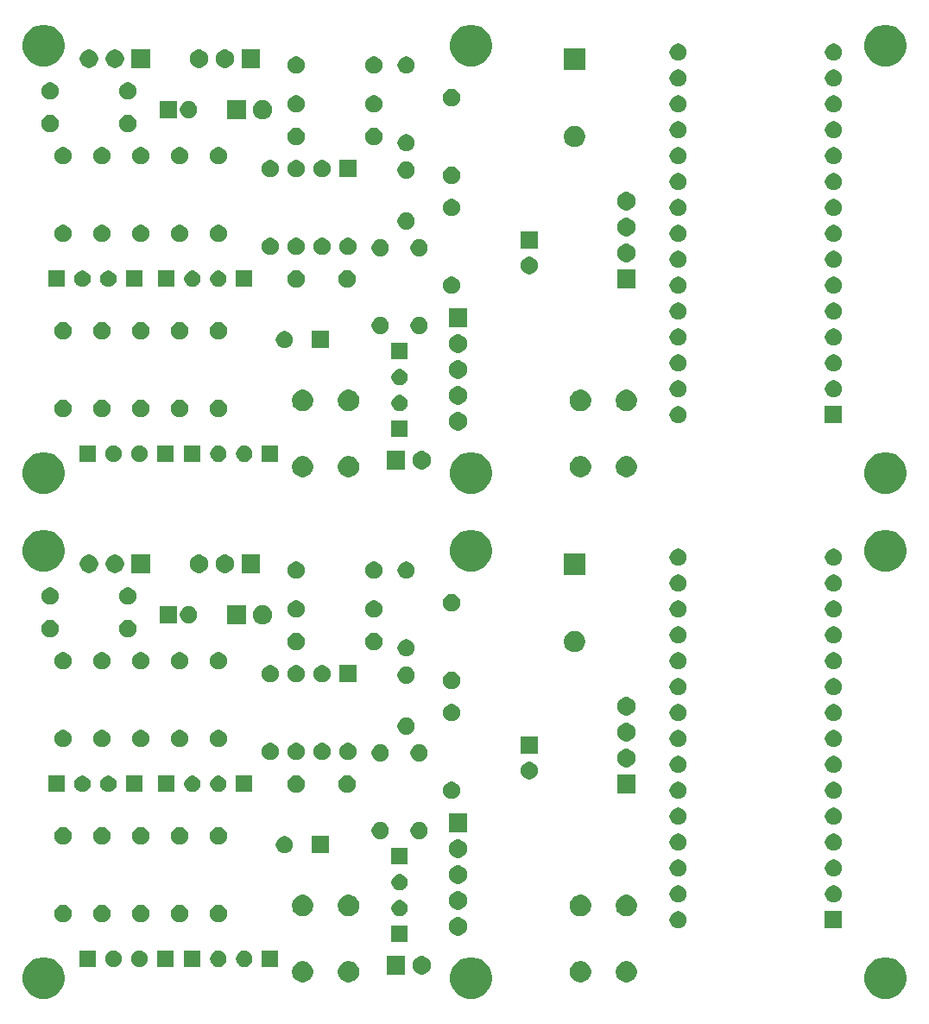
<source format=gbs>
G04 #@! TF.GenerationSoftware,KiCad,Pcbnew,5.1.5-52549c5~84~ubuntu18.04.1*
G04 #@! TF.CreationDate,2020-07-07T10:06:49+09:00*
G04 #@! TF.ProjectId,PulseOximeterTHT_rev4B,50756c73-654f-4786-996d-657465725448,rev?*
G04 #@! TF.SameCoordinates,Original*
G04 #@! TF.FileFunction,Soldermask,Bot*
G04 #@! TF.FilePolarity,Negative*
%FSLAX46Y46*%
G04 Gerber Fmt 4.6, Leading zero omitted, Abs format (unit mm)*
G04 Created by KiCad (PCBNEW 5.1.5-52549c5~84~ubuntu18.04.1) date 2020-07-07 10:06:49*
%MOMM*%
%LPD*%
G04 APERTURE LIST*
%ADD10C,0.100000*%
G04 APERTURE END LIST*
D10*
G36*
X180938254Y-155507818D02*
G01*
X181311511Y-155662426D01*
X181311513Y-155662427D01*
X181647436Y-155886884D01*
X181933116Y-156172564D01*
X182133736Y-156472812D01*
X182157574Y-156508489D01*
X182312182Y-156881746D01*
X182391000Y-157277993D01*
X182391000Y-157682007D01*
X182312182Y-158078254D01*
X182157574Y-158451511D01*
X182157573Y-158451513D01*
X181933116Y-158787436D01*
X181647436Y-159073116D01*
X181311513Y-159297573D01*
X181311512Y-159297574D01*
X181311511Y-159297574D01*
X180938254Y-159452182D01*
X180542007Y-159531000D01*
X180137993Y-159531000D01*
X179741746Y-159452182D01*
X179368489Y-159297574D01*
X179368488Y-159297574D01*
X179368487Y-159297573D01*
X179032564Y-159073116D01*
X178746884Y-158787436D01*
X178522427Y-158451513D01*
X178522426Y-158451511D01*
X178367818Y-158078254D01*
X178289000Y-157682007D01*
X178289000Y-157277993D01*
X178367818Y-156881746D01*
X178522426Y-156508489D01*
X178546265Y-156472812D01*
X178746884Y-156172564D01*
X179032564Y-155886884D01*
X179368487Y-155662427D01*
X179368489Y-155662426D01*
X179741746Y-155507818D01*
X180137993Y-155429000D01*
X180542007Y-155429000D01*
X180938254Y-155507818D01*
G37*
G36*
X140298254Y-155507818D02*
G01*
X140671511Y-155662426D01*
X140671513Y-155662427D01*
X141007436Y-155886884D01*
X141293116Y-156172564D01*
X141493736Y-156472812D01*
X141517574Y-156508489D01*
X141672182Y-156881746D01*
X141751000Y-157277993D01*
X141751000Y-157682007D01*
X141672182Y-158078254D01*
X141517574Y-158451511D01*
X141517573Y-158451513D01*
X141293116Y-158787436D01*
X141007436Y-159073116D01*
X140671513Y-159297573D01*
X140671512Y-159297574D01*
X140671511Y-159297574D01*
X140298254Y-159452182D01*
X139902007Y-159531000D01*
X139497993Y-159531000D01*
X139101746Y-159452182D01*
X138728489Y-159297574D01*
X138728488Y-159297574D01*
X138728487Y-159297573D01*
X138392564Y-159073116D01*
X138106884Y-158787436D01*
X137882427Y-158451513D01*
X137882426Y-158451511D01*
X137727818Y-158078254D01*
X137649000Y-157682007D01*
X137649000Y-157277993D01*
X137727818Y-156881746D01*
X137882426Y-156508489D01*
X137906265Y-156472812D01*
X138106884Y-156172564D01*
X138392564Y-155886884D01*
X138728487Y-155662427D01*
X138728489Y-155662426D01*
X139101746Y-155507818D01*
X139497993Y-155429000D01*
X139902007Y-155429000D01*
X140298254Y-155507818D01*
G37*
G36*
X98388254Y-155507818D02*
G01*
X98761511Y-155662426D01*
X98761513Y-155662427D01*
X99097436Y-155886884D01*
X99383116Y-156172564D01*
X99583736Y-156472812D01*
X99607574Y-156508489D01*
X99762182Y-156881746D01*
X99841000Y-157277993D01*
X99841000Y-157682007D01*
X99762182Y-158078254D01*
X99607574Y-158451511D01*
X99607573Y-158451513D01*
X99383116Y-158787436D01*
X99097436Y-159073116D01*
X98761513Y-159297573D01*
X98761512Y-159297574D01*
X98761511Y-159297574D01*
X98388254Y-159452182D01*
X97992007Y-159531000D01*
X97587993Y-159531000D01*
X97191746Y-159452182D01*
X96818489Y-159297574D01*
X96818488Y-159297574D01*
X96818487Y-159297573D01*
X96482564Y-159073116D01*
X96196884Y-158787436D01*
X95972427Y-158451513D01*
X95972426Y-158451511D01*
X95817818Y-158078254D01*
X95739000Y-157682007D01*
X95739000Y-157277993D01*
X95817818Y-156881746D01*
X95972426Y-156508489D01*
X95996265Y-156472812D01*
X96196884Y-156172564D01*
X96482564Y-155886884D01*
X96818487Y-155662427D01*
X96818489Y-155662426D01*
X97191746Y-155507818D01*
X97587993Y-155429000D01*
X97992007Y-155429000D01*
X98388254Y-155507818D01*
G37*
G36*
X123496564Y-155834389D02*
G01*
X123623298Y-155886884D01*
X123687835Y-155913616D01*
X123859973Y-156028635D01*
X124006365Y-156175027D01*
X124120084Y-156345219D01*
X124121385Y-156347167D01*
X124200611Y-156538436D01*
X124241000Y-156741484D01*
X124241000Y-156948516D01*
X124200611Y-157151564D01*
X124148242Y-157277994D01*
X124121384Y-157342835D01*
X124006365Y-157514973D01*
X123859973Y-157661365D01*
X123687835Y-157776384D01*
X123687834Y-157776385D01*
X123687833Y-157776385D01*
X123496564Y-157855611D01*
X123293516Y-157896000D01*
X123086484Y-157896000D01*
X122883436Y-157855611D01*
X122692167Y-157776385D01*
X122692166Y-157776385D01*
X122692165Y-157776384D01*
X122520027Y-157661365D01*
X122373635Y-157514973D01*
X122258616Y-157342835D01*
X122231758Y-157277994D01*
X122179389Y-157151564D01*
X122139000Y-156948516D01*
X122139000Y-156741484D01*
X122179389Y-156538436D01*
X122258615Y-156347167D01*
X122259917Y-156345219D01*
X122373635Y-156175027D01*
X122520027Y-156028635D01*
X122692165Y-155913616D01*
X122756702Y-155886884D01*
X122883436Y-155834389D01*
X123086484Y-155794000D01*
X123293516Y-155794000D01*
X123496564Y-155834389D01*
G37*
G36*
X127996564Y-155834389D02*
G01*
X128123298Y-155886884D01*
X128187835Y-155913616D01*
X128359973Y-156028635D01*
X128506365Y-156175027D01*
X128620084Y-156345219D01*
X128621385Y-156347167D01*
X128700611Y-156538436D01*
X128741000Y-156741484D01*
X128741000Y-156948516D01*
X128700611Y-157151564D01*
X128648242Y-157277994D01*
X128621384Y-157342835D01*
X128506365Y-157514973D01*
X128359973Y-157661365D01*
X128187835Y-157776384D01*
X128187834Y-157776385D01*
X128187833Y-157776385D01*
X127996564Y-157855611D01*
X127793516Y-157896000D01*
X127586484Y-157896000D01*
X127383436Y-157855611D01*
X127192167Y-157776385D01*
X127192166Y-157776385D01*
X127192165Y-157776384D01*
X127020027Y-157661365D01*
X126873635Y-157514973D01*
X126758616Y-157342835D01*
X126731758Y-157277994D01*
X126679389Y-157151564D01*
X126639000Y-156948516D01*
X126639000Y-156741484D01*
X126679389Y-156538436D01*
X126758615Y-156347167D01*
X126759917Y-156345219D01*
X126873635Y-156175027D01*
X127020027Y-156028635D01*
X127192165Y-155913616D01*
X127256702Y-155886884D01*
X127383436Y-155834389D01*
X127586484Y-155794000D01*
X127793516Y-155794000D01*
X127996564Y-155834389D01*
G37*
G36*
X155246564Y-155834389D02*
G01*
X155373298Y-155886884D01*
X155437835Y-155913616D01*
X155609973Y-156028635D01*
X155756365Y-156175027D01*
X155870084Y-156345219D01*
X155871385Y-156347167D01*
X155950611Y-156538436D01*
X155991000Y-156741484D01*
X155991000Y-156948516D01*
X155950611Y-157151564D01*
X155898242Y-157277994D01*
X155871384Y-157342835D01*
X155756365Y-157514973D01*
X155609973Y-157661365D01*
X155437835Y-157776384D01*
X155437834Y-157776385D01*
X155437833Y-157776385D01*
X155246564Y-157855611D01*
X155043516Y-157896000D01*
X154836484Y-157896000D01*
X154633436Y-157855611D01*
X154442167Y-157776385D01*
X154442166Y-157776385D01*
X154442165Y-157776384D01*
X154270027Y-157661365D01*
X154123635Y-157514973D01*
X154008616Y-157342835D01*
X153981758Y-157277994D01*
X153929389Y-157151564D01*
X153889000Y-156948516D01*
X153889000Y-156741484D01*
X153929389Y-156538436D01*
X154008615Y-156347167D01*
X154009917Y-156345219D01*
X154123635Y-156175027D01*
X154270027Y-156028635D01*
X154442165Y-155913616D01*
X154506702Y-155886884D01*
X154633436Y-155834389D01*
X154836484Y-155794000D01*
X155043516Y-155794000D01*
X155246564Y-155834389D01*
G37*
G36*
X150746564Y-155834389D02*
G01*
X150873298Y-155886884D01*
X150937835Y-155913616D01*
X151109973Y-156028635D01*
X151256365Y-156175027D01*
X151370084Y-156345219D01*
X151371385Y-156347167D01*
X151450611Y-156538436D01*
X151491000Y-156741484D01*
X151491000Y-156948516D01*
X151450611Y-157151564D01*
X151398242Y-157277994D01*
X151371384Y-157342835D01*
X151256365Y-157514973D01*
X151109973Y-157661365D01*
X150937835Y-157776384D01*
X150937834Y-157776385D01*
X150937833Y-157776385D01*
X150746564Y-157855611D01*
X150543516Y-157896000D01*
X150336484Y-157896000D01*
X150133436Y-157855611D01*
X149942167Y-157776385D01*
X149942166Y-157776385D01*
X149942165Y-157776384D01*
X149770027Y-157661365D01*
X149623635Y-157514973D01*
X149508616Y-157342835D01*
X149481758Y-157277994D01*
X149429389Y-157151564D01*
X149389000Y-156948516D01*
X149389000Y-156741484D01*
X149429389Y-156538436D01*
X149508615Y-156347167D01*
X149509917Y-156345219D01*
X149623635Y-156175027D01*
X149770027Y-156028635D01*
X149942165Y-155913616D01*
X150006702Y-155886884D01*
X150133436Y-155834389D01*
X150336484Y-155794000D01*
X150543516Y-155794000D01*
X150746564Y-155834389D01*
G37*
G36*
X134987512Y-155313927D02*
G01*
X135136812Y-155343624D01*
X135300784Y-155411544D01*
X135448354Y-155510147D01*
X135573853Y-155635646D01*
X135672456Y-155783216D01*
X135740376Y-155947188D01*
X135775000Y-156121259D01*
X135775000Y-156298741D01*
X135740376Y-156472812D01*
X135672456Y-156636784D01*
X135573853Y-156784354D01*
X135448354Y-156909853D01*
X135300784Y-157008456D01*
X135136812Y-157076376D01*
X134987512Y-157106073D01*
X134962742Y-157111000D01*
X134785258Y-157111000D01*
X134760488Y-157106073D01*
X134611188Y-157076376D01*
X134447216Y-157008456D01*
X134299646Y-156909853D01*
X134174147Y-156784354D01*
X134075544Y-156636784D01*
X134007624Y-156472812D01*
X133973000Y-156298741D01*
X133973000Y-156121259D01*
X134007624Y-155947188D01*
X134075544Y-155783216D01*
X134174147Y-155635646D01*
X134299646Y-155510147D01*
X134447216Y-155411544D01*
X134611188Y-155343624D01*
X134760488Y-155313927D01*
X134785258Y-155309000D01*
X134962742Y-155309000D01*
X134987512Y-155313927D01*
G37*
G36*
X133235000Y-157111000D02*
G01*
X131433000Y-157111000D01*
X131433000Y-155309000D01*
X133235000Y-155309000D01*
X133235000Y-157111000D01*
G37*
G36*
X117708642Y-154804781D02*
G01*
X117854414Y-154865162D01*
X117854416Y-154865163D01*
X117985608Y-154952822D01*
X118097178Y-155064392D01*
X118184837Y-155195584D01*
X118184838Y-155195586D01*
X118245219Y-155341358D01*
X118276000Y-155496107D01*
X118276000Y-155653893D01*
X118245219Y-155808642D01*
X118201737Y-155913616D01*
X118184837Y-155954416D01*
X118097178Y-156085608D01*
X117985608Y-156197178D01*
X117854416Y-156284837D01*
X117854415Y-156284838D01*
X117854414Y-156284838D01*
X117708642Y-156345219D01*
X117553893Y-156376000D01*
X117396107Y-156376000D01*
X117241358Y-156345219D01*
X117095586Y-156284838D01*
X117095585Y-156284838D01*
X117095584Y-156284837D01*
X116964392Y-156197178D01*
X116852822Y-156085608D01*
X116765163Y-155954416D01*
X116748263Y-155913616D01*
X116704781Y-155808642D01*
X116674000Y-155653893D01*
X116674000Y-155496107D01*
X116704781Y-155341358D01*
X116765162Y-155195586D01*
X116765163Y-155195584D01*
X116852822Y-155064392D01*
X116964392Y-154952822D01*
X117095584Y-154865163D01*
X117095586Y-154865162D01*
X117241358Y-154804781D01*
X117396107Y-154774000D01*
X117553893Y-154774000D01*
X117708642Y-154804781D01*
G37*
G36*
X104881642Y-154804781D02*
G01*
X105027414Y-154865162D01*
X105027416Y-154865163D01*
X105158608Y-154952822D01*
X105270178Y-155064392D01*
X105357837Y-155195584D01*
X105357838Y-155195586D01*
X105418219Y-155341358D01*
X105449000Y-155496107D01*
X105449000Y-155653893D01*
X105418219Y-155808642D01*
X105374737Y-155913616D01*
X105357837Y-155954416D01*
X105270178Y-156085608D01*
X105158608Y-156197178D01*
X105027416Y-156284837D01*
X105027415Y-156284838D01*
X105027414Y-156284838D01*
X104881642Y-156345219D01*
X104726893Y-156376000D01*
X104569107Y-156376000D01*
X104414358Y-156345219D01*
X104268586Y-156284838D01*
X104268585Y-156284838D01*
X104268584Y-156284837D01*
X104137392Y-156197178D01*
X104025822Y-156085608D01*
X103938163Y-155954416D01*
X103921263Y-155913616D01*
X103877781Y-155808642D01*
X103847000Y-155653893D01*
X103847000Y-155496107D01*
X103877781Y-155341358D01*
X103938162Y-155195586D01*
X103938163Y-155195584D01*
X104025822Y-155064392D01*
X104137392Y-154952822D01*
X104268584Y-154865163D01*
X104268586Y-154865162D01*
X104414358Y-154804781D01*
X104569107Y-154774000D01*
X104726893Y-154774000D01*
X104881642Y-154804781D01*
G37*
G36*
X102909000Y-156376000D02*
G01*
X101307000Y-156376000D01*
X101307000Y-154774000D01*
X102909000Y-154774000D01*
X102909000Y-156376000D01*
G37*
G36*
X115168642Y-154804781D02*
G01*
X115314414Y-154865162D01*
X115314416Y-154865163D01*
X115445608Y-154952822D01*
X115557178Y-155064392D01*
X115644837Y-155195584D01*
X115644838Y-155195586D01*
X115705219Y-155341358D01*
X115736000Y-155496107D01*
X115736000Y-155653893D01*
X115705219Y-155808642D01*
X115661737Y-155913616D01*
X115644837Y-155954416D01*
X115557178Y-156085608D01*
X115445608Y-156197178D01*
X115314416Y-156284837D01*
X115314415Y-156284838D01*
X115314414Y-156284838D01*
X115168642Y-156345219D01*
X115013893Y-156376000D01*
X114856107Y-156376000D01*
X114701358Y-156345219D01*
X114555586Y-156284838D01*
X114555585Y-156284838D01*
X114555584Y-156284837D01*
X114424392Y-156197178D01*
X114312822Y-156085608D01*
X114225163Y-155954416D01*
X114208263Y-155913616D01*
X114164781Y-155808642D01*
X114134000Y-155653893D01*
X114134000Y-155496107D01*
X114164781Y-155341358D01*
X114225162Y-155195586D01*
X114225163Y-155195584D01*
X114312822Y-155064392D01*
X114424392Y-154952822D01*
X114555584Y-154865163D01*
X114555586Y-154865162D01*
X114701358Y-154804781D01*
X114856107Y-154774000D01*
X115013893Y-154774000D01*
X115168642Y-154804781D01*
G37*
G36*
X113196000Y-156376000D02*
G01*
X111594000Y-156376000D01*
X111594000Y-154774000D01*
X113196000Y-154774000D01*
X113196000Y-156376000D01*
G37*
G36*
X110529000Y-156376000D02*
G01*
X108927000Y-156376000D01*
X108927000Y-154774000D01*
X110529000Y-154774000D01*
X110529000Y-156376000D01*
G37*
G36*
X107421642Y-154804781D02*
G01*
X107567414Y-154865162D01*
X107567416Y-154865163D01*
X107698608Y-154952822D01*
X107810178Y-155064392D01*
X107897837Y-155195584D01*
X107897838Y-155195586D01*
X107958219Y-155341358D01*
X107989000Y-155496107D01*
X107989000Y-155653893D01*
X107958219Y-155808642D01*
X107914737Y-155913616D01*
X107897837Y-155954416D01*
X107810178Y-156085608D01*
X107698608Y-156197178D01*
X107567416Y-156284837D01*
X107567415Y-156284838D01*
X107567414Y-156284838D01*
X107421642Y-156345219D01*
X107266893Y-156376000D01*
X107109107Y-156376000D01*
X106954358Y-156345219D01*
X106808586Y-156284838D01*
X106808585Y-156284838D01*
X106808584Y-156284837D01*
X106677392Y-156197178D01*
X106565822Y-156085608D01*
X106478163Y-155954416D01*
X106461263Y-155913616D01*
X106417781Y-155808642D01*
X106387000Y-155653893D01*
X106387000Y-155496107D01*
X106417781Y-155341358D01*
X106478162Y-155195586D01*
X106478163Y-155195584D01*
X106565822Y-155064392D01*
X106677392Y-154952822D01*
X106808584Y-154865163D01*
X106808586Y-154865162D01*
X106954358Y-154804781D01*
X107109107Y-154774000D01*
X107266893Y-154774000D01*
X107421642Y-154804781D01*
G37*
G36*
X120816000Y-156376000D02*
G01*
X119214000Y-156376000D01*
X119214000Y-154774000D01*
X120816000Y-154774000D01*
X120816000Y-156376000D01*
G37*
G36*
X133516000Y-153963000D02*
G01*
X131914000Y-153963000D01*
X131914000Y-152361000D01*
X133516000Y-152361000D01*
X133516000Y-153963000D01*
G37*
G36*
X138543512Y-151503927D02*
G01*
X138692812Y-151533624D01*
X138856784Y-151601544D01*
X139004354Y-151700147D01*
X139129853Y-151825646D01*
X139228456Y-151973216D01*
X139296376Y-152137188D01*
X139331000Y-152311259D01*
X139331000Y-152488741D01*
X139296376Y-152662812D01*
X139228456Y-152826784D01*
X139129853Y-152974354D01*
X139004354Y-153099853D01*
X138856784Y-153198456D01*
X138692812Y-153266376D01*
X138543512Y-153296073D01*
X138518742Y-153301000D01*
X138341258Y-153301000D01*
X138316488Y-153296073D01*
X138167188Y-153266376D01*
X138003216Y-153198456D01*
X137855646Y-153099853D01*
X137730147Y-152974354D01*
X137631544Y-152826784D01*
X137563624Y-152662812D01*
X137529000Y-152488741D01*
X137529000Y-152311259D01*
X137563624Y-152137188D01*
X137631544Y-151973216D01*
X137730147Y-151825646D01*
X137855646Y-151700147D01*
X138003216Y-151601544D01*
X138167188Y-151533624D01*
X138316488Y-151503927D01*
X138341258Y-151499000D01*
X138518742Y-151499000D01*
X138543512Y-151503927D01*
G37*
G36*
X176111000Y-152616000D02*
G01*
X174409000Y-152616000D01*
X174409000Y-150914000D01*
X176111000Y-150914000D01*
X176111000Y-152616000D01*
G37*
G36*
X160268228Y-150946703D02*
G01*
X160423100Y-151010853D01*
X160562481Y-151103985D01*
X160681015Y-151222519D01*
X160774147Y-151361900D01*
X160838297Y-151516772D01*
X160871000Y-151681184D01*
X160871000Y-151848816D01*
X160838297Y-152013228D01*
X160774147Y-152168100D01*
X160681015Y-152307481D01*
X160562481Y-152426015D01*
X160423100Y-152519147D01*
X160268228Y-152583297D01*
X160103816Y-152616000D01*
X159936184Y-152616000D01*
X159771772Y-152583297D01*
X159616900Y-152519147D01*
X159477519Y-152426015D01*
X159358985Y-152307481D01*
X159265853Y-152168100D01*
X159201703Y-152013228D01*
X159169000Y-151848816D01*
X159169000Y-151681184D01*
X159201703Y-151516772D01*
X159265853Y-151361900D01*
X159358985Y-151222519D01*
X159477519Y-151103985D01*
X159616900Y-151010853D01*
X159771772Y-150946703D01*
X159936184Y-150914000D01*
X160103816Y-150914000D01*
X160268228Y-150946703D01*
G37*
G36*
X107563228Y-150311703D02*
G01*
X107718100Y-150375853D01*
X107857481Y-150468985D01*
X107976015Y-150587519D01*
X108069147Y-150726900D01*
X108133297Y-150881772D01*
X108166000Y-151046184D01*
X108166000Y-151213816D01*
X108133297Y-151378228D01*
X108069147Y-151533100D01*
X107976015Y-151672481D01*
X107857481Y-151791015D01*
X107718100Y-151884147D01*
X107563228Y-151948297D01*
X107398816Y-151981000D01*
X107231184Y-151981000D01*
X107066772Y-151948297D01*
X106911900Y-151884147D01*
X106772519Y-151791015D01*
X106653985Y-151672481D01*
X106560853Y-151533100D01*
X106496703Y-151378228D01*
X106464000Y-151213816D01*
X106464000Y-151046184D01*
X106496703Y-150881772D01*
X106560853Y-150726900D01*
X106653985Y-150587519D01*
X106772519Y-150468985D01*
X106911900Y-150375853D01*
X107066772Y-150311703D01*
X107231184Y-150279000D01*
X107398816Y-150279000D01*
X107563228Y-150311703D01*
G37*
G36*
X115183228Y-150311703D02*
G01*
X115338100Y-150375853D01*
X115477481Y-150468985D01*
X115596015Y-150587519D01*
X115689147Y-150726900D01*
X115753297Y-150881772D01*
X115786000Y-151046184D01*
X115786000Y-151213816D01*
X115753297Y-151378228D01*
X115689147Y-151533100D01*
X115596015Y-151672481D01*
X115477481Y-151791015D01*
X115338100Y-151884147D01*
X115183228Y-151948297D01*
X115018816Y-151981000D01*
X114851184Y-151981000D01*
X114686772Y-151948297D01*
X114531900Y-151884147D01*
X114392519Y-151791015D01*
X114273985Y-151672481D01*
X114180853Y-151533100D01*
X114116703Y-151378228D01*
X114084000Y-151213816D01*
X114084000Y-151046184D01*
X114116703Y-150881772D01*
X114180853Y-150726900D01*
X114273985Y-150587519D01*
X114392519Y-150468985D01*
X114531900Y-150375853D01*
X114686772Y-150311703D01*
X114851184Y-150279000D01*
X115018816Y-150279000D01*
X115183228Y-150311703D01*
G37*
G36*
X111373227Y-150311703D02*
G01*
X111528099Y-150375853D01*
X111667480Y-150468985D01*
X111786014Y-150587519D01*
X111879146Y-150726900D01*
X111943296Y-150881772D01*
X111975999Y-151046184D01*
X111975999Y-151213816D01*
X111943296Y-151378228D01*
X111879146Y-151533100D01*
X111786014Y-151672481D01*
X111667480Y-151791015D01*
X111528099Y-151884147D01*
X111373227Y-151948297D01*
X111208815Y-151981000D01*
X111041183Y-151981000D01*
X110876771Y-151948297D01*
X110721899Y-151884147D01*
X110582518Y-151791015D01*
X110463984Y-151672481D01*
X110370852Y-151533100D01*
X110306702Y-151378228D01*
X110273999Y-151213816D01*
X110273999Y-151046184D01*
X110306702Y-150881772D01*
X110370852Y-150726900D01*
X110463984Y-150587519D01*
X110582518Y-150468985D01*
X110721899Y-150375853D01*
X110876771Y-150311703D01*
X111041183Y-150279000D01*
X111208815Y-150279000D01*
X111373227Y-150311703D01*
G37*
G36*
X99943227Y-150311703D02*
G01*
X100098099Y-150375853D01*
X100237480Y-150468985D01*
X100356014Y-150587519D01*
X100449146Y-150726900D01*
X100513296Y-150881772D01*
X100545999Y-151046184D01*
X100545999Y-151213816D01*
X100513296Y-151378228D01*
X100449146Y-151533100D01*
X100356014Y-151672481D01*
X100237480Y-151791015D01*
X100098099Y-151884147D01*
X99943227Y-151948297D01*
X99778815Y-151981000D01*
X99611183Y-151981000D01*
X99446771Y-151948297D01*
X99291899Y-151884147D01*
X99152518Y-151791015D01*
X99033984Y-151672481D01*
X98940852Y-151533100D01*
X98876702Y-151378228D01*
X98843999Y-151213816D01*
X98843999Y-151046184D01*
X98876702Y-150881772D01*
X98940852Y-150726900D01*
X99033984Y-150587519D01*
X99152518Y-150468985D01*
X99291899Y-150375853D01*
X99446771Y-150311703D01*
X99611183Y-150279000D01*
X99778815Y-150279000D01*
X99943227Y-150311703D01*
G37*
G36*
X103753228Y-150311703D02*
G01*
X103908100Y-150375853D01*
X104047481Y-150468985D01*
X104166015Y-150587519D01*
X104259147Y-150726900D01*
X104323297Y-150881772D01*
X104356000Y-151046184D01*
X104356000Y-151213816D01*
X104323297Y-151378228D01*
X104259147Y-151533100D01*
X104166015Y-151672481D01*
X104047481Y-151791015D01*
X103908100Y-151884147D01*
X103753228Y-151948297D01*
X103588816Y-151981000D01*
X103421184Y-151981000D01*
X103256772Y-151948297D01*
X103101900Y-151884147D01*
X102962519Y-151791015D01*
X102843985Y-151672481D01*
X102750853Y-151533100D01*
X102686703Y-151378228D01*
X102654000Y-151213816D01*
X102654000Y-151046184D01*
X102686703Y-150881772D01*
X102750853Y-150726900D01*
X102843985Y-150587519D01*
X102962519Y-150468985D01*
X103101900Y-150375853D01*
X103256772Y-150311703D01*
X103421184Y-150279000D01*
X103588816Y-150279000D01*
X103753228Y-150311703D01*
G37*
G36*
X132948642Y-149851781D02*
G01*
X133094414Y-149912162D01*
X133094416Y-149912163D01*
X133225608Y-149999822D01*
X133337178Y-150111392D01*
X133424102Y-150241484D01*
X133424838Y-150242586D01*
X133485219Y-150388358D01*
X133516000Y-150543107D01*
X133516000Y-150700893D01*
X133485219Y-150855642D01*
X133461046Y-150914000D01*
X133424837Y-151001416D01*
X133337178Y-151132608D01*
X133225608Y-151244178D01*
X133094416Y-151331837D01*
X133094415Y-151331838D01*
X133094414Y-151331838D01*
X132948642Y-151392219D01*
X132793893Y-151423000D01*
X132636107Y-151423000D01*
X132481358Y-151392219D01*
X132335586Y-151331838D01*
X132335585Y-151331838D01*
X132335584Y-151331837D01*
X132204392Y-151244178D01*
X132092822Y-151132608D01*
X132005163Y-151001416D01*
X131968954Y-150914000D01*
X131944781Y-150855642D01*
X131914000Y-150700893D01*
X131914000Y-150543107D01*
X131944781Y-150388358D01*
X132005162Y-150242586D01*
X132005898Y-150241484D01*
X132092822Y-150111392D01*
X132204392Y-149999822D01*
X132335584Y-149912163D01*
X132335586Y-149912162D01*
X132481358Y-149851781D01*
X132636107Y-149821000D01*
X132793893Y-149821000D01*
X132948642Y-149851781D01*
G37*
G36*
X127996564Y-149334389D02*
G01*
X128187833Y-149413615D01*
X128187835Y-149413616D01*
X128277052Y-149473229D01*
X128359973Y-149528635D01*
X128506365Y-149675027D01*
X128621383Y-149847163D01*
X128700611Y-150038436D01*
X128741000Y-150241484D01*
X128741000Y-150448516D01*
X128700611Y-150651564D01*
X128655281Y-150761000D01*
X128621384Y-150842835D01*
X128506365Y-151014973D01*
X128359973Y-151161365D01*
X128187835Y-151276384D01*
X128187834Y-151276385D01*
X128187833Y-151276385D01*
X127996564Y-151355611D01*
X127793516Y-151396000D01*
X127586484Y-151396000D01*
X127383436Y-151355611D01*
X127192167Y-151276385D01*
X127192166Y-151276385D01*
X127192165Y-151276384D01*
X127020027Y-151161365D01*
X126873635Y-151014973D01*
X126758616Y-150842835D01*
X126724719Y-150761000D01*
X126679389Y-150651564D01*
X126639000Y-150448516D01*
X126639000Y-150241484D01*
X126679389Y-150038436D01*
X126758617Y-149847163D01*
X126873635Y-149675027D01*
X127020027Y-149528635D01*
X127102948Y-149473229D01*
X127192165Y-149413616D01*
X127192167Y-149413615D01*
X127383436Y-149334389D01*
X127586484Y-149294000D01*
X127793516Y-149294000D01*
X127996564Y-149334389D01*
G37*
G36*
X150746564Y-149334389D02*
G01*
X150937833Y-149413615D01*
X150937835Y-149413616D01*
X151027052Y-149473229D01*
X151109973Y-149528635D01*
X151256365Y-149675027D01*
X151371383Y-149847163D01*
X151450611Y-150038436D01*
X151491000Y-150241484D01*
X151491000Y-150448516D01*
X151450611Y-150651564D01*
X151405281Y-150761000D01*
X151371384Y-150842835D01*
X151256365Y-151014973D01*
X151109973Y-151161365D01*
X150937835Y-151276384D01*
X150937834Y-151276385D01*
X150937833Y-151276385D01*
X150746564Y-151355611D01*
X150543516Y-151396000D01*
X150336484Y-151396000D01*
X150133436Y-151355611D01*
X149942167Y-151276385D01*
X149942166Y-151276385D01*
X149942165Y-151276384D01*
X149770027Y-151161365D01*
X149623635Y-151014973D01*
X149508616Y-150842835D01*
X149474719Y-150761000D01*
X149429389Y-150651564D01*
X149389000Y-150448516D01*
X149389000Y-150241484D01*
X149429389Y-150038436D01*
X149508617Y-149847163D01*
X149623635Y-149675027D01*
X149770027Y-149528635D01*
X149852948Y-149473229D01*
X149942165Y-149413616D01*
X149942167Y-149413615D01*
X150133436Y-149334389D01*
X150336484Y-149294000D01*
X150543516Y-149294000D01*
X150746564Y-149334389D01*
G37*
G36*
X155246564Y-149334389D02*
G01*
X155437833Y-149413615D01*
X155437835Y-149413616D01*
X155527052Y-149473229D01*
X155609973Y-149528635D01*
X155756365Y-149675027D01*
X155871383Y-149847163D01*
X155950611Y-150038436D01*
X155991000Y-150241484D01*
X155991000Y-150448516D01*
X155950611Y-150651564D01*
X155905281Y-150761000D01*
X155871384Y-150842835D01*
X155756365Y-151014973D01*
X155609973Y-151161365D01*
X155437835Y-151276384D01*
X155437834Y-151276385D01*
X155437833Y-151276385D01*
X155246564Y-151355611D01*
X155043516Y-151396000D01*
X154836484Y-151396000D01*
X154633436Y-151355611D01*
X154442167Y-151276385D01*
X154442166Y-151276385D01*
X154442165Y-151276384D01*
X154270027Y-151161365D01*
X154123635Y-151014973D01*
X154008616Y-150842835D01*
X153974719Y-150761000D01*
X153929389Y-150651564D01*
X153889000Y-150448516D01*
X153889000Y-150241484D01*
X153929389Y-150038436D01*
X154008617Y-149847163D01*
X154123635Y-149675027D01*
X154270027Y-149528635D01*
X154352948Y-149473229D01*
X154442165Y-149413616D01*
X154442167Y-149413615D01*
X154633436Y-149334389D01*
X154836484Y-149294000D01*
X155043516Y-149294000D01*
X155246564Y-149334389D01*
G37*
G36*
X123496564Y-149334389D02*
G01*
X123687833Y-149413615D01*
X123687835Y-149413616D01*
X123777052Y-149473229D01*
X123859973Y-149528635D01*
X124006365Y-149675027D01*
X124121383Y-149847163D01*
X124200611Y-150038436D01*
X124241000Y-150241484D01*
X124241000Y-150448516D01*
X124200611Y-150651564D01*
X124155281Y-150761000D01*
X124121384Y-150842835D01*
X124006365Y-151014973D01*
X123859973Y-151161365D01*
X123687835Y-151276384D01*
X123687834Y-151276385D01*
X123687833Y-151276385D01*
X123496564Y-151355611D01*
X123293516Y-151396000D01*
X123086484Y-151396000D01*
X122883436Y-151355611D01*
X122692167Y-151276385D01*
X122692166Y-151276385D01*
X122692165Y-151276384D01*
X122520027Y-151161365D01*
X122373635Y-151014973D01*
X122258616Y-150842835D01*
X122224719Y-150761000D01*
X122179389Y-150651564D01*
X122139000Y-150448516D01*
X122139000Y-150241484D01*
X122179389Y-150038436D01*
X122258617Y-149847163D01*
X122373635Y-149675027D01*
X122520027Y-149528635D01*
X122602948Y-149473229D01*
X122692165Y-149413616D01*
X122692167Y-149413615D01*
X122883436Y-149334389D01*
X123086484Y-149294000D01*
X123293516Y-149294000D01*
X123496564Y-149334389D01*
G37*
G36*
X138543512Y-148963927D02*
G01*
X138692812Y-148993624D01*
X138856784Y-149061544D01*
X139004354Y-149160147D01*
X139129853Y-149285646D01*
X139228456Y-149433216D01*
X139296376Y-149597188D01*
X139331000Y-149771259D01*
X139331000Y-149948741D01*
X139296376Y-150122812D01*
X139228456Y-150286784D01*
X139129853Y-150434354D01*
X139004354Y-150559853D01*
X138856784Y-150658456D01*
X138692812Y-150726376D01*
X138543512Y-150756073D01*
X138518742Y-150761000D01*
X138341258Y-150761000D01*
X138316488Y-150756073D01*
X138167188Y-150726376D01*
X138003216Y-150658456D01*
X137855646Y-150559853D01*
X137730147Y-150434354D01*
X137631544Y-150286784D01*
X137563624Y-150122812D01*
X137529000Y-149948741D01*
X137529000Y-149771259D01*
X137563624Y-149597188D01*
X137631544Y-149433216D01*
X137730147Y-149285646D01*
X137855646Y-149160147D01*
X138003216Y-149061544D01*
X138167188Y-148993624D01*
X138316488Y-148963927D01*
X138341258Y-148959000D01*
X138518742Y-148959000D01*
X138543512Y-148963927D01*
G37*
G36*
X160268228Y-148406703D02*
G01*
X160423100Y-148470853D01*
X160562481Y-148563985D01*
X160681015Y-148682519D01*
X160774147Y-148821900D01*
X160838297Y-148976772D01*
X160871000Y-149141184D01*
X160871000Y-149308816D01*
X160838297Y-149473228D01*
X160774147Y-149628100D01*
X160681015Y-149767481D01*
X160562481Y-149886015D01*
X160423100Y-149979147D01*
X160268228Y-150043297D01*
X160103816Y-150076000D01*
X159936184Y-150076000D01*
X159771772Y-150043297D01*
X159616900Y-149979147D01*
X159477519Y-149886015D01*
X159358985Y-149767481D01*
X159265853Y-149628100D01*
X159201703Y-149473228D01*
X159169000Y-149308816D01*
X159169000Y-149141184D01*
X159201703Y-148976772D01*
X159265853Y-148821900D01*
X159358985Y-148682519D01*
X159477519Y-148563985D01*
X159616900Y-148470853D01*
X159771772Y-148406703D01*
X159936184Y-148374000D01*
X160103816Y-148374000D01*
X160268228Y-148406703D01*
G37*
G36*
X175508228Y-148406703D02*
G01*
X175663100Y-148470853D01*
X175802481Y-148563985D01*
X175921015Y-148682519D01*
X176014147Y-148821900D01*
X176078297Y-148976772D01*
X176111000Y-149141184D01*
X176111000Y-149308816D01*
X176078297Y-149473228D01*
X176014147Y-149628100D01*
X175921015Y-149767481D01*
X175802481Y-149886015D01*
X175663100Y-149979147D01*
X175508228Y-150043297D01*
X175343816Y-150076000D01*
X175176184Y-150076000D01*
X175011772Y-150043297D01*
X174856900Y-149979147D01*
X174717519Y-149886015D01*
X174598985Y-149767481D01*
X174505853Y-149628100D01*
X174441703Y-149473228D01*
X174409000Y-149308816D01*
X174409000Y-149141184D01*
X174441703Y-148976772D01*
X174505853Y-148821900D01*
X174598985Y-148682519D01*
X174717519Y-148563985D01*
X174856900Y-148470853D01*
X175011772Y-148406703D01*
X175176184Y-148374000D01*
X175343816Y-148374000D01*
X175508228Y-148406703D01*
G37*
G36*
X132948642Y-147311781D02*
G01*
X133094414Y-147372162D01*
X133094416Y-147372163D01*
X133225608Y-147459822D01*
X133337178Y-147571392D01*
X133424837Y-147702584D01*
X133424838Y-147702586D01*
X133485219Y-147848358D01*
X133516000Y-148003107D01*
X133516000Y-148160893D01*
X133485219Y-148315642D01*
X133461046Y-148374000D01*
X133424837Y-148461416D01*
X133337178Y-148592608D01*
X133225608Y-148704178D01*
X133094416Y-148791837D01*
X133094415Y-148791838D01*
X133094414Y-148791838D01*
X132948642Y-148852219D01*
X132793893Y-148883000D01*
X132636107Y-148883000D01*
X132481358Y-148852219D01*
X132335586Y-148791838D01*
X132335585Y-148791838D01*
X132335584Y-148791837D01*
X132204392Y-148704178D01*
X132092822Y-148592608D01*
X132005163Y-148461416D01*
X131968954Y-148374000D01*
X131944781Y-148315642D01*
X131914000Y-148160893D01*
X131914000Y-148003107D01*
X131944781Y-147848358D01*
X132005162Y-147702586D01*
X132005163Y-147702584D01*
X132092822Y-147571392D01*
X132204392Y-147459822D01*
X132335584Y-147372163D01*
X132335586Y-147372162D01*
X132481358Y-147311781D01*
X132636107Y-147281000D01*
X132793893Y-147281000D01*
X132948642Y-147311781D01*
G37*
G36*
X138543512Y-146423927D02*
G01*
X138692812Y-146453624D01*
X138856784Y-146521544D01*
X139004354Y-146620147D01*
X139129853Y-146745646D01*
X139228456Y-146893216D01*
X139296376Y-147057188D01*
X139331000Y-147231259D01*
X139331000Y-147408741D01*
X139296376Y-147582812D01*
X139228456Y-147746784D01*
X139129853Y-147894354D01*
X139004354Y-148019853D01*
X138856784Y-148118456D01*
X138692812Y-148186376D01*
X138543512Y-148216073D01*
X138518742Y-148221000D01*
X138341258Y-148221000D01*
X138316488Y-148216073D01*
X138167188Y-148186376D01*
X138003216Y-148118456D01*
X137855646Y-148019853D01*
X137730147Y-147894354D01*
X137631544Y-147746784D01*
X137563624Y-147582812D01*
X137529000Y-147408741D01*
X137529000Y-147231259D01*
X137563624Y-147057188D01*
X137631544Y-146893216D01*
X137730147Y-146745646D01*
X137855646Y-146620147D01*
X138003216Y-146521544D01*
X138167188Y-146453624D01*
X138316488Y-146423927D01*
X138341258Y-146419000D01*
X138518742Y-146419000D01*
X138543512Y-146423927D01*
G37*
G36*
X160268228Y-145866703D02*
G01*
X160423100Y-145930853D01*
X160562481Y-146023985D01*
X160681015Y-146142519D01*
X160774147Y-146281900D01*
X160838297Y-146436772D01*
X160871000Y-146601184D01*
X160871000Y-146768816D01*
X160838297Y-146933228D01*
X160774147Y-147088100D01*
X160681015Y-147227481D01*
X160562481Y-147346015D01*
X160423100Y-147439147D01*
X160268228Y-147503297D01*
X160103816Y-147536000D01*
X159936184Y-147536000D01*
X159771772Y-147503297D01*
X159616900Y-147439147D01*
X159477519Y-147346015D01*
X159358985Y-147227481D01*
X159265853Y-147088100D01*
X159201703Y-146933228D01*
X159169000Y-146768816D01*
X159169000Y-146601184D01*
X159201703Y-146436772D01*
X159265853Y-146281900D01*
X159358985Y-146142519D01*
X159477519Y-146023985D01*
X159616900Y-145930853D01*
X159771772Y-145866703D01*
X159936184Y-145834000D01*
X160103816Y-145834000D01*
X160268228Y-145866703D01*
G37*
G36*
X175508228Y-145866703D02*
G01*
X175663100Y-145930853D01*
X175802481Y-146023985D01*
X175921015Y-146142519D01*
X176014147Y-146281900D01*
X176078297Y-146436772D01*
X176111000Y-146601184D01*
X176111000Y-146768816D01*
X176078297Y-146933228D01*
X176014147Y-147088100D01*
X175921015Y-147227481D01*
X175802481Y-147346015D01*
X175663100Y-147439147D01*
X175508228Y-147503297D01*
X175343816Y-147536000D01*
X175176184Y-147536000D01*
X175011772Y-147503297D01*
X174856900Y-147439147D01*
X174717519Y-147346015D01*
X174598985Y-147227481D01*
X174505853Y-147088100D01*
X174441703Y-146933228D01*
X174409000Y-146768816D01*
X174409000Y-146601184D01*
X174441703Y-146436772D01*
X174505853Y-146281900D01*
X174598985Y-146142519D01*
X174717519Y-146023985D01*
X174856900Y-145930853D01*
X175011772Y-145866703D01*
X175176184Y-145834000D01*
X175343816Y-145834000D01*
X175508228Y-145866703D01*
G37*
G36*
X133516000Y-146343000D02*
G01*
X131914000Y-146343000D01*
X131914000Y-144741000D01*
X133516000Y-144741000D01*
X133516000Y-146343000D01*
G37*
G36*
X138543512Y-143883927D02*
G01*
X138692812Y-143913624D01*
X138856784Y-143981544D01*
X139004354Y-144080147D01*
X139129853Y-144205646D01*
X139228456Y-144353216D01*
X139296376Y-144517188D01*
X139331000Y-144691259D01*
X139331000Y-144868741D01*
X139296376Y-145042812D01*
X139228456Y-145206784D01*
X139129853Y-145354354D01*
X139004354Y-145479853D01*
X138856784Y-145578456D01*
X138692812Y-145646376D01*
X138543512Y-145676073D01*
X138518742Y-145681000D01*
X138341258Y-145681000D01*
X138316488Y-145676073D01*
X138167188Y-145646376D01*
X138003216Y-145578456D01*
X137855646Y-145479853D01*
X137730147Y-145354354D01*
X137631544Y-145206784D01*
X137563624Y-145042812D01*
X137529000Y-144868741D01*
X137529000Y-144691259D01*
X137563624Y-144517188D01*
X137631544Y-144353216D01*
X137730147Y-144205646D01*
X137855646Y-144080147D01*
X138003216Y-143981544D01*
X138167188Y-143913624D01*
X138316488Y-143883927D01*
X138341258Y-143879000D01*
X138518742Y-143879000D01*
X138543512Y-143883927D01*
G37*
G36*
X125763000Y-145249999D02*
G01*
X124061000Y-145249999D01*
X124061000Y-143547999D01*
X125763000Y-143547999D01*
X125763000Y-145249999D01*
G37*
G36*
X121660228Y-143580702D02*
G01*
X121815100Y-143644852D01*
X121954481Y-143737984D01*
X122073015Y-143856518D01*
X122166147Y-143995899D01*
X122230297Y-144150771D01*
X122263000Y-144315183D01*
X122263000Y-144482815D01*
X122230297Y-144647227D01*
X122166147Y-144802099D01*
X122073015Y-144941480D01*
X121954481Y-145060014D01*
X121815100Y-145153146D01*
X121660228Y-145217296D01*
X121495816Y-145249999D01*
X121328184Y-145249999D01*
X121163772Y-145217296D01*
X121008900Y-145153146D01*
X120869519Y-145060014D01*
X120750985Y-144941480D01*
X120657853Y-144802099D01*
X120593703Y-144647227D01*
X120561000Y-144482815D01*
X120561000Y-144315183D01*
X120593703Y-144150771D01*
X120657853Y-143995899D01*
X120750985Y-143856518D01*
X120869519Y-143737984D01*
X121008900Y-143644852D01*
X121163772Y-143580702D01*
X121328184Y-143547999D01*
X121495816Y-143547999D01*
X121660228Y-143580702D01*
G37*
G36*
X160268228Y-143326703D02*
G01*
X160423100Y-143390853D01*
X160562481Y-143483985D01*
X160681015Y-143602519D01*
X160774147Y-143741900D01*
X160838297Y-143896772D01*
X160871000Y-144061184D01*
X160871000Y-144228816D01*
X160838297Y-144393228D01*
X160774147Y-144548100D01*
X160681015Y-144687481D01*
X160562481Y-144806015D01*
X160423100Y-144899147D01*
X160268228Y-144963297D01*
X160103816Y-144996000D01*
X159936184Y-144996000D01*
X159771772Y-144963297D01*
X159616900Y-144899147D01*
X159477519Y-144806015D01*
X159358985Y-144687481D01*
X159265853Y-144548100D01*
X159201703Y-144393228D01*
X159169000Y-144228816D01*
X159169000Y-144061184D01*
X159201703Y-143896772D01*
X159265853Y-143741900D01*
X159358985Y-143602519D01*
X159477519Y-143483985D01*
X159616900Y-143390853D01*
X159771772Y-143326703D01*
X159936184Y-143294000D01*
X160103816Y-143294000D01*
X160268228Y-143326703D01*
G37*
G36*
X175508228Y-143326703D02*
G01*
X175663100Y-143390853D01*
X175802481Y-143483985D01*
X175921015Y-143602519D01*
X176014147Y-143741900D01*
X176078297Y-143896772D01*
X176111000Y-144061184D01*
X176111000Y-144228816D01*
X176078297Y-144393228D01*
X176014147Y-144548100D01*
X175921015Y-144687481D01*
X175802481Y-144806015D01*
X175663100Y-144899147D01*
X175508228Y-144963297D01*
X175343816Y-144996000D01*
X175176184Y-144996000D01*
X175011772Y-144963297D01*
X174856900Y-144899147D01*
X174717519Y-144806015D01*
X174598985Y-144687481D01*
X174505853Y-144548100D01*
X174441703Y-144393228D01*
X174409000Y-144228816D01*
X174409000Y-144061184D01*
X174441703Y-143896772D01*
X174505853Y-143741900D01*
X174598985Y-143602519D01*
X174717519Y-143483985D01*
X174856900Y-143390853D01*
X175011772Y-143326703D01*
X175176184Y-143294000D01*
X175343816Y-143294000D01*
X175508228Y-143326703D01*
G37*
G36*
X111373227Y-142691703D02*
G01*
X111528099Y-142755853D01*
X111667480Y-142848985D01*
X111786014Y-142967519D01*
X111879146Y-143106900D01*
X111943296Y-143261772D01*
X111975999Y-143426184D01*
X111975999Y-143593816D01*
X111943296Y-143758228D01*
X111879146Y-143913100D01*
X111786014Y-144052481D01*
X111667480Y-144171015D01*
X111528099Y-144264147D01*
X111373227Y-144328297D01*
X111208815Y-144361000D01*
X111041183Y-144361000D01*
X110876771Y-144328297D01*
X110721899Y-144264147D01*
X110582518Y-144171015D01*
X110463984Y-144052481D01*
X110370852Y-143913100D01*
X110306702Y-143758228D01*
X110273999Y-143593816D01*
X110273999Y-143426184D01*
X110306702Y-143261772D01*
X110370852Y-143106900D01*
X110463984Y-142967519D01*
X110582518Y-142848985D01*
X110721899Y-142755853D01*
X110876771Y-142691703D01*
X111041183Y-142659000D01*
X111208815Y-142659000D01*
X111373227Y-142691703D01*
G37*
G36*
X99943227Y-142691703D02*
G01*
X100098099Y-142755853D01*
X100237480Y-142848985D01*
X100356014Y-142967519D01*
X100449146Y-143106900D01*
X100513296Y-143261772D01*
X100545999Y-143426184D01*
X100545999Y-143593816D01*
X100513296Y-143758228D01*
X100449146Y-143913100D01*
X100356014Y-144052481D01*
X100237480Y-144171015D01*
X100098099Y-144264147D01*
X99943227Y-144328297D01*
X99778815Y-144361000D01*
X99611183Y-144361000D01*
X99446771Y-144328297D01*
X99291899Y-144264147D01*
X99152518Y-144171015D01*
X99033984Y-144052481D01*
X98940852Y-143913100D01*
X98876702Y-143758228D01*
X98843999Y-143593816D01*
X98843999Y-143426184D01*
X98876702Y-143261772D01*
X98940852Y-143106900D01*
X99033984Y-142967519D01*
X99152518Y-142848985D01*
X99291899Y-142755853D01*
X99446771Y-142691703D01*
X99611183Y-142659000D01*
X99778815Y-142659000D01*
X99943227Y-142691703D01*
G37*
G36*
X115183228Y-142691703D02*
G01*
X115338100Y-142755853D01*
X115477481Y-142848985D01*
X115596015Y-142967519D01*
X115689147Y-143106900D01*
X115753297Y-143261772D01*
X115786000Y-143426184D01*
X115786000Y-143593816D01*
X115753297Y-143758228D01*
X115689147Y-143913100D01*
X115596015Y-144052481D01*
X115477481Y-144171015D01*
X115338100Y-144264147D01*
X115183228Y-144328297D01*
X115018816Y-144361000D01*
X114851184Y-144361000D01*
X114686772Y-144328297D01*
X114531900Y-144264147D01*
X114392519Y-144171015D01*
X114273985Y-144052481D01*
X114180853Y-143913100D01*
X114116703Y-143758228D01*
X114084000Y-143593816D01*
X114084000Y-143426184D01*
X114116703Y-143261772D01*
X114180853Y-143106900D01*
X114273985Y-142967519D01*
X114392519Y-142848985D01*
X114531900Y-142755853D01*
X114686772Y-142691703D01*
X114851184Y-142659000D01*
X115018816Y-142659000D01*
X115183228Y-142691703D01*
G37*
G36*
X107563228Y-142691703D02*
G01*
X107718100Y-142755853D01*
X107857481Y-142848985D01*
X107976015Y-142967519D01*
X108069147Y-143106900D01*
X108133297Y-143261772D01*
X108166000Y-143426184D01*
X108166000Y-143593816D01*
X108133297Y-143758228D01*
X108069147Y-143913100D01*
X107976015Y-144052481D01*
X107857481Y-144171015D01*
X107718100Y-144264147D01*
X107563228Y-144328297D01*
X107398816Y-144361000D01*
X107231184Y-144361000D01*
X107066772Y-144328297D01*
X106911900Y-144264147D01*
X106772519Y-144171015D01*
X106653985Y-144052481D01*
X106560853Y-143913100D01*
X106496703Y-143758228D01*
X106464000Y-143593816D01*
X106464000Y-143426184D01*
X106496703Y-143261772D01*
X106560853Y-143106900D01*
X106653985Y-142967519D01*
X106772519Y-142848985D01*
X106911900Y-142755853D01*
X107066772Y-142691703D01*
X107231184Y-142659000D01*
X107398816Y-142659000D01*
X107563228Y-142691703D01*
G37*
G36*
X103753228Y-142691703D02*
G01*
X103908100Y-142755853D01*
X104047481Y-142848985D01*
X104166015Y-142967519D01*
X104259147Y-143106900D01*
X104323297Y-143261772D01*
X104356000Y-143426184D01*
X104356000Y-143593816D01*
X104323297Y-143758228D01*
X104259147Y-143913100D01*
X104166015Y-144052481D01*
X104047481Y-144171015D01*
X103908100Y-144264147D01*
X103753228Y-144328297D01*
X103588816Y-144361000D01*
X103421184Y-144361000D01*
X103256772Y-144328297D01*
X103101900Y-144264147D01*
X102962519Y-144171015D01*
X102843985Y-144052481D01*
X102750853Y-143913100D01*
X102686703Y-143758228D01*
X102654000Y-143593816D01*
X102654000Y-143426184D01*
X102686703Y-143261772D01*
X102750853Y-143106900D01*
X102843985Y-142967519D01*
X102962519Y-142848985D01*
X103101900Y-142755853D01*
X103256772Y-142691703D01*
X103421184Y-142659000D01*
X103588816Y-142659000D01*
X103753228Y-142691703D01*
G37*
G36*
X134868228Y-142183703D02*
G01*
X135023100Y-142247853D01*
X135162481Y-142340985D01*
X135281015Y-142459519D01*
X135374147Y-142598900D01*
X135438297Y-142753772D01*
X135471000Y-142918184D01*
X135471000Y-143085816D01*
X135438297Y-143250228D01*
X135374147Y-143405100D01*
X135281015Y-143544481D01*
X135162481Y-143663015D01*
X135023100Y-143756147D01*
X134868228Y-143820297D01*
X134703816Y-143853000D01*
X134536184Y-143853000D01*
X134371772Y-143820297D01*
X134216900Y-143756147D01*
X134077519Y-143663015D01*
X133958985Y-143544481D01*
X133865853Y-143405100D01*
X133801703Y-143250228D01*
X133769000Y-143085816D01*
X133769000Y-142918184D01*
X133801703Y-142753772D01*
X133865853Y-142598900D01*
X133958985Y-142459519D01*
X134077519Y-142340985D01*
X134216900Y-142247853D01*
X134371772Y-142183703D01*
X134536184Y-142151000D01*
X134703816Y-142151000D01*
X134868228Y-142183703D01*
G37*
G36*
X131058227Y-142183703D02*
G01*
X131213099Y-142247853D01*
X131352480Y-142340985D01*
X131471014Y-142459519D01*
X131564146Y-142598900D01*
X131628296Y-142753772D01*
X131660999Y-142918184D01*
X131660999Y-143085816D01*
X131628296Y-143250228D01*
X131564146Y-143405100D01*
X131471014Y-143544481D01*
X131352480Y-143663015D01*
X131213099Y-143756147D01*
X131058227Y-143820297D01*
X130893815Y-143853000D01*
X130726183Y-143853000D01*
X130561771Y-143820297D01*
X130406899Y-143756147D01*
X130267518Y-143663015D01*
X130148984Y-143544481D01*
X130055852Y-143405100D01*
X129991702Y-143250228D01*
X129958999Y-143085816D01*
X129958999Y-142918184D01*
X129991702Y-142753772D01*
X130055852Y-142598900D01*
X130148984Y-142459519D01*
X130267518Y-142340985D01*
X130406899Y-142247853D01*
X130561771Y-142183703D01*
X130726183Y-142151000D01*
X130893815Y-142151000D01*
X131058227Y-142183703D01*
G37*
G36*
X139331000Y-143141000D02*
G01*
X137529000Y-143141000D01*
X137529000Y-141339000D01*
X139331000Y-141339000D01*
X139331000Y-143141000D01*
G37*
G36*
X160268228Y-140786703D02*
G01*
X160423100Y-140850853D01*
X160562481Y-140943985D01*
X160681015Y-141062519D01*
X160774147Y-141201900D01*
X160838297Y-141356772D01*
X160871000Y-141521184D01*
X160871000Y-141688816D01*
X160838297Y-141853228D01*
X160774147Y-142008100D01*
X160681015Y-142147481D01*
X160562481Y-142266015D01*
X160423100Y-142359147D01*
X160268228Y-142423297D01*
X160103816Y-142456000D01*
X159936184Y-142456000D01*
X159771772Y-142423297D01*
X159616900Y-142359147D01*
X159477519Y-142266015D01*
X159358985Y-142147481D01*
X159265853Y-142008100D01*
X159201703Y-141853228D01*
X159169000Y-141688816D01*
X159169000Y-141521184D01*
X159201703Y-141356772D01*
X159265853Y-141201900D01*
X159358985Y-141062519D01*
X159477519Y-140943985D01*
X159616900Y-140850853D01*
X159771772Y-140786703D01*
X159936184Y-140754000D01*
X160103816Y-140754000D01*
X160268228Y-140786703D01*
G37*
G36*
X175508228Y-140786703D02*
G01*
X175663100Y-140850853D01*
X175802481Y-140943985D01*
X175921015Y-141062519D01*
X176014147Y-141201900D01*
X176078297Y-141356772D01*
X176111000Y-141521184D01*
X176111000Y-141688816D01*
X176078297Y-141853228D01*
X176014147Y-142008100D01*
X175921015Y-142147481D01*
X175802481Y-142266015D01*
X175663100Y-142359147D01*
X175508228Y-142423297D01*
X175343816Y-142456000D01*
X175176184Y-142456000D01*
X175011772Y-142423297D01*
X174856900Y-142359147D01*
X174717519Y-142266015D01*
X174598985Y-142147481D01*
X174505853Y-142008100D01*
X174441703Y-141853228D01*
X174409000Y-141688816D01*
X174409000Y-141521184D01*
X174441703Y-141356772D01*
X174505853Y-141201900D01*
X174598985Y-141062519D01*
X174717519Y-140943985D01*
X174856900Y-140850853D01*
X175011772Y-140786703D01*
X175176184Y-140754000D01*
X175343816Y-140754000D01*
X175508228Y-140786703D01*
G37*
G36*
X175508228Y-138246703D02*
G01*
X175663100Y-138310853D01*
X175802481Y-138403985D01*
X175921015Y-138522519D01*
X176014147Y-138661900D01*
X176078297Y-138816772D01*
X176111000Y-138981184D01*
X176111000Y-139148816D01*
X176078297Y-139313228D01*
X176014147Y-139468100D01*
X175921015Y-139607481D01*
X175802481Y-139726015D01*
X175663100Y-139819147D01*
X175508228Y-139883297D01*
X175343816Y-139916000D01*
X175176184Y-139916000D01*
X175011772Y-139883297D01*
X174856900Y-139819147D01*
X174717519Y-139726015D01*
X174598985Y-139607481D01*
X174505853Y-139468100D01*
X174441703Y-139313228D01*
X174409000Y-139148816D01*
X174409000Y-138981184D01*
X174441703Y-138816772D01*
X174505853Y-138661900D01*
X174598985Y-138522519D01*
X174717519Y-138403985D01*
X174856900Y-138310853D01*
X175011772Y-138246703D01*
X175176184Y-138214000D01*
X175343816Y-138214000D01*
X175508228Y-138246703D01*
G37*
G36*
X160268228Y-138246703D02*
G01*
X160423100Y-138310853D01*
X160562481Y-138403985D01*
X160681015Y-138522519D01*
X160774147Y-138661900D01*
X160838297Y-138816772D01*
X160871000Y-138981184D01*
X160871000Y-139148816D01*
X160838297Y-139313228D01*
X160774147Y-139468100D01*
X160681015Y-139607481D01*
X160562481Y-139726015D01*
X160423100Y-139819147D01*
X160268228Y-139883297D01*
X160103816Y-139916000D01*
X159936184Y-139916000D01*
X159771772Y-139883297D01*
X159616900Y-139819147D01*
X159477519Y-139726015D01*
X159358985Y-139607481D01*
X159265853Y-139468100D01*
X159201703Y-139313228D01*
X159169000Y-139148816D01*
X159169000Y-138981184D01*
X159201703Y-138816772D01*
X159265853Y-138661900D01*
X159358985Y-138522519D01*
X159477519Y-138403985D01*
X159616900Y-138310853D01*
X159771772Y-138246703D01*
X159936184Y-138214000D01*
X160103816Y-138214000D01*
X160268228Y-138246703D01*
G37*
G36*
X138043228Y-138246703D02*
G01*
X138198100Y-138310853D01*
X138337481Y-138403985D01*
X138456015Y-138522519D01*
X138549147Y-138661900D01*
X138613297Y-138816772D01*
X138646000Y-138981184D01*
X138646000Y-139148816D01*
X138613297Y-139313228D01*
X138549147Y-139468100D01*
X138456015Y-139607481D01*
X138337481Y-139726015D01*
X138198100Y-139819147D01*
X138043228Y-139883297D01*
X137878816Y-139916000D01*
X137711184Y-139916000D01*
X137546772Y-139883297D01*
X137391900Y-139819147D01*
X137252519Y-139726015D01*
X137133985Y-139607481D01*
X137040853Y-139468100D01*
X136976703Y-139313228D01*
X136944000Y-139148816D01*
X136944000Y-138981184D01*
X136976703Y-138816772D01*
X137040853Y-138661900D01*
X137133985Y-138522519D01*
X137252519Y-138403985D01*
X137391900Y-138310853D01*
X137546772Y-138246703D01*
X137711184Y-138214000D01*
X137878816Y-138214000D01*
X138043228Y-138246703D01*
G37*
G36*
X155841000Y-139331000D02*
G01*
X154039000Y-139331000D01*
X154039000Y-137529000D01*
X155841000Y-137529000D01*
X155841000Y-139331000D01*
G37*
G36*
X122803228Y-137611703D02*
G01*
X122958100Y-137675853D01*
X123097481Y-137768985D01*
X123216015Y-137887519D01*
X123309147Y-138026900D01*
X123373297Y-138181772D01*
X123406000Y-138346184D01*
X123406000Y-138513816D01*
X123373297Y-138678228D01*
X123309147Y-138833100D01*
X123216015Y-138972481D01*
X123097481Y-139091015D01*
X122958100Y-139184147D01*
X122803228Y-139248297D01*
X122638816Y-139281000D01*
X122471184Y-139281000D01*
X122306772Y-139248297D01*
X122151900Y-139184147D01*
X122012519Y-139091015D01*
X121893985Y-138972481D01*
X121800853Y-138833100D01*
X121736703Y-138678228D01*
X121704000Y-138513816D01*
X121704000Y-138346184D01*
X121736703Y-138181772D01*
X121800853Y-138026900D01*
X121893985Y-137887519D01*
X122012519Y-137768985D01*
X122151900Y-137675853D01*
X122306772Y-137611703D01*
X122471184Y-137579000D01*
X122638816Y-137579000D01*
X122803228Y-137611703D01*
G37*
G36*
X127803228Y-137611703D02*
G01*
X127958100Y-137675853D01*
X128097481Y-137768985D01*
X128216015Y-137887519D01*
X128309147Y-138026900D01*
X128373297Y-138181772D01*
X128406000Y-138346184D01*
X128406000Y-138513816D01*
X128373297Y-138678228D01*
X128309147Y-138833100D01*
X128216015Y-138972481D01*
X128097481Y-139091015D01*
X127958100Y-139184147D01*
X127803228Y-139248297D01*
X127638816Y-139281000D01*
X127471184Y-139281000D01*
X127306772Y-139248297D01*
X127151900Y-139184147D01*
X127012519Y-139091015D01*
X126893985Y-138972481D01*
X126800853Y-138833100D01*
X126736703Y-138678228D01*
X126704000Y-138513816D01*
X126704000Y-138346184D01*
X126736703Y-138181772D01*
X126800853Y-138026900D01*
X126893985Y-137887519D01*
X127012519Y-137768985D01*
X127151900Y-137675853D01*
X127306772Y-137611703D01*
X127471184Y-137579000D01*
X127638816Y-137579000D01*
X127803228Y-137611703D01*
G37*
G36*
X101833643Y-137659781D02*
G01*
X101979415Y-137720162D01*
X101979417Y-137720163D01*
X102110609Y-137807822D01*
X102222179Y-137919392D01*
X102256662Y-137971000D01*
X102309839Y-138050586D01*
X102370220Y-138196358D01*
X102401001Y-138351107D01*
X102401001Y-138508893D01*
X102370220Y-138663642D01*
X102309839Y-138809414D01*
X102309838Y-138809416D01*
X102222179Y-138940608D01*
X102110609Y-139052178D01*
X101979417Y-139139837D01*
X101979416Y-139139838D01*
X101979415Y-139139838D01*
X101833643Y-139200219D01*
X101678894Y-139231000D01*
X101521108Y-139231000D01*
X101366359Y-139200219D01*
X101220587Y-139139838D01*
X101220586Y-139139838D01*
X101220585Y-139139837D01*
X101089393Y-139052178D01*
X100977823Y-138940608D01*
X100890164Y-138809416D01*
X100890163Y-138809414D01*
X100829782Y-138663642D01*
X100799001Y-138508893D01*
X100799001Y-138351107D01*
X100829782Y-138196358D01*
X100890163Y-138050586D01*
X100943340Y-137971000D01*
X100977823Y-137919392D01*
X101089393Y-137807822D01*
X101220585Y-137720163D01*
X101220587Y-137720162D01*
X101366359Y-137659781D01*
X101521108Y-137629000D01*
X101678894Y-137629000D01*
X101833643Y-137659781D01*
G37*
G36*
X112628642Y-137659781D02*
G01*
X112774414Y-137720162D01*
X112774416Y-137720163D01*
X112905608Y-137807822D01*
X113017178Y-137919392D01*
X113051661Y-137971000D01*
X113104838Y-138050586D01*
X113165219Y-138196358D01*
X113196000Y-138351107D01*
X113196000Y-138508893D01*
X113165219Y-138663642D01*
X113104838Y-138809414D01*
X113104837Y-138809416D01*
X113017178Y-138940608D01*
X112905608Y-139052178D01*
X112774416Y-139139837D01*
X112774415Y-139139838D01*
X112774414Y-139139838D01*
X112628642Y-139200219D01*
X112473893Y-139231000D01*
X112316107Y-139231000D01*
X112161358Y-139200219D01*
X112015586Y-139139838D01*
X112015585Y-139139838D01*
X112015584Y-139139837D01*
X111884392Y-139052178D01*
X111772822Y-138940608D01*
X111685163Y-138809416D01*
X111685162Y-138809414D01*
X111624781Y-138663642D01*
X111594000Y-138508893D01*
X111594000Y-138351107D01*
X111624781Y-138196358D01*
X111685162Y-138050586D01*
X111738339Y-137971000D01*
X111772822Y-137919392D01*
X111884392Y-137807822D01*
X112015584Y-137720163D01*
X112015586Y-137720162D01*
X112161358Y-137659781D01*
X112316107Y-137629000D01*
X112473893Y-137629000D01*
X112628642Y-137659781D01*
G37*
G36*
X115168642Y-137659781D02*
G01*
X115314414Y-137720162D01*
X115314416Y-137720163D01*
X115445608Y-137807822D01*
X115557178Y-137919392D01*
X115591661Y-137971000D01*
X115644838Y-138050586D01*
X115705219Y-138196358D01*
X115736000Y-138351107D01*
X115736000Y-138508893D01*
X115705219Y-138663642D01*
X115644838Y-138809414D01*
X115644837Y-138809416D01*
X115557178Y-138940608D01*
X115445608Y-139052178D01*
X115314416Y-139139837D01*
X115314415Y-139139838D01*
X115314414Y-139139838D01*
X115168642Y-139200219D01*
X115013893Y-139231000D01*
X114856107Y-139231000D01*
X114701358Y-139200219D01*
X114555586Y-139139838D01*
X114555585Y-139139838D01*
X114555584Y-139139837D01*
X114424392Y-139052178D01*
X114312822Y-138940608D01*
X114225163Y-138809416D01*
X114225162Y-138809414D01*
X114164781Y-138663642D01*
X114134000Y-138508893D01*
X114134000Y-138351107D01*
X114164781Y-138196358D01*
X114225162Y-138050586D01*
X114278339Y-137971000D01*
X114312822Y-137919392D01*
X114424392Y-137807822D01*
X114555584Y-137720163D01*
X114555586Y-137720162D01*
X114701358Y-137659781D01*
X114856107Y-137629000D01*
X115013893Y-137629000D01*
X115168642Y-137659781D01*
G37*
G36*
X110656000Y-139231000D02*
G01*
X109054000Y-139231000D01*
X109054000Y-137629000D01*
X110656000Y-137629000D01*
X110656000Y-139231000D01*
G37*
G36*
X104373643Y-137659781D02*
G01*
X104519415Y-137720162D01*
X104519417Y-137720163D01*
X104650609Y-137807822D01*
X104762179Y-137919392D01*
X104796662Y-137971000D01*
X104849839Y-138050586D01*
X104910220Y-138196358D01*
X104941001Y-138351107D01*
X104941001Y-138508893D01*
X104910220Y-138663642D01*
X104849839Y-138809414D01*
X104849838Y-138809416D01*
X104762179Y-138940608D01*
X104650609Y-139052178D01*
X104519417Y-139139837D01*
X104519416Y-139139838D01*
X104519415Y-139139838D01*
X104373643Y-139200219D01*
X104218894Y-139231000D01*
X104061108Y-139231000D01*
X103906359Y-139200219D01*
X103760587Y-139139838D01*
X103760586Y-139139838D01*
X103760585Y-139139837D01*
X103629393Y-139052178D01*
X103517823Y-138940608D01*
X103430164Y-138809416D01*
X103430163Y-138809414D01*
X103369782Y-138663642D01*
X103339001Y-138508893D01*
X103339001Y-138351107D01*
X103369782Y-138196358D01*
X103430163Y-138050586D01*
X103483340Y-137971000D01*
X103517823Y-137919392D01*
X103629393Y-137807822D01*
X103760585Y-137720163D01*
X103760587Y-137720162D01*
X103906359Y-137659781D01*
X104061108Y-137629000D01*
X104218894Y-137629000D01*
X104373643Y-137659781D01*
G37*
G36*
X99861001Y-139231000D02*
G01*
X98259001Y-139231000D01*
X98259001Y-137629000D01*
X99861001Y-137629000D01*
X99861001Y-139231000D01*
G37*
G36*
X107481001Y-139231000D02*
G01*
X105879001Y-139231000D01*
X105879001Y-137629000D01*
X107481001Y-137629000D01*
X107481001Y-139231000D01*
G37*
G36*
X118276000Y-139231000D02*
G01*
X116674000Y-139231000D01*
X116674000Y-137629000D01*
X118276000Y-137629000D01*
X118276000Y-139231000D01*
G37*
G36*
X145663228Y-136301703D02*
G01*
X145818100Y-136365853D01*
X145957481Y-136458985D01*
X146076015Y-136577519D01*
X146169147Y-136716900D01*
X146233297Y-136871772D01*
X146266000Y-137036184D01*
X146266000Y-137203816D01*
X146233297Y-137368228D01*
X146169147Y-137523100D01*
X146076015Y-137662481D01*
X145957481Y-137781015D01*
X145818100Y-137874147D01*
X145663228Y-137938297D01*
X145498816Y-137971000D01*
X145331184Y-137971000D01*
X145166772Y-137938297D01*
X145011900Y-137874147D01*
X144872519Y-137781015D01*
X144753985Y-137662481D01*
X144660853Y-137523100D01*
X144596703Y-137368228D01*
X144564000Y-137203816D01*
X144564000Y-137036184D01*
X144596703Y-136871772D01*
X144660853Y-136716900D01*
X144753985Y-136577519D01*
X144872519Y-136458985D01*
X145011900Y-136365853D01*
X145166772Y-136301703D01*
X145331184Y-136269000D01*
X145498816Y-136269000D01*
X145663228Y-136301703D01*
G37*
G36*
X160268228Y-135706703D02*
G01*
X160423100Y-135770853D01*
X160562481Y-135863985D01*
X160681015Y-135982519D01*
X160774147Y-136121900D01*
X160838297Y-136276772D01*
X160871000Y-136441184D01*
X160871000Y-136608816D01*
X160838297Y-136773228D01*
X160774147Y-136928100D01*
X160681015Y-137067481D01*
X160562481Y-137186015D01*
X160423100Y-137279147D01*
X160268228Y-137343297D01*
X160103816Y-137376000D01*
X159936184Y-137376000D01*
X159771772Y-137343297D01*
X159616900Y-137279147D01*
X159477519Y-137186015D01*
X159358985Y-137067481D01*
X159265853Y-136928100D01*
X159201703Y-136773228D01*
X159169000Y-136608816D01*
X159169000Y-136441184D01*
X159201703Y-136276772D01*
X159265853Y-136121900D01*
X159358985Y-135982519D01*
X159477519Y-135863985D01*
X159616900Y-135770853D01*
X159771772Y-135706703D01*
X159936184Y-135674000D01*
X160103816Y-135674000D01*
X160268228Y-135706703D01*
G37*
G36*
X175508228Y-135706703D02*
G01*
X175663100Y-135770853D01*
X175802481Y-135863985D01*
X175921015Y-135982519D01*
X176014147Y-136121900D01*
X176078297Y-136276772D01*
X176111000Y-136441184D01*
X176111000Y-136608816D01*
X176078297Y-136773228D01*
X176014147Y-136928100D01*
X175921015Y-137067481D01*
X175802481Y-137186015D01*
X175663100Y-137279147D01*
X175508228Y-137343297D01*
X175343816Y-137376000D01*
X175176184Y-137376000D01*
X175011772Y-137343297D01*
X174856900Y-137279147D01*
X174717519Y-137186015D01*
X174598985Y-137067481D01*
X174505853Y-136928100D01*
X174441703Y-136773228D01*
X174409000Y-136608816D01*
X174409000Y-136441184D01*
X174441703Y-136276772D01*
X174505853Y-136121900D01*
X174598985Y-135982519D01*
X174717519Y-135863985D01*
X174856900Y-135770853D01*
X175011772Y-135706703D01*
X175176184Y-135674000D01*
X175343816Y-135674000D01*
X175508228Y-135706703D01*
G37*
G36*
X155053512Y-134993927D02*
G01*
X155202812Y-135023624D01*
X155366784Y-135091544D01*
X155514354Y-135190147D01*
X155639853Y-135315646D01*
X155738456Y-135463216D01*
X155806376Y-135627188D01*
X155841000Y-135801259D01*
X155841000Y-135978741D01*
X155806376Y-136152812D01*
X155738456Y-136316784D01*
X155639853Y-136464354D01*
X155514354Y-136589853D01*
X155366784Y-136688456D01*
X155202812Y-136756376D01*
X155053512Y-136786073D01*
X155028742Y-136791000D01*
X154851258Y-136791000D01*
X154826488Y-136786073D01*
X154677188Y-136756376D01*
X154513216Y-136688456D01*
X154365646Y-136589853D01*
X154240147Y-136464354D01*
X154141544Y-136316784D01*
X154073624Y-136152812D01*
X154039000Y-135978741D01*
X154039000Y-135801259D01*
X154073624Y-135627188D01*
X154141544Y-135463216D01*
X154240147Y-135315646D01*
X154365646Y-135190147D01*
X154513216Y-135091544D01*
X154677188Y-135023624D01*
X154826488Y-134993927D01*
X154851258Y-134989000D01*
X155028742Y-134989000D01*
X155053512Y-134993927D01*
G37*
G36*
X134868228Y-134563703D02*
G01*
X135023100Y-134627853D01*
X135162481Y-134720985D01*
X135281015Y-134839519D01*
X135374147Y-134978900D01*
X135438297Y-135133772D01*
X135471000Y-135298184D01*
X135471000Y-135465816D01*
X135438297Y-135630228D01*
X135374147Y-135785100D01*
X135281015Y-135924481D01*
X135162481Y-136043015D01*
X135023100Y-136136147D01*
X134868228Y-136200297D01*
X134703816Y-136233000D01*
X134536184Y-136233000D01*
X134371772Y-136200297D01*
X134216900Y-136136147D01*
X134077519Y-136043015D01*
X133958985Y-135924481D01*
X133865853Y-135785100D01*
X133801703Y-135630228D01*
X133769000Y-135465816D01*
X133769000Y-135298184D01*
X133801703Y-135133772D01*
X133865853Y-134978900D01*
X133958985Y-134839519D01*
X134077519Y-134720985D01*
X134216900Y-134627853D01*
X134371772Y-134563703D01*
X134536184Y-134531000D01*
X134703816Y-134531000D01*
X134868228Y-134563703D01*
G37*
G36*
X131058227Y-134563703D02*
G01*
X131213099Y-134627853D01*
X131352480Y-134720985D01*
X131471014Y-134839519D01*
X131564146Y-134978900D01*
X131628296Y-135133772D01*
X131660999Y-135298184D01*
X131660999Y-135465816D01*
X131628296Y-135630228D01*
X131564146Y-135785100D01*
X131471014Y-135924481D01*
X131352480Y-136043015D01*
X131213099Y-136136147D01*
X131058227Y-136200297D01*
X130893815Y-136233000D01*
X130726183Y-136233000D01*
X130561771Y-136200297D01*
X130406899Y-136136147D01*
X130267518Y-136043015D01*
X130148984Y-135924481D01*
X130055852Y-135785100D01*
X129991702Y-135630228D01*
X129958999Y-135465816D01*
X129958999Y-135298184D01*
X129991702Y-135133772D01*
X130055852Y-134978900D01*
X130148984Y-134839519D01*
X130267518Y-134720985D01*
X130406899Y-134627853D01*
X130561771Y-134563703D01*
X130726183Y-134531000D01*
X130893815Y-134531000D01*
X131058227Y-134563703D01*
G37*
G36*
X127883228Y-134436703D02*
G01*
X128038100Y-134500853D01*
X128177481Y-134593985D01*
X128296015Y-134712519D01*
X128389147Y-134851900D01*
X128453297Y-135006772D01*
X128486000Y-135171184D01*
X128486000Y-135338816D01*
X128453297Y-135503228D01*
X128389147Y-135658100D01*
X128296015Y-135797481D01*
X128177481Y-135916015D01*
X128038100Y-136009147D01*
X127883228Y-136073297D01*
X127718816Y-136106000D01*
X127551184Y-136106000D01*
X127386772Y-136073297D01*
X127231900Y-136009147D01*
X127092519Y-135916015D01*
X126973985Y-135797481D01*
X126880853Y-135658100D01*
X126816703Y-135503228D01*
X126784000Y-135338816D01*
X126784000Y-135171184D01*
X126816703Y-135006772D01*
X126880853Y-134851900D01*
X126973985Y-134712519D01*
X127092519Y-134593985D01*
X127231900Y-134500853D01*
X127386772Y-134436703D01*
X127551184Y-134404000D01*
X127718816Y-134404000D01*
X127883228Y-134436703D01*
G37*
G36*
X125343228Y-134436703D02*
G01*
X125498100Y-134500853D01*
X125637481Y-134593985D01*
X125756015Y-134712519D01*
X125849147Y-134851900D01*
X125913297Y-135006772D01*
X125946000Y-135171184D01*
X125946000Y-135338816D01*
X125913297Y-135503228D01*
X125849147Y-135658100D01*
X125756015Y-135797481D01*
X125637481Y-135916015D01*
X125498100Y-136009147D01*
X125343228Y-136073297D01*
X125178816Y-136106000D01*
X125011184Y-136106000D01*
X124846772Y-136073297D01*
X124691900Y-136009147D01*
X124552519Y-135916015D01*
X124433985Y-135797481D01*
X124340853Y-135658100D01*
X124276703Y-135503228D01*
X124244000Y-135338816D01*
X124244000Y-135171184D01*
X124276703Y-135006772D01*
X124340853Y-134851900D01*
X124433985Y-134712519D01*
X124552519Y-134593985D01*
X124691900Y-134500853D01*
X124846772Y-134436703D01*
X125011184Y-134404000D01*
X125178816Y-134404000D01*
X125343228Y-134436703D01*
G37*
G36*
X120263228Y-134436703D02*
G01*
X120418100Y-134500853D01*
X120557481Y-134593985D01*
X120676015Y-134712519D01*
X120769147Y-134851900D01*
X120833297Y-135006772D01*
X120866000Y-135171184D01*
X120866000Y-135338816D01*
X120833297Y-135503228D01*
X120769147Y-135658100D01*
X120676015Y-135797481D01*
X120557481Y-135916015D01*
X120418100Y-136009147D01*
X120263228Y-136073297D01*
X120098816Y-136106000D01*
X119931184Y-136106000D01*
X119766772Y-136073297D01*
X119611900Y-136009147D01*
X119472519Y-135916015D01*
X119353985Y-135797481D01*
X119260853Y-135658100D01*
X119196703Y-135503228D01*
X119164000Y-135338816D01*
X119164000Y-135171184D01*
X119196703Y-135006772D01*
X119260853Y-134851900D01*
X119353985Y-134712519D01*
X119472519Y-134593985D01*
X119611900Y-134500853D01*
X119766772Y-134436703D01*
X119931184Y-134404000D01*
X120098816Y-134404000D01*
X120263228Y-134436703D01*
G37*
G36*
X122803228Y-134436703D02*
G01*
X122958100Y-134500853D01*
X123097481Y-134593985D01*
X123216015Y-134712519D01*
X123309147Y-134851900D01*
X123373297Y-135006772D01*
X123406000Y-135171184D01*
X123406000Y-135338816D01*
X123373297Y-135503228D01*
X123309147Y-135658100D01*
X123216015Y-135797481D01*
X123097481Y-135916015D01*
X122958100Y-136009147D01*
X122803228Y-136073297D01*
X122638816Y-136106000D01*
X122471184Y-136106000D01*
X122306772Y-136073297D01*
X122151900Y-136009147D01*
X122012519Y-135916015D01*
X121893985Y-135797481D01*
X121800853Y-135658100D01*
X121736703Y-135503228D01*
X121704000Y-135338816D01*
X121704000Y-135171184D01*
X121736703Y-135006772D01*
X121800853Y-134851900D01*
X121893985Y-134712519D01*
X122012519Y-134593985D01*
X122151900Y-134500853D01*
X122306772Y-134436703D01*
X122471184Y-134404000D01*
X122638816Y-134404000D01*
X122803228Y-134436703D01*
G37*
G36*
X146266000Y-135471000D02*
G01*
X144564000Y-135471000D01*
X144564000Y-133769000D01*
X146266000Y-133769000D01*
X146266000Y-135471000D01*
G37*
G36*
X175508228Y-133166703D02*
G01*
X175663100Y-133230853D01*
X175802481Y-133323985D01*
X175921015Y-133442519D01*
X176014147Y-133581900D01*
X176078297Y-133736772D01*
X176111000Y-133901184D01*
X176111000Y-134068816D01*
X176078297Y-134233228D01*
X176014147Y-134388100D01*
X175921015Y-134527481D01*
X175802481Y-134646015D01*
X175663100Y-134739147D01*
X175508228Y-134803297D01*
X175343816Y-134836000D01*
X175176184Y-134836000D01*
X175011772Y-134803297D01*
X174856900Y-134739147D01*
X174717519Y-134646015D01*
X174598985Y-134527481D01*
X174505853Y-134388100D01*
X174441703Y-134233228D01*
X174409000Y-134068816D01*
X174409000Y-133901184D01*
X174441703Y-133736772D01*
X174505853Y-133581900D01*
X174598985Y-133442519D01*
X174717519Y-133323985D01*
X174856900Y-133230853D01*
X175011772Y-133166703D01*
X175176184Y-133134000D01*
X175343816Y-133134000D01*
X175508228Y-133166703D01*
G37*
G36*
X99943228Y-133166703D02*
G01*
X100098100Y-133230853D01*
X100237481Y-133323985D01*
X100356015Y-133442519D01*
X100449147Y-133581900D01*
X100513297Y-133736772D01*
X100546000Y-133901184D01*
X100546000Y-134068816D01*
X100513297Y-134233228D01*
X100449147Y-134388100D01*
X100356015Y-134527481D01*
X100237481Y-134646015D01*
X100098100Y-134739147D01*
X99943228Y-134803297D01*
X99778816Y-134836000D01*
X99611184Y-134836000D01*
X99446772Y-134803297D01*
X99291900Y-134739147D01*
X99152519Y-134646015D01*
X99033985Y-134527481D01*
X98940853Y-134388100D01*
X98876703Y-134233228D01*
X98844000Y-134068816D01*
X98844000Y-133901184D01*
X98876703Y-133736772D01*
X98940853Y-133581900D01*
X99033985Y-133442519D01*
X99152519Y-133323985D01*
X99291900Y-133230853D01*
X99446772Y-133166703D01*
X99611184Y-133134000D01*
X99778816Y-133134000D01*
X99943228Y-133166703D01*
G37*
G36*
X103753228Y-133166703D02*
G01*
X103908100Y-133230853D01*
X104047481Y-133323985D01*
X104166015Y-133442519D01*
X104259147Y-133581900D01*
X104323297Y-133736772D01*
X104356000Y-133901184D01*
X104356000Y-134068816D01*
X104323297Y-134233228D01*
X104259147Y-134388100D01*
X104166015Y-134527481D01*
X104047481Y-134646015D01*
X103908100Y-134739147D01*
X103753228Y-134803297D01*
X103588816Y-134836000D01*
X103421184Y-134836000D01*
X103256772Y-134803297D01*
X103101900Y-134739147D01*
X102962519Y-134646015D01*
X102843985Y-134527481D01*
X102750853Y-134388100D01*
X102686703Y-134233228D01*
X102654000Y-134068816D01*
X102654000Y-133901184D01*
X102686703Y-133736772D01*
X102750853Y-133581900D01*
X102843985Y-133442519D01*
X102962519Y-133323985D01*
X103101900Y-133230853D01*
X103256772Y-133166703D01*
X103421184Y-133134000D01*
X103588816Y-133134000D01*
X103753228Y-133166703D01*
G37*
G36*
X115183228Y-133166703D02*
G01*
X115338100Y-133230853D01*
X115477481Y-133323985D01*
X115596015Y-133442519D01*
X115689147Y-133581900D01*
X115753297Y-133736772D01*
X115786000Y-133901184D01*
X115786000Y-134068816D01*
X115753297Y-134233228D01*
X115689147Y-134388100D01*
X115596015Y-134527481D01*
X115477481Y-134646015D01*
X115338100Y-134739147D01*
X115183228Y-134803297D01*
X115018816Y-134836000D01*
X114851184Y-134836000D01*
X114686772Y-134803297D01*
X114531900Y-134739147D01*
X114392519Y-134646015D01*
X114273985Y-134527481D01*
X114180853Y-134388100D01*
X114116703Y-134233228D01*
X114084000Y-134068816D01*
X114084000Y-133901184D01*
X114116703Y-133736772D01*
X114180853Y-133581900D01*
X114273985Y-133442519D01*
X114392519Y-133323985D01*
X114531900Y-133230853D01*
X114686772Y-133166703D01*
X114851184Y-133134000D01*
X115018816Y-133134000D01*
X115183228Y-133166703D01*
G37*
G36*
X107563228Y-133166703D02*
G01*
X107718100Y-133230853D01*
X107857481Y-133323985D01*
X107976015Y-133442519D01*
X108069147Y-133581900D01*
X108133297Y-133736772D01*
X108166000Y-133901184D01*
X108166000Y-134068816D01*
X108133297Y-134233228D01*
X108069147Y-134388100D01*
X107976015Y-134527481D01*
X107857481Y-134646015D01*
X107718100Y-134739147D01*
X107563228Y-134803297D01*
X107398816Y-134836000D01*
X107231184Y-134836000D01*
X107066772Y-134803297D01*
X106911900Y-134739147D01*
X106772519Y-134646015D01*
X106653985Y-134527481D01*
X106560853Y-134388100D01*
X106496703Y-134233228D01*
X106464000Y-134068816D01*
X106464000Y-133901184D01*
X106496703Y-133736772D01*
X106560853Y-133581900D01*
X106653985Y-133442519D01*
X106772519Y-133323985D01*
X106911900Y-133230853D01*
X107066772Y-133166703D01*
X107231184Y-133134000D01*
X107398816Y-133134000D01*
X107563228Y-133166703D01*
G37*
G36*
X111373228Y-133166703D02*
G01*
X111528100Y-133230853D01*
X111667481Y-133323985D01*
X111786015Y-133442519D01*
X111879147Y-133581900D01*
X111943297Y-133736772D01*
X111976000Y-133901184D01*
X111976000Y-134068816D01*
X111943297Y-134233228D01*
X111879147Y-134388100D01*
X111786015Y-134527481D01*
X111667481Y-134646015D01*
X111528100Y-134739147D01*
X111373228Y-134803297D01*
X111208816Y-134836000D01*
X111041184Y-134836000D01*
X110876772Y-134803297D01*
X110721900Y-134739147D01*
X110582519Y-134646015D01*
X110463985Y-134527481D01*
X110370853Y-134388100D01*
X110306703Y-134233228D01*
X110274000Y-134068816D01*
X110274000Y-133901184D01*
X110306703Y-133736772D01*
X110370853Y-133581900D01*
X110463985Y-133442519D01*
X110582519Y-133323985D01*
X110721900Y-133230853D01*
X110876772Y-133166703D01*
X111041184Y-133134000D01*
X111208816Y-133134000D01*
X111373228Y-133166703D01*
G37*
G36*
X160268228Y-133166703D02*
G01*
X160423100Y-133230853D01*
X160562481Y-133323985D01*
X160681015Y-133442519D01*
X160774147Y-133581900D01*
X160838297Y-133736772D01*
X160871000Y-133901184D01*
X160871000Y-134068816D01*
X160838297Y-134233228D01*
X160774147Y-134388100D01*
X160681015Y-134527481D01*
X160562481Y-134646015D01*
X160423100Y-134739147D01*
X160268228Y-134803297D01*
X160103816Y-134836000D01*
X159936184Y-134836000D01*
X159771772Y-134803297D01*
X159616900Y-134739147D01*
X159477519Y-134646015D01*
X159358985Y-134527481D01*
X159265853Y-134388100D01*
X159201703Y-134233228D01*
X159169000Y-134068816D01*
X159169000Y-133901184D01*
X159201703Y-133736772D01*
X159265853Y-133581900D01*
X159358985Y-133442519D01*
X159477519Y-133323985D01*
X159616900Y-133230853D01*
X159771772Y-133166703D01*
X159936184Y-133134000D01*
X160103816Y-133134000D01*
X160268228Y-133166703D01*
G37*
G36*
X155053512Y-132453927D02*
G01*
X155202812Y-132483624D01*
X155366784Y-132551544D01*
X155514354Y-132650147D01*
X155639853Y-132775646D01*
X155738456Y-132923216D01*
X155806376Y-133087188D01*
X155841000Y-133261259D01*
X155841000Y-133438741D01*
X155806376Y-133612812D01*
X155738456Y-133776784D01*
X155639853Y-133924354D01*
X155514354Y-134049853D01*
X155366784Y-134148456D01*
X155202812Y-134216376D01*
X155053512Y-134246073D01*
X155028742Y-134251000D01*
X154851258Y-134251000D01*
X154826488Y-134246073D01*
X154677188Y-134216376D01*
X154513216Y-134148456D01*
X154365646Y-134049853D01*
X154240147Y-133924354D01*
X154141544Y-133776784D01*
X154073624Y-133612812D01*
X154039000Y-133438741D01*
X154039000Y-133261259D01*
X154073624Y-133087188D01*
X154141544Y-132923216D01*
X154240147Y-132775646D01*
X154365646Y-132650147D01*
X154513216Y-132551544D01*
X154677188Y-132483624D01*
X154826488Y-132453927D01*
X154851258Y-132449000D01*
X155028742Y-132449000D01*
X155053512Y-132453927D01*
G37*
G36*
X133598228Y-131943703D02*
G01*
X133753100Y-132007853D01*
X133892481Y-132100985D01*
X134011015Y-132219519D01*
X134104147Y-132358900D01*
X134168297Y-132513772D01*
X134201000Y-132678184D01*
X134201000Y-132845816D01*
X134168297Y-133010228D01*
X134104147Y-133165100D01*
X134011015Y-133304481D01*
X133892481Y-133423015D01*
X133753100Y-133516147D01*
X133598228Y-133580297D01*
X133433816Y-133613000D01*
X133266184Y-133613000D01*
X133101772Y-133580297D01*
X132946900Y-133516147D01*
X132807519Y-133423015D01*
X132688985Y-133304481D01*
X132595853Y-133165100D01*
X132531703Y-133010228D01*
X132499000Y-132845816D01*
X132499000Y-132678184D01*
X132531703Y-132513772D01*
X132595853Y-132358900D01*
X132688985Y-132219519D01*
X132807519Y-132100985D01*
X132946900Y-132007853D01*
X133101772Y-131943703D01*
X133266184Y-131911000D01*
X133433816Y-131911000D01*
X133598228Y-131943703D01*
G37*
G36*
X160268228Y-130626703D02*
G01*
X160423100Y-130690853D01*
X160562481Y-130783985D01*
X160681015Y-130902519D01*
X160774147Y-131041900D01*
X160838297Y-131196772D01*
X160871000Y-131361184D01*
X160871000Y-131528816D01*
X160838297Y-131693228D01*
X160774147Y-131848100D01*
X160681015Y-131987481D01*
X160562481Y-132106015D01*
X160423100Y-132199147D01*
X160268228Y-132263297D01*
X160103816Y-132296000D01*
X159936184Y-132296000D01*
X159771772Y-132263297D01*
X159616900Y-132199147D01*
X159477519Y-132106015D01*
X159358985Y-131987481D01*
X159265853Y-131848100D01*
X159201703Y-131693228D01*
X159169000Y-131528816D01*
X159169000Y-131361184D01*
X159201703Y-131196772D01*
X159265853Y-131041900D01*
X159358985Y-130902519D01*
X159477519Y-130783985D01*
X159616900Y-130690853D01*
X159771772Y-130626703D01*
X159936184Y-130594000D01*
X160103816Y-130594000D01*
X160268228Y-130626703D01*
G37*
G36*
X175508228Y-130626703D02*
G01*
X175663100Y-130690853D01*
X175802481Y-130783985D01*
X175921015Y-130902519D01*
X176014147Y-131041900D01*
X176078297Y-131196772D01*
X176111000Y-131361184D01*
X176111000Y-131528816D01*
X176078297Y-131693228D01*
X176014147Y-131848100D01*
X175921015Y-131987481D01*
X175802481Y-132106015D01*
X175663100Y-132199147D01*
X175508228Y-132263297D01*
X175343816Y-132296000D01*
X175176184Y-132296000D01*
X175011772Y-132263297D01*
X174856900Y-132199147D01*
X174717519Y-132106015D01*
X174598985Y-131987481D01*
X174505853Y-131848100D01*
X174441703Y-131693228D01*
X174409000Y-131528816D01*
X174409000Y-131361184D01*
X174441703Y-131196772D01*
X174505853Y-131041900D01*
X174598985Y-130902519D01*
X174717519Y-130783985D01*
X174856900Y-130690853D01*
X175011772Y-130626703D01*
X175176184Y-130594000D01*
X175343816Y-130594000D01*
X175508228Y-130626703D01*
G37*
G36*
X138043228Y-130626703D02*
G01*
X138198100Y-130690853D01*
X138337481Y-130783985D01*
X138456015Y-130902519D01*
X138549147Y-131041900D01*
X138613297Y-131196772D01*
X138646000Y-131361184D01*
X138646000Y-131528816D01*
X138613297Y-131693228D01*
X138549147Y-131848100D01*
X138456015Y-131987481D01*
X138337481Y-132106015D01*
X138198100Y-132199147D01*
X138043228Y-132263297D01*
X137878816Y-132296000D01*
X137711184Y-132296000D01*
X137546772Y-132263297D01*
X137391900Y-132199147D01*
X137252519Y-132106015D01*
X137133985Y-131987481D01*
X137040853Y-131848100D01*
X136976703Y-131693228D01*
X136944000Y-131528816D01*
X136944000Y-131361184D01*
X136976703Y-131196772D01*
X137040853Y-131041900D01*
X137133985Y-130902519D01*
X137252519Y-130783985D01*
X137391900Y-130690853D01*
X137546772Y-130626703D01*
X137711184Y-130594000D01*
X137878816Y-130594000D01*
X138043228Y-130626703D01*
G37*
G36*
X155053512Y-129913927D02*
G01*
X155202812Y-129943624D01*
X155366784Y-130011544D01*
X155514354Y-130110147D01*
X155639853Y-130235646D01*
X155738456Y-130383216D01*
X155806376Y-130547188D01*
X155841000Y-130721259D01*
X155841000Y-130898741D01*
X155806376Y-131072812D01*
X155738456Y-131236784D01*
X155639853Y-131384354D01*
X155514354Y-131509853D01*
X155366784Y-131608456D01*
X155202812Y-131676376D01*
X155053512Y-131706073D01*
X155028742Y-131711000D01*
X154851258Y-131711000D01*
X154826488Y-131706073D01*
X154677188Y-131676376D01*
X154513216Y-131608456D01*
X154365646Y-131509853D01*
X154240147Y-131384354D01*
X154141544Y-131236784D01*
X154073624Y-131072812D01*
X154039000Y-130898741D01*
X154039000Y-130721259D01*
X154073624Y-130547188D01*
X154141544Y-130383216D01*
X154240147Y-130235646D01*
X154365646Y-130110147D01*
X154513216Y-130011544D01*
X154677188Y-129943624D01*
X154826488Y-129913927D01*
X154851258Y-129909000D01*
X155028742Y-129909000D01*
X155053512Y-129913927D01*
G37*
G36*
X175508228Y-128086703D02*
G01*
X175663100Y-128150853D01*
X175802481Y-128243985D01*
X175921015Y-128362519D01*
X176014147Y-128501900D01*
X176078297Y-128656772D01*
X176111000Y-128821184D01*
X176111000Y-128988816D01*
X176078297Y-129153228D01*
X176014147Y-129308100D01*
X175921015Y-129447481D01*
X175802481Y-129566015D01*
X175663100Y-129659147D01*
X175508228Y-129723297D01*
X175343816Y-129756000D01*
X175176184Y-129756000D01*
X175011772Y-129723297D01*
X174856900Y-129659147D01*
X174717519Y-129566015D01*
X174598985Y-129447481D01*
X174505853Y-129308100D01*
X174441703Y-129153228D01*
X174409000Y-128988816D01*
X174409000Y-128821184D01*
X174441703Y-128656772D01*
X174505853Y-128501900D01*
X174598985Y-128362519D01*
X174717519Y-128243985D01*
X174856900Y-128150853D01*
X175011772Y-128086703D01*
X175176184Y-128054000D01*
X175343816Y-128054000D01*
X175508228Y-128086703D01*
G37*
G36*
X160268228Y-128086703D02*
G01*
X160423100Y-128150853D01*
X160562481Y-128243985D01*
X160681015Y-128362519D01*
X160774147Y-128501900D01*
X160838297Y-128656772D01*
X160871000Y-128821184D01*
X160871000Y-128988816D01*
X160838297Y-129153228D01*
X160774147Y-129308100D01*
X160681015Y-129447481D01*
X160562481Y-129566015D01*
X160423100Y-129659147D01*
X160268228Y-129723297D01*
X160103816Y-129756000D01*
X159936184Y-129756000D01*
X159771772Y-129723297D01*
X159616900Y-129659147D01*
X159477519Y-129566015D01*
X159358985Y-129447481D01*
X159265853Y-129308100D01*
X159201703Y-129153228D01*
X159169000Y-128988816D01*
X159169000Y-128821184D01*
X159201703Y-128656772D01*
X159265853Y-128501900D01*
X159358985Y-128362519D01*
X159477519Y-128243985D01*
X159616900Y-128150853D01*
X159771772Y-128086703D01*
X159936184Y-128054000D01*
X160103816Y-128054000D01*
X160268228Y-128086703D01*
G37*
G36*
X138043228Y-127451703D02*
G01*
X138198100Y-127515853D01*
X138337481Y-127608985D01*
X138456015Y-127727519D01*
X138549147Y-127866900D01*
X138613297Y-128021772D01*
X138646000Y-128186184D01*
X138646000Y-128353816D01*
X138613297Y-128518228D01*
X138549147Y-128673100D01*
X138456015Y-128812481D01*
X138337481Y-128931015D01*
X138198100Y-129024147D01*
X138043228Y-129088297D01*
X137878816Y-129121000D01*
X137711184Y-129121000D01*
X137546772Y-129088297D01*
X137391900Y-129024147D01*
X137252519Y-128931015D01*
X137133985Y-128812481D01*
X137040853Y-128673100D01*
X136976703Y-128518228D01*
X136944000Y-128353816D01*
X136944000Y-128186184D01*
X136976703Y-128021772D01*
X137040853Y-127866900D01*
X137133985Y-127727519D01*
X137252519Y-127608985D01*
X137391900Y-127515853D01*
X137546772Y-127451703D01*
X137711184Y-127419000D01*
X137878816Y-127419000D01*
X138043228Y-127451703D01*
G37*
G36*
X133598228Y-126943703D02*
G01*
X133753100Y-127007853D01*
X133892481Y-127100985D01*
X134011015Y-127219519D01*
X134104147Y-127358900D01*
X134168297Y-127513772D01*
X134201000Y-127678184D01*
X134201000Y-127845816D01*
X134168297Y-128010228D01*
X134104147Y-128165100D01*
X134011015Y-128304481D01*
X133892481Y-128423015D01*
X133753100Y-128516147D01*
X133598228Y-128580297D01*
X133433816Y-128613000D01*
X133266184Y-128613000D01*
X133101772Y-128580297D01*
X132946900Y-128516147D01*
X132807519Y-128423015D01*
X132688985Y-128304481D01*
X132595853Y-128165100D01*
X132531703Y-128010228D01*
X132499000Y-127845816D01*
X132499000Y-127678184D01*
X132531703Y-127513772D01*
X132595853Y-127358900D01*
X132688985Y-127219519D01*
X132807519Y-127100985D01*
X132946900Y-127007853D01*
X133101772Y-126943703D01*
X133266184Y-126911000D01*
X133433816Y-126911000D01*
X133598228Y-126943703D01*
G37*
G36*
X120263228Y-126816703D02*
G01*
X120418100Y-126880853D01*
X120557481Y-126973985D01*
X120676015Y-127092519D01*
X120769147Y-127231900D01*
X120833297Y-127386772D01*
X120866000Y-127551184D01*
X120866000Y-127718816D01*
X120833297Y-127883228D01*
X120769147Y-128038100D01*
X120676015Y-128177481D01*
X120557481Y-128296015D01*
X120418100Y-128389147D01*
X120263228Y-128453297D01*
X120098816Y-128486000D01*
X119931184Y-128486000D01*
X119766772Y-128453297D01*
X119611900Y-128389147D01*
X119472519Y-128296015D01*
X119353985Y-128177481D01*
X119260853Y-128038100D01*
X119196703Y-127883228D01*
X119164000Y-127718816D01*
X119164000Y-127551184D01*
X119196703Y-127386772D01*
X119260853Y-127231900D01*
X119353985Y-127092519D01*
X119472519Y-126973985D01*
X119611900Y-126880853D01*
X119766772Y-126816703D01*
X119931184Y-126784000D01*
X120098816Y-126784000D01*
X120263228Y-126816703D01*
G37*
G36*
X122803228Y-126816703D02*
G01*
X122958100Y-126880853D01*
X123097481Y-126973985D01*
X123216015Y-127092519D01*
X123309147Y-127231900D01*
X123373297Y-127386772D01*
X123406000Y-127551184D01*
X123406000Y-127718816D01*
X123373297Y-127883228D01*
X123309147Y-128038100D01*
X123216015Y-128177481D01*
X123097481Y-128296015D01*
X122958100Y-128389147D01*
X122803228Y-128453297D01*
X122638816Y-128486000D01*
X122471184Y-128486000D01*
X122306772Y-128453297D01*
X122151900Y-128389147D01*
X122012519Y-128296015D01*
X121893985Y-128177481D01*
X121800853Y-128038100D01*
X121736703Y-127883228D01*
X121704000Y-127718816D01*
X121704000Y-127551184D01*
X121736703Y-127386772D01*
X121800853Y-127231900D01*
X121893985Y-127092519D01*
X122012519Y-126973985D01*
X122151900Y-126880853D01*
X122306772Y-126816703D01*
X122471184Y-126784000D01*
X122638816Y-126784000D01*
X122803228Y-126816703D01*
G37*
G36*
X125343228Y-126816703D02*
G01*
X125498100Y-126880853D01*
X125637481Y-126973985D01*
X125756015Y-127092519D01*
X125849147Y-127231900D01*
X125913297Y-127386772D01*
X125946000Y-127551184D01*
X125946000Y-127718816D01*
X125913297Y-127883228D01*
X125849147Y-128038100D01*
X125756015Y-128177481D01*
X125637481Y-128296015D01*
X125498100Y-128389147D01*
X125343228Y-128453297D01*
X125178816Y-128486000D01*
X125011184Y-128486000D01*
X124846772Y-128453297D01*
X124691900Y-128389147D01*
X124552519Y-128296015D01*
X124433985Y-128177481D01*
X124340853Y-128038100D01*
X124276703Y-127883228D01*
X124244000Y-127718816D01*
X124244000Y-127551184D01*
X124276703Y-127386772D01*
X124340853Y-127231900D01*
X124433985Y-127092519D01*
X124552519Y-126973985D01*
X124691900Y-126880853D01*
X124846772Y-126816703D01*
X125011184Y-126784000D01*
X125178816Y-126784000D01*
X125343228Y-126816703D01*
G37*
G36*
X128486000Y-128486000D02*
G01*
X126784000Y-128486000D01*
X126784000Y-126784000D01*
X128486000Y-126784000D01*
X128486000Y-128486000D01*
G37*
G36*
X175508228Y-125546703D02*
G01*
X175663100Y-125610853D01*
X175802481Y-125703985D01*
X175921015Y-125822519D01*
X176014147Y-125961900D01*
X176078297Y-126116772D01*
X176111000Y-126281184D01*
X176111000Y-126448816D01*
X176078297Y-126613228D01*
X176014147Y-126768100D01*
X175921015Y-126907481D01*
X175802481Y-127026015D01*
X175663100Y-127119147D01*
X175508228Y-127183297D01*
X175343816Y-127216000D01*
X175176184Y-127216000D01*
X175011772Y-127183297D01*
X174856900Y-127119147D01*
X174717519Y-127026015D01*
X174598985Y-126907481D01*
X174505853Y-126768100D01*
X174441703Y-126613228D01*
X174409000Y-126448816D01*
X174409000Y-126281184D01*
X174441703Y-126116772D01*
X174505853Y-125961900D01*
X174598985Y-125822519D01*
X174717519Y-125703985D01*
X174856900Y-125610853D01*
X175011772Y-125546703D01*
X175176184Y-125514000D01*
X175343816Y-125514000D01*
X175508228Y-125546703D01*
G37*
G36*
X99943228Y-125546703D02*
G01*
X100098100Y-125610853D01*
X100237481Y-125703985D01*
X100356015Y-125822519D01*
X100449147Y-125961900D01*
X100513297Y-126116772D01*
X100546000Y-126281184D01*
X100546000Y-126448816D01*
X100513297Y-126613228D01*
X100449147Y-126768100D01*
X100356015Y-126907481D01*
X100237481Y-127026015D01*
X100098100Y-127119147D01*
X99943228Y-127183297D01*
X99778816Y-127216000D01*
X99611184Y-127216000D01*
X99446772Y-127183297D01*
X99291900Y-127119147D01*
X99152519Y-127026015D01*
X99033985Y-126907481D01*
X98940853Y-126768100D01*
X98876703Y-126613228D01*
X98844000Y-126448816D01*
X98844000Y-126281184D01*
X98876703Y-126116772D01*
X98940853Y-125961900D01*
X99033985Y-125822519D01*
X99152519Y-125703985D01*
X99291900Y-125610853D01*
X99446772Y-125546703D01*
X99611184Y-125514000D01*
X99778816Y-125514000D01*
X99943228Y-125546703D01*
G37*
G36*
X107563228Y-125546703D02*
G01*
X107718100Y-125610853D01*
X107857481Y-125703985D01*
X107976015Y-125822519D01*
X108069147Y-125961900D01*
X108133297Y-126116772D01*
X108166000Y-126281184D01*
X108166000Y-126448816D01*
X108133297Y-126613228D01*
X108069147Y-126768100D01*
X107976015Y-126907481D01*
X107857481Y-127026015D01*
X107718100Y-127119147D01*
X107563228Y-127183297D01*
X107398816Y-127216000D01*
X107231184Y-127216000D01*
X107066772Y-127183297D01*
X106911900Y-127119147D01*
X106772519Y-127026015D01*
X106653985Y-126907481D01*
X106560853Y-126768100D01*
X106496703Y-126613228D01*
X106464000Y-126448816D01*
X106464000Y-126281184D01*
X106496703Y-126116772D01*
X106560853Y-125961900D01*
X106653985Y-125822519D01*
X106772519Y-125703985D01*
X106911900Y-125610853D01*
X107066772Y-125546703D01*
X107231184Y-125514000D01*
X107398816Y-125514000D01*
X107563228Y-125546703D01*
G37*
G36*
X111373228Y-125546703D02*
G01*
X111528100Y-125610853D01*
X111667481Y-125703985D01*
X111786015Y-125822519D01*
X111879147Y-125961900D01*
X111943297Y-126116772D01*
X111976000Y-126281184D01*
X111976000Y-126448816D01*
X111943297Y-126613228D01*
X111879147Y-126768100D01*
X111786015Y-126907481D01*
X111667481Y-127026015D01*
X111528100Y-127119147D01*
X111373228Y-127183297D01*
X111208816Y-127216000D01*
X111041184Y-127216000D01*
X110876772Y-127183297D01*
X110721900Y-127119147D01*
X110582519Y-127026015D01*
X110463985Y-126907481D01*
X110370853Y-126768100D01*
X110306703Y-126613228D01*
X110274000Y-126448816D01*
X110274000Y-126281184D01*
X110306703Y-126116772D01*
X110370853Y-125961900D01*
X110463985Y-125822519D01*
X110582519Y-125703985D01*
X110721900Y-125610853D01*
X110876772Y-125546703D01*
X111041184Y-125514000D01*
X111208816Y-125514000D01*
X111373228Y-125546703D01*
G37*
G36*
X103753228Y-125546703D02*
G01*
X103908100Y-125610853D01*
X104047481Y-125703985D01*
X104166015Y-125822519D01*
X104259147Y-125961900D01*
X104323297Y-126116772D01*
X104356000Y-126281184D01*
X104356000Y-126448816D01*
X104323297Y-126613228D01*
X104259147Y-126768100D01*
X104166015Y-126907481D01*
X104047481Y-127026015D01*
X103908100Y-127119147D01*
X103753228Y-127183297D01*
X103588816Y-127216000D01*
X103421184Y-127216000D01*
X103256772Y-127183297D01*
X103101900Y-127119147D01*
X102962519Y-127026015D01*
X102843985Y-126907481D01*
X102750853Y-126768100D01*
X102686703Y-126613228D01*
X102654000Y-126448816D01*
X102654000Y-126281184D01*
X102686703Y-126116772D01*
X102750853Y-125961900D01*
X102843985Y-125822519D01*
X102962519Y-125703985D01*
X103101900Y-125610853D01*
X103256772Y-125546703D01*
X103421184Y-125514000D01*
X103588816Y-125514000D01*
X103753228Y-125546703D01*
G37*
G36*
X115183228Y-125546703D02*
G01*
X115338100Y-125610853D01*
X115477481Y-125703985D01*
X115596015Y-125822519D01*
X115689147Y-125961900D01*
X115753297Y-126116772D01*
X115786000Y-126281184D01*
X115786000Y-126448816D01*
X115753297Y-126613228D01*
X115689147Y-126768100D01*
X115596015Y-126907481D01*
X115477481Y-127026015D01*
X115338100Y-127119147D01*
X115183228Y-127183297D01*
X115018816Y-127216000D01*
X114851184Y-127216000D01*
X114686772Y-127183297D01*
X114531900Y-127119147D01*
X114392519Y-127026015D01*
X114273985Y-126907481D01*
X114180853Y-126768100D01*
X114116703Y-126613228D01*
X114084000Y-126448816D01*
X114084000Y-126281184D01*
X114116703Y-126116772D01*
X114180853Y-125961900D01*
X114273985Y-125822519D01*
X114392519Y-125703985D01*
X114531900Y-125610853D01*
X114686772Y-125546703D01*
X114851184Y-125514000D01*
X115018816Y-125514000D01*
X115183228Y-125546703D01*
G37*
G36*
X160268228Y-125546703D02*
G01*
X160423100Y-125610853D01*
X160562481Y-125703985D01*
X160681015Y-125822519D01*
X160774147Y-125961900D01*
X160838297Y-126116772D01*
X160871000Y-126281184D01*
X160871000Y-126448816D01*
X160838297Y-126613228D01*
X160774147Y-126768100D01*
X160681015Y-126907481D01*
X160562481Y-127026015D01*
X160423100Y-127119147D01*
X160268228Y-127183297D01*
X160103816Y-127216000D01*
X159936184Y-127216000D01*
X159771772Y-127183297D01*
X159616900Y-127119147D01*
X159477519Y-127026015D01*
X159358985Y-126907481D01*
X159265853Y-126768100D01*
X159201703Y-126613228D01*
X159169000Y-126448816D01*
X159169000Y-126281184D01*
X159201703Y-126116772D01*
X159265853Y-125961900D01*
X159358985Y-125822519D01*
X159477519Y-125703985D01*
X159616900Y-125610853D01*
X159771772Y-125546703D01*
X159936184Y-125514000D01*
X160103816Y-125514000D01*
X160268228Y-125546703D01*
G37*
G36*
X133598228Y-124276703D02*
G01*
X133753100Y-124340853D01*
X133892481Y-124433985D01*
X134011015Y-124552519D01*
X134104147Y-124691900D01*
X134168297Y-124846772D01*
X134201000Y-125011184D01*
X134201000Y-125178816D01*
X134168297Y-125343228D01*
X134104147Y-125498100D01*
X134011015Y-125637481D01*
X133892481Y-125756015D01*
X133753100Y-125849147D01*
X133598228Y-125913297D01*
X133433816Y-125946000D01*
X133266184Y-125946000D01*
X133101772Y-125913297D01*
X132946900Y-125849147D01*
X132807519Y-125756015D01*
X132688985Y-125637481D01*
X132595853Y-125498100D01*
X132531703Y-125343228D01*
X132499000Y-125178816D01*
X132499000Y-125011184D01*
X132531703Y-124846772D01*
X132595853Y-124691900D01*
X132688985Y-124552519D01*
X132807519Y-124433985D01*
X132946900Y-124340853D01*
X133101772Y-124276703D01*
X133266184Y-124244000D01*
X133433816Y-124244000D01*
X133598228Y-124276703D01*
G37*
G36*
X150166564Y-123449389D02*
G01*
X150357833Y-123528615D01*
X150357835Y-123528616D01*
X150529973Y-123643635D01*
X150676365Y-123790027D01*
X150779345Y-123944147D01*
X150791385Y-123962167D01*
X150870611Y-124153436D01*
X150911000Y-124356484D01*
X150911000Y-124563516D01*
X150870611Y-124766564D01*
X150791385Y-124957833D01*
X150791384Y-124957835D01*
X150676365Y-125129973D01*
X150529973Y-125276365D01*
X150357835Y-125391384D01*
X150357834Y-125391385D01*
X150357833Y-125391385D01*
X150166564Y-125470611D01*
X149963516Y-125511000D01*
X149756484Y-125511000D01*
X149553436Y-125470611D01*
X149362167Y-125391385D01*
X149362166Y-125391385D01*
X149362165Y-125391384D01*
X149190027Y-125276365D01*
X149043635Y-125129973D01*
X148928616Y-124957835D01*
X148928615Y-124957833D01*
X148849389Y-124766564D01*
X148809000Y-124563516D01*
X148809000Y-124356484D01*
X148849389Y-124153436D01*
X148928615Y-123962167D01*
X148940656Y-123944147D01*
X149043635Y-123790027D01*
X149190027Y-123643635D01*
X149362165Y-123528616D01*
X149362167Y-123528615D01*
X149553436Y-123449389D01*
X149756484Y-123409000D01*
X149963516Y-123409000D01*
X150166564Y-123449389D01*
G37*
G36*
X122803228Y-123641703D02*
G01*
X122958100Y-123705853D01*
X123097481Y-123798985D01*
X123216015Y-123917519D01*
X123309147Y-124056900D01*
X123373297Y-124211772D01*
X123406000Y-124376184D01*
X123406000Y-124543816D01*
X123373297Y-124708228D01*
X123309147Y-124863100D01*
X123216015Y-125002481D01*
X123097481Y-125121015D01*
X122958100Y-125214147D01*
X122803228Y-125278297D01*
X122638816Y-125311000D01*
X122471184Y-125311000D01*
X122306772Y-125278297D01*
X122151900Y-125214147D01*
X122012519Y-125121015D01*
X121893985Y-125002481D01*
X121800853Y-124863100D01*
X121736703Y-124708228D01*
X121704000Y-124543816D01*
X121704000Y-124376184D01*
X121736703Y-124211772D01*
X121800853Y-124056900D01*
X121893985Y-123917519D01*
X122012519Y-123798985D01*
X122151900Y-123705853D01*
X122306772Y-123641703D01*
X122471184Y-123609000D01*
X122638816Y-123609000D01*
X122803228Y-123641703D01*
G37*
G36*
X130423228Y-123641703D02*
G01*
X130578100Y-123705853D01*
X130717481Y-123798985D01*
X130836015Y-123917519D01*
X130929147Y-124056900D01*
X130993297Y-124211772D01*
X131026000Y-124376184D01*
X131026000Y-124543816D01*
X130993297Y-124708228D01*
X130929147Y-124863100D01*
X130836015Y-125002481D01*
X130717481Y-125121015D01*
X130578100Y-125214147D01*
X130423228Y-125278297D01*
X130258816Y-125311000D01*
X130091184Y-125311000D01*
X129926772Y-125278297D01*
X129771900Y-125214147D01*
X129632519Y-125121015D01*
X129513985Y-125002481D01*
X129420853Y-124863100D01*
X129356703Y-124708228D01*
X129324000Y-124543816D01*
X129324000Y-124376184D01*
X129356703Y-124211772D01*
X129420853Y-124056900D01*
X129513985Y-123917519D01*
X129632519Y-123798985D01*
X129771900Y-123705853D01*
X129926772Y-123641703D01*
X130091184Y-123609000D01*
X130258816Y-123609000D01*
X130423228Y-123641703D01*
G37*
G36*
X160268228Y-123006703D02*
G01*
X160423100Y-123070853D01*
X160562481Y-123163985D01*
X160681015Y-123282519D01*
X160774147Y-123421900D01*
X160838297Y-123576772D01*
X160871000Y-123741184D01*
X160871000Y-123908816D01*
X160838297Y-124073228D01*
X160774147Y-124228100D01*
X160681015Y-124367481D01*
X160562481Y-124486015D01*
X160423100Y-124579147D01*
X160268228Y-124643297D01*
X160103816Y-124676000D01*
X159936184Y-124676000D01*
X159771772Y-124643297D01*
X159616900Y-124579147D01*
X159477519Y-124486015D01*
X159358985Y-124367481D01*
X159265853Y-124228100D01*
X159201703Y-124073228D01*
X159169000Y-123908816D01*
X159169000Y-123741184D01*
X159201703Y-123576772D01*
X159265853Y-123421900D01*
X159358985Y-123282519D01*
X159477519Y-123163985D01*
X159616900Y-123070853D01*
X159771772Y-123006703D01*
X159936184Y-122974000D01*
X160103816Y-122974000D01*
X160268228Y-123006703D01*
G37*
G36*
X175508228Y-123006703D02*
G01*
X175663100Y-123070853D01*
X175802481Y-123163985D01*
X175921015Y-123282519D01*
X176014147Y-123421900D01*
X176078297Y-123576772D01*
X176111000Y-123741184D01*
X176111000Y-123908816D01*
X176078297Y-124073228D01*
X176014147Y-124228100D01*
X175921015Y-124367481D01*
X175802481Y-124486015D01*
X175663100Y-124579147D01*
X175508228Y-124643297D01*
X175343816Y-124676000D01*
X175176184Y-124676000D01*
X175011772Y-124643297D01*
X174856900Y-124579147D01*
X174717519Y-124486015D01*
X174598985Y-124367481D01*
X174505853Y-124228100D01*
X174441703Y-124073228D01*
X174409000Y-123908816D01*
X174409000Y-123741184D01*
X174441703Y-123576772D01*
X174505853Y-123421900D01*
X174598985Y-123282519D01*
X174717519Y-123163985D01*
X174856900Y-123070853D01*
X175011772Y-123006703D01*
X175176184Y-122974000D01*
X175343816Y-122974000D01*
X175508228Y-123006703D01*
G37*
G36*
X106293228Y-122371703D02*
G01*
X106448100Y-122435853D01*
X106587481Y-122528985D01*
X106706015Y-122647519D01*
X106799147Y-122786900D01*
X106863297Y-122941772D01*
X106896000Y-123106184D01*
X106896000Y-123273816D01*
X106863297Y-123438228D01*
X106799147Y-123593100D01*
X106706015Y-123732481D01*
X106587481Y-123851015D01*
X106448100Y-123944147D01*
X106293228Y-124008297D01*
X106128816Y-124041000D01*
X105961184Y-124041000D01*
X105796772Y-124008297D01*
X105641900Y-123944147D01*
X105502519Y-123851015D01*
X105383985Y-123732481D01*
X105290853Y-123593100D01*
X105226703Y-123438228D01*
X105194000Y-123273816D01*
X105194000Y-123106184D01*
X105226703Y-122941772D01*
X105290853Y-122786900D01*
X105383985Y-122647519D01*
X105502519Y-122528985D01*
X105641900Y-122435853D01*
X105796772Y-122371703D01*
X105961184Y-122339000D01*
X106128816Y-122339000D01*
X106293228Y-122371703D01*
G37*
G36*
X98673228Y-122371703D02*
G01*
X98828100Y-122435853D01*
X98967481Y-122528985D01*
X99086015Y-122647519D01*
X99179147Y-122786900D01*
X99243297Y-122941772D01*
X99276000Y-123106184D01*
X99276000Y-123273816D01*
X99243297Y-123438228D01*
X99179147Y-123593100D01*
X99086015Y-123732481D01*
X98967481Y-123851015D01*
X98828100Y-123944147D01*
X98673228Y-124008297D01*
X98508816Y-124041000D01*
X98341184Y-124041000D01*
X98176772Y-124008297D01*
X98021900Y-123944147D01*
X97882519Y-123851015D01*
X97763985Y-123732481D01*
X97670853Y-123593100D01*
X97606703Y-123438228D01*
X97574000Y-123273816D01*
X97574000Y-123106184D01*
X97606703Y-122941772D01*
X97670853Y-122786900D01*
X97763985Y-122647519D01*
X97882519Y-122528985D01*
X98021900Y-122435853D01*
X98176772Y-122371703D01*
X98341184Y-122339000D01*
X98508816Y-122339000D01*
X98673228Y-122371703D01*
G37*
G36*
X119530396Y-120930546D02*
G01*
X119703467Y-121002234D01*
X119703468Y-121002235D01*
X119859228Y-121106310D01*
X119991691Y-121238773D01*
X120034285Y-121302520D01*
X120095767Y-121394534D01*
X120167455Y-121567605D01*
X120204001Y-121751333D01*
X120204001Y-121938667D01*
X120167455Y-122122395D01*
X120095767Y-122295466D01*
X120095766Y-122295467D01*
X119991691Y-122451227D01*
X119859228Y-122583690D01*
X119836093Y-122599148D01*
X119703467Y-122687766D01*
X119530396Y-122759454D01*
X119346668Y-122796000D01*
X119159334Y-122796000D01*
X118975606Y-122759454D01*
X118802535Y-122687766D01*
X118669909Y-122599148D01*
X118646774Y-122583690D01*
X118514311Y-122451227D01*
X118410236Y-122295467D01*
X118410235Y-122295466D01*
X118338547Y-122122395D01*
X118302001Y-121938667D01*
X118302001Y-121751333D01*
X118338547Y-121567605D01*
X118410235Y-121394534D01*
X118471717Y-121302520D01*
X118514311Y-121238773D01*
X118646774Y-121106310D01*
X118802534Y-121002235D01*
X118802535Y-121002234D01*
X118975606Y-120930546D01*
X119159334Y-120894000D01*
X119346668Y-120894000D01*
X119530396Y-120930546D01*
G37*
G36*
X117664001Y-122796000D02*
G01*
X115762001Y-122796000D01*
X115762001Y-120894000D01*
X117664001Y-120894000D01*
X117664001Y-122796000D01*
G37*
G36*
X112262228Y-121026703D02*
G01*
X112417100Y-121090853D01*
X112556481Y-121183985D01*
X112675015Y-121302519D01*
X112768147Y-121441900D01*
X112832297Y-121596772D01*
X112865000Y-121761184D01*
X112865000Y-121928816D01*
X112832297Y-122093228D01*
X112768147Y-122248100D01*
X112675015Y-122387481D01*
X112556481Y-122506015D01*
X112417100Y-122599147D01*
X112262228Y-122663297D01*
X112097816Y-122696000D01*
X111930184Y-122696000D01*
X111765772Y-122663297D01*
X111610900Y-122599147D01*
X111471519Y-122506015D01*
X111352985Y-122387481D01*
X111259853Y-122248100D01*
X111195703Y-122093228D01*
X111163000Y-121928816D01*
X111163000Y-121761184D01*
X111195703Y-121596772D01*
X111259853Y-121441900D01*
X111352985Y-121302519D01*
X111471519Y-121183985D01*
X111610900Y-121090853D01*
X111765772Y-121026703D01*
X111930184Y-120994000D01*
X112097816Y-120994000D01*
X112262228Y-121026703D01*
G37*
G36*
X110865000Y-122696000D02*
G01*
X109163000Y-122696000D01*
X109163000Y-120994000D01*
X110865000Y-120994000D01*
X110865000Y-122696000D01*
G37*
G36*
X160268228Y-120466703D02*
G01*
X160423100Y-120530853D01*
X160562481Y-120623985D01*
X160681015Y-120742519D01*
X160774147Y-120881900D01*
X160838297Y-121036772D01*
X160871000Y-121201184D01*
X160871000Y-121368816D01*
X160838297Y-121533228D01*
X160774147Y-121688100D01*
X160681015Y-121827481D01*
X160562481Y-121946015D01*
X160423100Y-122039147D01*
X160268228Y-122103297D01*
X160103816Y-122136000D01*
X159936184Y-122136000D01*
X159771772Y-122103297D01*
X159616900Y-122039147D01*
X159477519Y-121946015D01*
X159358985Y-121827481D01*
X159265853Y-121688100D01*
X159201703Y-121533228D01*
X159169000Y-121368816D01*
X159169000Y-121201184D01*
X159201703Y-121036772D01*
X159265853Y-120881900D01*
X159358985Y-120742519D01*
X159477519Y-120623985D01*
X159616900Y-120530853D01*
X159771772Y-120466703D01*
X159936184Y-120434000D01*
X160103816Y-120434000D01*
X160268228Y-120466703D01*
G37*
G36*
X130423228Y-120466703D02*
G01*
X130578100Y-120530853D01*
X130717481Y-120623985D01*
X130836015Y-120742519D01*
X130929147Y-120881900D01*
X130993297Y-121036772D01*
X131026000Y-121201184D01*
X131026000Y-121368816D01*
X130993297Y-121533228D01*
X130929147Y-121688100D01*
X130836015Y-121827481D01*
X130717481Y-121946015D01*
X130578100Y-122039147D01*
X130423228Y-122103297D01*
X130258816Y-122136000D01*
X130091184Y-122136000D01*
X129926772Y-122103297D01*
X129771900Y-122039147D01*
X129632519Y-121946015D01*
X129513985Y-121827481D01*
X129420853Y-121688100D01*
X129356703Y-121533228D01*
X129324000Y-121368816D01*
X129324000Y-121201184D01*
X129356703Y-121036772D01*
X129420853Y-120881900D01*
X129513985Y-120742519D01*
X129632519Y-120623985D01*
X129771900Y-120530853D01*
X129926772Y-120466703D01*
X130091184Y-120434000D01*
X130258816Y-120434000D01*
X130423228Y-120466703D01*
G37*
G36*
X175508228Y-120466703D02*
G01*
X175663100Y-120530853D01*
X175802481Y-120623985D01*
X175921015Y-120742519D01*
X176014147Y-120881900D01*
X176078297Y-121036772D01*
X176111000Y-121201184D01*
X176111000Y-121368816D01*
X176078297Y-121533228D01*
X176014147Y-121688100D01*
X175921015Y-121827481D01*
X175802481Y-121946015D01*
X175663100Y-122039147D01*
X175508228Y-122103297D01*
X175343816Y-122136000D01*
X175176184Y-122136000D01*
X175011772Y-122103297D01*
X174856900Y-122039147D01*
X174717519Y-121946015D01*
X174598985Y-121827481D01*
X174505853Y-121688100D01*
X174441703Y-121533228D01*
X174409000Y-121368816D01*
X174409000Y-121201184D01*
X174441703Y-121036772D01*
X174505853Y-120881900D01*
X174598985Y-120742519D01*
X174717519Y-120623985D01*
X174856900Y-120530853D01*
X175011772Y-120466703D01*
X175176184Y-120434000D01*
X175343816Y-120434000D01*
X175508228Y-120466703D01*
G37*
G36*
X122803228Y-120466703D02*
G01*
X122958100Y-120530853D01*
X123097481Y-120623985D01*
X123216015Y-120742519D01*
X123309147Y-120881900D01*
X123373297Y-121036772D01*
X123406000Y-121201184D01*
X123406000Y-121368816D01*
X123373297Y-121533228D01*
X123309147Y-121688100D01*
X123216015Y-121827481D01*
X123097481Y-121946015D01*
X122958100Y-122039147D01*
X122803228Y-122103297D01*
X122638816Y-122136000D01*
X122471184Y-122136000D01*
X122306772Y-122103297D01*
X122151900Y-122039147D01*
X122012519Y-121946015D01*
X121893985Y-121827481D01*
X121800853Y-121688100D01*
X121736703Y-121533228D01*
X121704000Y-121368816D01*
X121704000Y-121201184D01*
X121736703Y-121036772D01*
X121800853Y-120881900D01*
X121893985Y-120742519D01*
X122012519Y-120623985D01*
X122151900Y-120530853D01*
X122306772Y-120466703D01*
X122471184Y-120434000D01*
X122638816Y-120434000D01*
X122803228Y-120466703D01*
G37*
G36*
X138043228Y-119831703D02*
G01*
X138198100Y-119895853D01*
X138337481Y-119988985D01*
X138456015Y-120107519D01*
X138549147Y-120246900D01*
X138613297Y-120401772D01*
X138646000Y-120566184D01*
X138646000Y-120733816D01*
X138613297Y-120898228D01*
X138549147Y-121053100D01*
X138456015Y-121192481D01*
X138337481Y-121311015D01*
X138198100Y-121404147D01*
X138043228Y-121468297D01*
X137878816Y-121501000D01*
X137711184Y-121501000D01*
X137546772Y-121468297D01*
X137391900Y-121404147D01*
X137252519Y-121311015D01*
X137133985Y-121192481D01*
X137040853Y-121053100D01*
X136976703Y-120898228D01*
X136944000Y-120733816D01*
X136944000Y-120566184D01*
X136976703Y-120401772D01*
X137040853Y-120246900D01*
X137133985Y-120107519D01*
X137252519Y-119988985D01*
X137391900Y-119895853D01*
X137546772Y-119831703D01*
X137711184Y-119799000D01*
X137878816Y-119799000D01*
X138043228Y-119831703D01*
G37*
G36*
X106293228Y-119196703D02*
G01*
X106448100Y-119260853D01*
X106587481Y-119353985D01*
X106706015Y-119472519D01*
X106799147Y-119611900D01*
X106863297Y-119766772D01*
X106896000Y-119931184D01*
X106896000Y-120098816D01*
X106863297Y-120263228D01*
X106799147Y-120418100D01*
X106706015Y-120557481D01*
X106587481Y-120676015D01*
X106448100Y-120769147D01*
X106293228Y-120833297D01*
X106128816Y-120866000D01*
X105961184Y-120866000D01*
X105796772Y-120833297D01*
X105641900Y-120769147D01*
X105502519Y-120676015D01*
X105383985Y-120557481D01*
X105290853Y-120418100D01*
X105226703Y-120263228D01*
X105194000Y-120098816D01*
X105194000Y-119931184D01*
X105226703Y-119766772D01*
X105290853Y-119611900D01*
X105383985Y-119472519D01*
X105502519Y-119353985D01*
X105641900Y-119260853D01*
X105796772Y-119196703D01*
X105961184Y-119164000D01*
X106128816Y-119164000D01*
X106293228Y-119196703D01*
G37*
G36*
X98673228Y-119196703D02*
G01*
X98828100Y-119260853D01*
X98967481Y-119353985D01*
X99086015Y-119472519D01*
X99179147Y-119611900D01*
X99243297Y-119766772D01*
X99276000Y-119931184D01*
X99276000Y-120098816D01*
X99243297Y-120263228D01*
X99179147Y-120418100D01*
X99086015Y-120557481D01*
X98967481Y-120676015D01*
X98828100Y-120769147D01*
X98673228Y-120833297D01*
X98508816Y-120866000D01*
X98341184Y-120866000D01*
X98176772Y-120833297D01*
X98021900Y-120769147D01*
X97882519Y-120676015D01*
X97763985Y-120557481D01*
X97670853Y-120418100D01*
X97606703Y-120263228D01*
X97574000Y-120098816D01*
X97574000Y-119931184D01*
X97606703Y-119766772D01*
X97670853Y-119611900D01*
X97763985Y-119472519D01*
X97882519Y-119353985D01*
X98021900Y-119260853D01*
X98176772Y-119196703D01*
X98341184Y-119164000D01*
X98508816Y-119164000D01*
X98673228Y-119196703D01*
G37*
G36*
X175508228Y-117926703D02*
G01*
X175663100Y-117990853D01*
X175802481Y-118083985D01*
X175921015Y-118202519D01*
X176014147Y-118341900D01*
X176078297Y-118496772D01*
X176111000Y-118661184D01*
X176111000Y-118828816D01*
X176078297Y-118993228D01*
X176014147Y-119148100D01*
X175921015Y-119287481D01*
X175802481Y-119406015D01*
X175663100Y-119499147D01*
X175508228Y-119563297D01*
X175343816Y-119596000D01*
X175176184Y-119596000D01*
X175011772Y-119563297D01*
X174856900Y-119499147D01*
X174717519Y-119406015D01*
X174598985Y-119287481D01*
X174505853Y-119148100D01*
X174441703Y-118993228D01*
X174409000Y-118828816D01*
X174409000Y-118661184D01*
X174441703Y-118496772D01*
X174505853Y-118341900D01*
X174598985Y-118202519D01*
X174717519Y-118083985D01*
X174856900Y-117990853D01*
X175011772Y-117926703D01*
X175176184Y-117894000D01*
X175343816Y-117894000D01*
X175508228Y-117926703D01*
G37*
G36*
X160268228Y-117926703D02*
G01*
X160423100Y-117990853D01*
X160562481Y-118083985D01*
X160681015Y-118202519D01*
X160774147Y-118341900D01*
X160838297Y-118496772D01*
X160871000Y-118661184D01*
X160871000Y-118828816D01*
X160838297Y-118993228D01*
X160774147Y-119148100D01*
X160681015Y-119287481D01*
X160562481Y-119406015D01*
X160423100Y-119499147D01*
X160268228Y-119563297D01*
X160103816Y-119596000D01*
X159936184Y-119596000D01*
X159771772Y-119563297D01*
X159616900Y-119499147D01*
X159477519Y-119406015D01*
X159358985Y-119287481D01*
X159265853Y-119148100D01*
X159201703Y-118993228D01*
X159169000Y-118828816D01*
X159169000Y-118661184D01*
X159201703Y-118496772D01*
X159265853Y-118341900D01*
X159358985Y-118202519D01*
X159477519Y-118083985D01*
X159616900Y-117990853D01*
X159771772Y-117926703D01*
X159936184Y-117894000D01*
X160103816Y-117894000D01*
X160268228Y-117926703D01*
G37*
G36*
X133598228Y-116656703D02*
G01*
X133753100Y-116720853D01*
X133892481Y-116813985D01*
X134011015Y-116932519D01*
X134104147Y-117071900D01*
X134168297Y-117226772D01*
X134201000Y-117391184D01*
X134201000Y-117558816D01*
X134168297Y-117723228D01*
X134104147Y-117878100D01*
X134011015Y-118017481D01*
X133892481Y-118136015D01*
X133753100Y-118229147D01*
X133598228Y-118293297D01*
X133433816Y-118326000D01*
X133266184Y-118326000D01*
X133101772Y-118293297D01*
X132946900Y-118229147D01*
X132807519Y-118136015D01*
X132688985Y-118017481D01*
X132595853Y-117878100D01*
X132531703Y-117723228D01*
X132499000Y-117558816D01*
X132499000Y-117391184D01*
X132531703Y-117226772D01*
X132595853Y-117071900D01*
X132688985Y-116932519D01*
X132807519Y-116813985D01*
X132946900Y-116720853D01*
X133101772Y-116656703D01*
X133266184Y-116624000D01*
X133433816Y-116624000D01*
X133598228Y-116656703D01*
G37*
G36*
X130423228Y-116656703D02*
G01*
X130578100Y-116720853D01*
X130717481Y-116813985D01*
X130836015Y-116932519D01*
X130929147Y-117071900D01*
X130993297Y-117226772D01*
X131026000Y-117391184D01*
X131026000Y-117558816D01*
X130993297Y-117723228D01*
X130929147Y-117878100D01*
X130836015Y-118017481D01*
X130717481Y-118136015D01*
X130578100Y-118229147D01*
X130423228Y-118293297D01*
X130258816Y-118326000D01*
X130091184Y-118326000D01*
X129926772Y-118293297D01*
X129771900Y-118229147D01*
X129632519Y-118136015D01*
X129513985Y-118017481D01*
X129420853Y-117878100D01*
X129356703Y-117723228D01*
X129324000Y-117558816D01*
X129324000Y-117391184D01*
X129356703Y-117226772D01*
X129420853Y-117071900D01*
X129513985Y-116932519D01*
X129632519Y-116813985D01*
X129771900Y-116720853D01*
X129926772Y-116656703D01*
X130091184Y-116624000D01*
X130258816Y-116624000D01*
X130423228Y-116656703D01*
G37*
G36*
X122803228Y-116656703D02*
G01*
X122958100Y-116720853D01*
X123097481Y-116813985D01*
X123216015Y-116932519D01*
X123309147Y-117071900D01*
X123373297Y-117226772D01*
X123406000Y-117391184D01*
X123406000Y-117558816D01*
X123373297Y-117723228D01*
X123309147Y-117878100D01*
X123216015Y-118017481D01*
X123097481Y-118136015D01*
X122958100Y-118229147D01*
X122803228Y-118293297D01*
X122638816Y-118326000D01*
X122471184Y-118326000D01*
X122306772Y-118293297D01*
X122151900Y-118229147D01*
X122012519Y-118136015D01*
X121893985Y-118017481D01*
X121800853Y-117878100D01*
X121736703Y-117723228D01*
X121704000Y-117558816D01*
X121704000Y-117391184D01*
X121736703Y-117226772D01*
X121800853Y-117071900D01*
X121893985Y-116932519D01*
X122012519Y-116813985D01*
X122151900Y-116720853D01*
X122306772Y-116656703D01*
X122471184Y-116624000D01*
X122638816Y-116624000D01*
X122803228Y-116656703D01*
G37*
G36*
X150911000Y-117911000D02*
G01*
X148809000Y-117911000D01*
X148809000Y-115809000D01*
X150911000Y-115809000D01*
X150911000Y-117911000D01*
G37*
G36*
X108216000Y-117741001D02*
G01*
X106414000Y-117741001D01*
X106414000Y-115939001D01*
X108216000Y-115939001D01*
X108216000Y-117741001D01*
G37*
G36*
X102348512Y-115943928D02*
G01*
X102497812Y-115973625D01*
X102661784Y-116041545D01*
X102809354Y-116140148D01*
X102934853Y-116265647D01*
X103033456Y-116413217D01*
X103101376Y-116577189D01*
X103136000Y-116751260D01*
X103136000Y-116928742D01*
X103101376Y-117102813D01*
X103033456Y-117266785D01*
X102934853Y-117414355D01*
X102809354Y-117539854D01*
X102661784Y-117638457D01*
X102497812Y-117706377D01*
X102348512Y-117736074D01*
X102323742Y-117741001D01*
X102146258Y-117741001D01*
X102121488Y-117736074D01*
X101972188Y-117706377D01*
X101808216Y-117638457D01*
X101660646Y-117539854D01*
X101535147Y-117414355D01*
X101436544Y-117266785D01*
X101368624Y-117102813D01*
X101334000Y-116928742D01*
X101334000Y-116751260D01*
X101368624Y-116577189D01*
X101436544Y-116413217D01*
X101535147Y-116265647D01*
X101660646Y-116140148D01*
X101808216Y-116041545D01*
X101972188Y-115973625D01*
X102121488Y-115943928D01*
X102146258Y-115939001D01*
X102323742Y-115939001D01*
X102348512Y-115943928D01*
G37*
G36*
X104888512Y-115943928D02*
G01*
X105037812Y-115973625D01*
X105201784Y-116041545D01*
X105349354Y-116140148D01*
X105474853Y-116265647D01*
X105573456Y-116413217D01*
X105641376Y-116577189D01*
X105676000Y-116751260D01*
X105676000Y-116928742D01*
X105641376Y-117102813D01*
X105573456Y-117266785D01*
X105474853Y-117414355D01*
X105349354Y-117539854D01*
X105201784Y-117638457D01*
X105037812Y-117706377D01*
X104888512Y-117736074D01*
X104863742Y-117741001D01*
X104686258Y-117741001D01*
X104661488Y-117736074D01*
X104512188Y-117706377D01*
X104348216Y-117638457D01*
X104200646Y-117539854D01*
X104075147Y-117414355D01*
X103976544Y-117266785D01*
X103908624Y-117102813D01*
X103874000Y-116928742D01*
X103874000Y-116751260D01*
X103908624Y-116577189D01*
X103976544Y-116413217D01*
X104075147Y-116265647D01*
X104200646Y-116140148D01*
X104348216Y-116041545D01*
X104512188Y-115973625D01*
X104661488Y-115943928D01*
X104686258Y-115939001D01*
X104863742Y-115939001D01*
X104888512Y-115943928D01*
G37*
G36*
X115683512Y-115943927D02*
G01*
X115832812Y-115973624D01*
X115996784Y-116041544D01*
X116144354Y-116140147D01*
X116269853Y-116265646D01*
X116368456Y-116413216D01*
X116436376Y-116577188D01*
X116471000Y-116751259D01*
X116471000Y-116928741D01*
X116436376Y-117102812D01*
X116368456Y-117266784D01*
X116269853Y-117414354D01*
X116144354Y-117539853D01*
X115996784Y-117638456D01*
X115832812Y-117706376D01*
X115683512Y-117736073D01*
X115658742Y-117741000D01*
X115481258Y-117741000D01*
X115456488Y-117736073D01*
X115307188Y-117706376D01*
X115143216Y-117638456D01*
X114995646Y-117539853D01*
X114870147Y-117414354D01*
X114771544Y-117266784D01*
X114703624Y-117102812D01*
X114669000Y-116928741D01*
X114669000Y-116751259D01*
X114703624Y-116577188D01*
X114771544Y-116413216D01*
X114870147Y-116265646D01*
X114995646Y-116140147D01*
X115143216Y-116041544D01*
X115307188Y-115973624D01*
X115456488Y-115943927D01*
X115481258Y-115939000D01*
X115658742Y-115939000D01*
X115683512Y-115943927D01*
G37*
G36*
X113143512Y-115943927D02*
G01*
X113292812Y-115973624D01*
X113456784Y-116041544D01*
X113604354Y-116140147D01*
X113729853Y-116265646D01*
X113828456Y-116413216D01*
X113896376Y-116577188D01*
X113931000Y-116751259D01*
X113931000Y-116928741D01*
X113896376Y-117102812D01*
X113828456Y-117266784D01*
X113729853Y-117414354D01*
X113604354Y-117539853D01*
X113456784Y-117638456D01*
X113292812Y-117706376D01*
X113143512Y-117736073D01*
X113118742Y-117741000D01*
X112941258Y-117741000D01*
X112916488Y-117736073D01*
X112767188Y-117706376D01*
X112603216Y-117638456D01*
X112455646Y-117539853D01*
X112330147Y-117414354D01*
X112231544Y-117266784D01*
X112163624Y-117102812D01*
X112129000Y-116928741D01*
X112129000Y-116751259D01*
X112163624Y-116577188D01*
X112231544Y-116413216D01*
X112330147Y-116265646D01*
X112455646Y-116140147D01*
X112603216Y-116041544D01*
X112767188Y-115973624D01*
X112916488Y-115943927D01*
X112941258Y-115939000D01*
X113118742Y-115939000D01*
X113143512Y-115943927D01*
G37*
G36*
X119011000Y-117741000D02*
G01*
X117209000Y-117741000D01*
X117209000Y-115939000D01*
X119011000Y-115939000D01*
X119011000Y-117741000D01*
G37*
G36*
X140298254Y-113597818D02*
G01*
X140671511Y-113752426D01*
X140671513Y-113752427D01*
X141007436Y-113976884D01*
X141293116Y-114262564D01*
X141517574Y-114598489D01*
X141672182Y-114971746D01*
X141751000Y-115367993D01*
X141751000Y-115772007D01*
X141672182Y-116168254D01*
X141517574Y-116541511D01*
X141517573Y-116541513D01*
X141293116Y-116877436D01*
X141007436Y-117163116D01*
X140671513Y-117387573D01*
X140671512Y-117387574D01*
X140671511Y-117387574D01*
X140298254Y-117542182D01*
X139902007Y-117621000D01*
X139497993Y-117621000D01*
X139101746Y-117542182D01*
X138728489Y-117387574D01*
X138728488Y-117387574D01*
X138728487Y-117387573D01*
X138392564Y-117163116D01*
X138106884Y-116877436D01*
X137882427Y-116541513D01*
X137882426Y-116541511D01*
X137727818Y-116168254D01*
X137649000Y-115772007D01*
X137649000Y-115367993D01*
X137727818Y-114971746D01*
X137882426Y-114598489D01*
X138106884Y-114262564D01*
X138392564Y-113976884D01*
X138728487Y-113752427D01*
X138728489Y-113752426D01*
X139101746Y-113597818D01*
X139497993Y-113519000D01*
X139902007Y-113519000D01*
X140298254Y-113597818D01*
G37*
G36*
X98388254Y-113597818D02*
G01*
X98761511Y-113752426D01*
X98761513Y-113752427D01*
X99097436Y-113976884D01*
X99383116Y-114262564D01*
X99607574Y-114598489D01*
X99762182Y-114971746D01*
X99841000Y-115367993D01*
X99841000Y-115772007D01*
X99762182Y-116168254D01*
X99607574Y-116541511D01*
X99607573Y-116541513D01*
X99383116Y-116877436D01*
X99097436Y-117163116D01*
X98761513Y-117387573D01*
X98761512Y-117387574D01*
X98761511Y-117387574D01*
X98388254Y-117542182D01*
X97992007Y-117621000D01*
X97587993Y-117621000D01*
X97191746Y-117542182D01*
X96818489Y-117387574D01*
X96818488Y-117387574D01*
X96818487Y-117387573D01*
X96482564Y-117163116D01*
X96196884Y-116877436D01*
X95972427Y-116541513D01*
X95972426Y-116541511D01*
X95817818Y-116168254D01*
X95739000Y-115772007D01*
X95739000Y-115367993D01*
X95817818Y-114971746D01*
X95972426Y-114598489D01*
X96196884Y-114262564D01*
X96482564Y-113976884D01*
X96818487Y-113752427D01*
X96818489Y-113752426D01*
X97191746Y-113597818D01*
X97587993Y-113519000D01*
X97992007Y-113519000D01*
X98388254Y-113597818D01*
G37*
G36*
X180938254Y-113597818D02*
G01*
X181311511Y-113752426D01*
X181311513Y-113752427D01*
X181647436Y-113976884D01*
X181933116Y-114262564D01*
X182157574Y-114598489D01*
X182312182Y-114971746D01*
X182391000Y-115367993D01*
X182391000Y-115772007D01*
X182312182Y-116168254D01*
X182157574Y-116541511D01*
X182157573Y-116541513D01*
X181933116Y-116877436D01*
X181647436Y-117163116D01*
X181311513Y-117387573D01*
X181311512Y-117387574D01*
X181311511Y-117387574D01*
X180938254Y-117542182D01*
X180542007Y-117621000D01*
X180137993Y-117621000D01*
X179741746Y-117542182D01*
X179368489Y-117387574D01*
X179368488Y-117387574D01*
X179368487Y-117387573D01*
X179032564Y-117163116D01*
X178746884Y-116877436D01*
X178522427Y-116541513D01*
X178522426Y-116541511D01*
X178367818Y-116168254D01*
X178289000Y-115772007D01*
X178289000Y-115367993D01*
X178367818Y-114971746D01*
X178522426Y-114598489D01*
X178746884Y-114262564D01*
X179032564Y-113976884D01*
X179368487Y-113752427D01*
X179368489Y-113752426D01*
X179741746Y-113597818D01*
X180137993Y-113519000D01*
X180542007Y-113519000D01*
X180938254Y-113597818D01*
G37*
G36*
X160268228Y-115386703D02*
G01*
X160423100Y-115450853D01*
X160562481Y-115543985D01*
X160681015Y-115662519D01*
X160774147Y-115801900D01*
X160838297Y-115956772D01*
X160871000Y-116121184D01*
X160871000Y-116288816D01*
X160838297Y-116453228D01*
X160774147Y-116608100D01*
X160681015Y-116747481D01*
X160562481Y-116866015D01*
X160423100Y-116959147D01*
X160268228Y-117023297D01*
X160103816Y-117056000D01*
X159936184Y-117056000D01*
X159771772Y-117023297D01*
X159616900Y-116959147D01*
X159477519Y-116866015D01*
X159358985Y-116747481D01*
X159265853Y-116608100D01*
X159201703Y-116453228D01*
X159169000Y-116288816D01*
X159169000Y-116121184D01*
X159201703Y-115956772D01*
X159265853Y-115801900D01*
X159358985Y-115662519D01*
X159477519Y-115543985D01*
X159616900Y-115450853D01*
X159771772Y-115386703D01*
X159936184Y-115354000D01*
X160103816Y-115354000D01*
X160268228Y-115386703D01*
G37*
G36*
X175508228Y-115386703D02*
G01*
X175663100Y-115450853D01*
X175802481Y-115543985D01*
X175921015Y-115662519D01*
X176014147Y-115801900D01*
X176078297Y-115956772D01*
X176111000Y-116121184D01*
X176111000Y-116288816D01*
X176078297Y-116453228D01*
X176014147Y-116608100D01*
X175921015Y-116747481D01*
X175802481Y-116866015D01*
X175663100Y-116959147D01*
X175508228Y-117023297D01*
X175343816Y-117056000D01*
X175176184Y-117056000D01*
X175011772Y-117023297D01*
X174856900Y-116959147D01*
X174717519Y-116866015D01*
X174598985Y-116747481D01*
X174505853Y-116608100D01*
X174441703Y-116453228D01*
X174409000Y-116288816D01*
X174409000Y-116121184D01*
X174441703Y-115956772D01*
X174505853Y-115801900D01*
X174598985Y-115662519D01*
X174717519Y-115543985D01*
X174856900Y-115450853D01*
X175011772Y-115386703D01*
X175176184Y-115354000D01*
X175343816Y-115354000D01*
X175508228Y-115386703D01*
G37*
G36*
X140298254Y-105977818D02*
G01*
X140671511Y-106132426D01*
X140671513Y-106132427D01*
X141007436Y-106356884D01*
X141293116Y-106642564D01*
X141493736Y-106942812D01*
X141517574Y-106978489D01*
X141672182Y-107351746D01*
X141751000Y-107747993D01*
X141751000Y-108152007D01*
X141672182Y-108548254D01*
X141517574Y-108921511D01*
X141517573Y-108921513D01*
X141293116Y-109257436D01*
X141007436Y-109543116D01*
X140671513Y-109767573D01*
X140671512Y-109767574D01*
X140671511Y-109767574D01*
X140298254Y-109922182D01*
X139902007Y-110001000D01*
X139497993Y-110001000D01*
X139101746Y-109922182D01*
X138728489Y-109767574D01*
X138728488Y-109767574D01*
X138728487Y-109767573D01*
X138392564Y-109543116D01*
X138106884Y-109257436D01*
X137882427Y-108921513D01*
X137882426Y-108921511D01*
X137727818Y-108548254D01*
X137649000Y-108152007D01*
X137649000Y-107747993D01*
X137727818Y-107351746D01*
X137882426Y-106978489D01*
X137906265Y-106942812D01*
X138106884Y-106642564D01*
X138392564Y-106356884D01*
X138728487Y-106132427D01*
X138728489Y-106132426D01*
X139101746Y-105977818D01*
X139497993Y-105899000D01*
X139902007Y-105899000D01*
X140298254Y-105977818D01*
G37*
G36*
X180938254Y-105977818D02*
G01*
X181311511Y-106132426D01*
X181311513Y-106132427D01*
X181647436Y-106356884D01*
X181933116Y-106642564D01*
X182133736Y-106942812D01*
X182157574Y-106978489D01*
X182312182Y-107351746D01*
X182391000Y-107747993D01*
X182391000Y-108152007D01*
X182312182Y-108548254D01*
X182157574Y-108921511D01*
X182157573Y-108921513D01*
X181933116Y-109257436D01*
X181647436Y-109543116D01*
X181311513Y-109767573D01*
X181311512Y-109767574D01*
X181311511Y-109767574D01*
X180938254Y-109922182D01*
X180542007Y-110001000D01*
X180137993Y-110001000D01*
X179741746Y-109922182D01*
X179368489Y-109767574D01*
X179368488Y-109767574D01*
X179368487Y-109767573D01*
X179032564Y-109543116D01*
X178746884Y-109257436D01*
X178522427Y-108921513D01*
X178522426Y-108921511D01*
X178367818Y-108548254D01*
X178289000Y-108152007D01*
X178289000Y-107747993D01*
X178367818Y-107351746D01*
X178522426Y-106978489D01*
X178546265Y-106942812D01*
X178746884Y-106642564D01*
X179032564Y-106356884D01*
X179368487Y-106132427D01*
X179368489Y-106132426D01*
X179741746Y-105977818D01*
X180137993Y-105899000D01*
X180542007Y-105899000D01*
X180938254Y-105977818D01*
G37*
G36*
X98388254Y-105977818D02*
G01*
X98761511Y-106132426D01*
X98761513Y-106132427D01*
X99097436Y-106356884D01*
X99383116Y-106642564D01*
X99583736Y-106942812D01*
X99607574Y-106978489D01*
X99762182Y-107351746D01*
X99841000Y-107747993D01*
X99841000Y-108152007D01*
X99762182Y-108548254D01*
X99607574Y-108921511D01*
X99607573Y-108921513D01*
X99383116Y-109257436D01*
X99097436Y-109543116D01*
X98761513Y-109767573D01*
X98761512Y-109767574D01*
X98761511Y-109767574D01*
X98388254Y-109922182D01*
X97992007Y-110001000D01*
X97587993Y-110001000D01*
X97191746Y-109922182D01*
X96818489Y-109767574D01*
X96818488Y-109767574D01*
X96818487Y-109767573D01*
X96482564Y-109543116D01*
X96196884Y-109257436D01*
X95972427Y-108921513D01*
X95972426Y-108921511D01*
X95817818Y-108548254D01*
X95739000Y-108152007D01*
X95739000Y-107747993D01*
X95817818Y-107351746D01*
X95972426Y-106978489D01*
X95996265Y-106942812D01*
X96196884Y-106642564D01*
X96482564Y-106356884D01*
X96818487Y-106132427D01*
X96818489Y-106132426D01*
X97191746Y-105977818D01*
X97587993Y-105899000D01*
X97992007Y-105899000D01*
X98388254Y-105977818D01*
G37*
G36*
X127996564Y-106304389D02*
G01*
X128123298Y-106356884D01*
X128187835Y-106383616D01*
X128359973Y-106498635D01*
X128506365Y-106645027D01*
X128620084Y-106815219D01*
X128621385Y-106817167D01*
X128700611Y-107008436D01*
X128741000Y-107211484D01*
X128741000Y-107418516D01*
X128700611Y-107621564D01*
X128648242Y-107747994D01*
X128621384Y-107812835D01*
X128506365Y-107984973D01*
X128359973Y-108131365D01*
X128187835Y-108246384D01*
X128187834Y-108246385D01*
X128187833Y-108246385D01*
X127996564Y-108325611D01*
X127793516Y-108366000D01*
X127586484Y-108366000D01*
X127383436Y-108325611D01*
X127192167Y-108246385D01*
X127192166Y-108246385D01*
X127192165Y-108246384D01*
X127020027Y-108131365D01*
X126873635Y-107984973D01*
X126758616Y-107812835D01*
X126731758Y-107747994D01*
X126679389Y-107621564D01*
X126639000Y-107418516D01*
X126639000Y-107211484D01*
X126679389Y-107008436D01*
X126758615Y-106817167D01*
X126759917Y-106815219D01*
X126873635Y-106645027D01*
X127020027Y-106498635D01*
X127192165Y-106383616D01*
X127256702Y-106356884D01*
X127383436Y-106304389D01*
X127586484Y-106264000D01*
X127793516Y-106264000D01*
X127996564Y-106304389D01*
G37*
G36*
X150746564Y-106304389D02*
G01*
X150873298Y-106356884D01*
X150937835Y-106383616D01*
X151109973Y-106498635D01*
X151256365Y-106645027D01*
X151370084Y-106815219D01*
X151371385Y-106817167D01*
X151450611Y-107008436D01*
X151491000Y-107211484D01*
X151491000Y-107418516D01*
X151450611Y-107621564D01*
X151398242Y-107747994D01*
X151371384Y-107812835D01*
X151256365Y-107984973D01*
X151109973Y-108131365D01*
X150937835Y-108246384D01*
X150937834Y-108246385D01*
X150937833Y-108246385D01*
X150746564Y-108325611D01*
X150543516Y-108366000D01*
X150336484Y-108366000D01*
X150133436Y-108325611D01*
X149942167Y-108246385D01*
X149942166Y-108246385D01*
X149942165Y-108246384D01*
X149770027Y-108131365D01*
X149623635Y-107984973D01*
X149508616Y-107812835D01*
X149481758Y-107747994D01*
X149429389Y-107621564D01*
X149389000Y-107418516D01*
X149389000Y-107211484D01*
X149429389Y-107008436D01*
X149508615Y-106817167D01*
X149509917Y-106815219D01*
X149623635Y-106645027D01*
X149770027Y-106498635D01*
X149942165Y-106383616D01*
X150006702Y-106356884D01*
X150133436Y-106304389D01*
X150336484Y-106264000D01*
X150543516Y-106264000D01*
X150746564Y-106304389D01*
G37*
G36*
X155246564Y-106304389D02*
G01*
X155373298Y-106356884D01*
X155437835Y-106383616D01*
X155609973Y-106498635D01*
X155756365Y-106645027D01*
X155870084Y-106815219D01*
X155871385Y-106817167D01*
X155950611Y-107008436D01*
X155991000Y-107211484D01*
X155991000Y-107418516D01*
X155950611Y-107621564D01*
X155898242Y-107747994D01*
X155871384Y-107812835D01*
X155756365Y-107984973D01*
X155609973Y-108131365D01*
X155437835Y-108246384D01*
X155437834Y-108246385D01*
X155437833Y-108246385D01*
X155246564Y-108325611D01*
X155043516Y-108366000D01*
X154836484Y-108366000D01*
X154633436Y-108325611D01*
X154442167Y-108246385D01*
X154442166Y-108246385D01*
X154442165Y-108246384D01*
X154270027Y-108131365D01*
X154123635Y-107984973D01*
X154008616Y-107812835D01*
X153981758Y-107747994D01*
X153929389Y-107621564D01*
X153889000Y-107418516D01*
X153889000Y-107211484D01*
X153929389Y-107008436D01*
X154008615Y-106817167D01*
X154009917Y-106815219D01*
X154123635Y-106645027D01*
X154270027Y-106498635D01*
X154442165Y-106383616D01*
X154506702Y-106356884D01*
X154633436Y-106304389D01*
X154836484Y-106264000D01*
X155043516Y-106264000D01*
X155246564Y-106304389D01*
G37*
G36*
X123496564Y-106304389D02*
G01*
X123623298Y-106356884D01*
X123687835Y-106383616D01*
X123859973Y-106498635D01*
X124006365Y-106645027D01*
X124120084Y-106815219D01*
X124121385Y-106817167D01*
X124200611Y-107008436D01*
X124241000Y-107211484D01*
X124241000Y-107418516D01*
X124200611Y-107621564D01*
X124148242Y-107747994D01*
X124121384Y-107812835D01*
X124006365Y-107984973D01*
X123859973Y-108131365D01*
X123687835Y-108246384D01*
X123687834Y-108246385D01*
X123687833Y-108246385D01*
X123496564Y-108325611D01*
X123293516Y-108366000D01*
X123086484Y-108366000D01*
X122883436Y-108325611D01*
X122692167Y-108246385D01*
X122692166Y-108246385D01*
X122692165Y-108246384D01*
X122520027Y-108131365D01*
X122373635Y-107984973D01*
X122258616Y-107812835D01*
X122231758Y-107747994D01*
X122179389Y-107621564D01*
X122139000Y-107418516D01*
X122139000Y-107211484D01*
X122179389Y-107008436D01*
X122258615Y-106817167D01*
X122259917Y-106815219D01*
X122373635Y-106645027D01*
X122520027Y-106498635D01*
X122692165Y-106383616D01*
X122756702Y-106356884D01*
X122883436Y-106304389D01*
X123086484Y-106264000D01*
X123293516Y-106264000D01*
X123496564Y-106304389D01*
G37*
G36*
X133235000Y-107581000D02*
G01*
X131433000Y-107581000D01*
X131433000Y-105779000D01*
X133235000Y-105779000D01*
X133235000Y-107581000D01*
G37*
G36*
X134987512Y-105783927D02*
G01*
X135136812Y-105813624D01*
X135300784Y-105881544D01*
X135448354Y-105980147D01*
X135573853Y-106105646D01*
X135672456Y-106253216D01*
X135740376Y-106417188D01*
X135775000Y-106591259D01*
X135775000Y-106768741D01*
X135740376Y-106942812D01*
X135672456Y-107106784D01*
X135573853Y-107254354D01*
X135448354Y-107379853D01*
X135300784Y-107478456D01*
X135136812Y-107546376D01*
X134987512Y-107576073D01*
X134962742Y-107581000D01*
X134785258Y-107581000D01*
X134760488Y-107576073D01*
X134611188Y-107546376D01*
X134447216Y-107478456D01*
X134299646Y-107379853D01*
X134174147Y-107254354D01*
X134075544Y-107106784D01*
X134007624Y-106942812D01*
X133973000Y-106768741D01*
X133973000Y-106591259D01*
X134007624Y-106417188D01*
X134075544Y-106253216D01*
X134174147Y-106105646D01*
X134299646Y-105980147D01*
X134447216Y-105881544D01*
X134611188Y-105813624D01*
X134760488Y-105783927D01*
X134785258Y-105779000D01*
X134962742Y-105779000D01*
X134987512Y-105783927D01*
G37*
G36*
X104881642Y-105274781D02*
G01*
X105027414Y-105335162D01*
X105027416Y-105335163D01*
X105158608Y-105422822D01*
X105270178Y-105534392D01*
X105357837Y-105665584D01*
X105357838Y-105665586D01*
X105418219Y-105811358D01*
X105449000Y-105966107D01*
X105449000Y-106123893D01*
X105418219Y-106278642D01*
X105374737Y-106383616D01*
X105357837Y-106424416D01*
X105270178Y-106555608D01*
X105158608Y-106667178D01*
X105027416Y-106754837D01*
X105027415Y-106754838D01*
X105027414Y-106754838D01*
X104881642Y-106815219D01*
X104726893Y-106846000D01*
X104569107Y-106846000D01*
X104414358Y-106815219D01*
X104268586Y-106754838D01*
X104268585Y-106754838D01*
X104268584Y-106754837D01*
X104137392Y-106667178D01*
X104025822Y-106555608D01*
X103938163Y-106424416D01*
X103921263Y-106383616D01*
X103877781Y-106278642D01*
X103847000Y-106123893D01*
X103847000Y-105966107D01*
X103877781Y-105811358D01*
X103938162Y-105665586D01*
X103938163Y-105665584D01*
X104025822Y-105534392D01*
X104137392Y-105422822D01*
X104268584Y-105335163D01*
X104268586Y-105335162D01*
X104414358Y-105274781D01*
X104569107Y-105244000D01*
X104726893Y-105244000D01*
X104881642Y-105274781D01*
G37*
G36*
X102909000Y-106846000D02*
G01*
X101307000Y-106846000D01*
X101307000Y-105244000D01*
X102909000Y-105244000D01*
X102909000Y-106846000D01*
G37*
G36*
X107421642Y-105274781D02*
G01*
X107567414Y-105335162D01*
X107567416Y-105335163D01*
X107698608Y-105422822D01*
X107810178Y-105534392D01*
X107897837Y-105665584D01*
X107897838Y-105665586D01*
X107958219Y-105811358D01*
X107989000Y-105966107D01*
X107989000Y-106123893D01*
X107958219Y-106278642D01*
X107914737Y-106383616D01*
X107897837Y-106424416D01*
X107810178Y-106555608D01*
X107698608Y-106667178D01*
X107567416Y-106754837D01*
X107567415Y-106754838D01*
X107567414Y-106754838D01*
X107421642Y-106815219D01*
X107266893Y-106846000D01*
X107109107Y-106846000D01*
X106954358Y-106815219D01*
X106808586Y-106754838D01*
X106808585Y-106754838D01*
X106808584Y-106754837D01*
X106677392Y-106667178D01*
X106565822Y-106555608D01*
X106478163Y-106424416D01*
X106461263Y-106383616D01*
X106417781Y-106278642D01*
X106387000Y-106123893D01*
X106387000Y-105966107D01*
X106417781Y-105811358D01*
X106478162Y-105665586D01*
X106478163Y-105665584D01*
X106565822Y-105534392D01*
X106677392Y-105422822D01*
X106808584Y-105335163D01*
X106808586Y-105335162D01*
X106954358Y-105274781D01*
X107109107Y-105244000D01*
X107266893Y-105244000D01*
X107421642Y-105274781D01*
G37*
G36*
X110529000Y-106846000D02*
G01*
X108927000Y-106846000D01*
X108927000Y-105244000D01*
X110529000Y-105244000D01*
X110529000Y-106846000D01*
G37*
G36*
X113196000Y-106846000D02*
G01*
X111594000Y-106846000D01*
X111594000Y-105244000D01*
X113196000Y-105244000D01*
X113196000Y-106846000D01*
G37*
G36*
X115168642Y-105274781D02*
G01*
X115314414Y-105335162D01*
X115314416Y-105335163D01*
X115445608Y-105422822D01*
X115557178Y-105534392D01*
X115644837Y-105665584D01*
X115644838Y-105665586D01*
X115705219Y-105811358D01*
X115736000Y-105966107D01*
X115736000Y-106123893D01*
X115705219Y-106278642D01*
X115661737Y-106383616D01*
X115644837Y-106424416D01*
X115557178Y-106555608D01*
X115445608Y-106667178D01*
X115314416Y-106754837D01*
X115314415Y-106754838D01*
X115314414Y-106754838D01*
X115168642Y-106815219D01*
X115013893Y-106846000D01*
X114856107Y-106846000D01*
X114701358Y-106815219D01*
X114555586Y-106754838D01*
X114555585Y-106754838D01*
X114555584Y-106754837D01*
X114424392Y-106667178D01*
X114312822Y-106555608D01*
X114225163Y-106424416D01*
X114208263Y-106383616D01*
X114164781Y-106278642D01*
X114134000Y-106123893D01*
X114134000Y-105966107D01*
X114164781Y-105811358D01*
X114225162Y-105665586D01*
X114225163Y-105665584D01*
X114312822Y-105534392D01*
X114424392Y-105422822D01*
X114555584Y-105335163D01*
X114555586Y-105335162D01*
X114701358Y-105274781D01*
X114856107Y-105244000D01*
X115013893Y-105244000D01*
X115168642Y-105274781D01*
G37*
G36*
X117708642Y-105274781D02*
G01*
X117854414Y-105335162D01*
X117854416Y-105335163D01*
X117985608Y-105422822D01*
X118097178Y-105534392D01*
X118184837Y-105665584D01*
X118184838Y-105665586D01*
X118245219Y-105811358D01*
X118276000Y-105966107D01*
X118276000Y-106123893D01*
X118245219Y-106278642D01*
X118201737Y-106383616D01*
X118184837Y-106424416D01*
X118097178Y-106555608D01*
X117985608Y-106667178D01*
X117854416Y-106754837D01*
X117854415Y-106754838D01*
X117854414Y-106754838D01*
X117708642Y-106815219D01*
X117553893Y-106846000D01*
X117396107Y-106846000D01*
X117241358Y-106815219D01*
X117095586Y-106754838D01*
X117095585Y-106754838D01*
X117095584Y-106754837D01*
X116964392Y-106667178D01*
X116852822Y-106555608D01*
X116765163Y-106424416D01*
X116748263Y-106383616D01*
X116704781Y-106278642D01*
X116674000Y-106123893D01*
X116674000Y-105966107D01*
X116704781Y-105811358D01*
X116765162Y-105665586D01*
X116765163Y-105665584D01*
X116852822Y-105534392D01*
X116964392Y-105422822D01*
X117095584Y-105335163D01*
X117095586Y-105335162D01*
X117241358Y-105274781D01*
X117396107Y-105244000D01*
X117553893Y-105244000D01*
X117708642Y-105274781D01*
G37*
G36*
X120816000Y-106846000D02*
G01*
X119214000Y-106846000D01*
X119214000Y-105244000D01*
X120816000Y-105244000D01*
X120816000Y-106846000D01*
G37*
G36*
X133516000Y-104433000D02*
G01*
X131914000Y-104433000D01*
X131914000Y-102831000D01*
X133516000Y-102831000D01*
X133516000Y-104433000D01*
G37*
G36*
X138543512Y-101973927D02*
G01*
X138692812Y-102003624D01*
X138856784Y-102071544D01*
X139004354Y-102170147D01*
X139129853Y-102295646D01*
X139228456Y-102443216D01*
X139296376Y-102607188D01*
X139331000Y-102781259D01*
X139331000Y-102958741D01*
X139296376Y-103132812D01*
X139228456Y-103296784D01*
X139129853Y-103444354D01*
X139004354Y-103569853D01*
X138856784Y-103668456D01*
X138692812Y-103736376D01*
X138543512Y-103766073D01*
X138518742Y-103771000D01*
X138341258Y-103771000D01*
X138316488Y-103766073D01*
X138167188Y-103736376D01*
X138003216Y-103668456D01*
X137855646Y-103569853D01*
X137730147Y-103444354D01*
X137631544Y-103296784D01*
X137563624Y-103132812D01*
X137529000Y-102958741D01*
X137529000Y-102781259D01*
X137563624Y-102607188D01*
X137631544Y-102443216D01*
X137730147Y-102295646D01*
X137855646Y-102170147D01*
X138003216Y-102071544D01*
X138167188Y-102003624D01*
X138316488Y-101973927D01*
X138341258Y-101969000D01*
X138518742Y-101969000D01*
X138543512Y-101973927D01*
G37*
G36*
X176111000Y-103086000D02*
G01*
X174409000Y-103086000D01*
X174409000Y-101384000D01*
X176111000Y-101384000D01*
X176111000Y-103086000D01*
G37*
G36*
X160268228Y-101416703D02*
G01*
X160423100Y-101480853D01*
X160562481Y-101573985D01*
X160681015Y-101692519D01*
X160774147Y-101831900D01*
X160838297Y-101986772D01*
X160871000Y-102151184D01*
X160871000Y-102318816D01*
X160838297Y-102483228D01*
X160774147Y-102638100D01*
X160681015Y-102777481D01*
X160562481Y-102896015D01*
X160423100Y-102989147D01*
X160268228Y-103053297D01*
X160103816Y-103086000D01*
X159936184Y-103086000D01*
X159771772Y-103053297D01*
X159616900Y-102989147D01*
X159477519Y-102896015D01*
X159358985Y-102777481D01*
X159265853Y-102638100D01*
X159201703Y-102483228D01*
X159169000Y-102318816D01*
X159169000Y-102151184D01*
X159201703Y-101986772D01*
X159265853Y-101831900D01*
X159358985Y-101692519D01*
X159477519Y-101573985D01*
X159616900Y-101480853D01*
X159771772Y-101416703D01*
X159936184Y-101384000D01*
X160103816Y-101384000D01*
X160268228Y-101416703D01*
G37*
G36*
X115183228Y-100781703D02*
G01*
X115338100Y-100845853D01*
X115477481Y-100938985D01*
X115596015Y-101057519D01*
X115689147Y-101196900D01*
X115753297Y-101351772D01*
X115786000Y-101516184D01*
X115786000Y-101683816D01*
X115753297Y-101848228D01*
X115689147Y-102003100D01*
X115596015Y-102142481D01*
X115477481Y-102261015D01*
X115338100Y-102354147D01*
X115183228Y-102418297D01*
X115018816Y-102451000D01*
X114851184Y-102451000D01*
X114686772Y-102418297D01*
X114531900Y-102354147D01*
X114392519Y-102261015D01*
X114273985Y-102142481D01*
X114180853Y-102003100D01*
X114116703Y-101848228D01*
X114084000Y-101683816D01*
X114084000Y-101516184D01*
X114116703Y-101351772D01*
X114180853Y-101196900D01*
X114273985Y-101057519D01*
X114392519Y-100938985D01*
X114531900Y-100845853D01*
X114686772Y-100781703D01*
X114851184Y-100749000D01*
X115018816Y-100749000D01*
X115183228Y-100781703D01*
G37*
G36*
X107563228Y-100781703D02*
G01*
X107718100Y-100845853D01*
X107857481Y-100938985D01*
X107976015Y-101057519D01*
X108069147Y-101196900D01*
X108133297Y-101351772D01*
X108166000Y-101516184D01*
X108166000Y-101683816D01*
X108133297Y-101848228D01*
X108069147Y-102003100D01*
X107976015Y-102142481D01*
X107857481Y-102261015D01*
X107718100Y-102354147D01*
X107563228Y-102418297D01*
X107398816Y-102451000D01*
X107231184Y-102451000D01*
X107066772Y-102418297D01*
X106911900Y-102354147D01*
X106772519Y-102261015D01*
X106653985Y-102142481D01*
X106560853Y-102003100D01*
X106496703Y-101848228D01*
X106464000Y-101683816D01*
X106464000Y-101516184D01*
X106496703Y-101351772D01*
X106560853Y-101196900D01*
X106653985Y-101057519D01*
X106772519Y-100938985D01*
X106911900Y-100845853D01*
X107066772Y-100781703D01*
X107231184Y-100749000D01*
X107398816Y-100749000D01*
X107563228Y-100781703D01*
G37*
G36*
X103753228Y-100781703D02*
G01*
X103908100Y-100845853D01*
X104047481Y-100938985D01*
X104166015Y-101057519D01*
X104259147Y-101196900D01*
X104323297Y-101351772D01*
X104356000Y-101516184D01*
X104356000Y-101683816D01*
X104323297Y-101848228D01*
X104259147Y-102003100D01*
X104166015Y-102142481D01*
X104047481Y-102261015D01*
X103908100Y-102354147D01*
X103753228Y-102418297D01*
X103588816Y-102451000D01*
X103421184Y-102451000D01*
X103256772Y-102418297D01*
X103101900Y-102354147D01*
X102962519Y-102261015D01*
X102843985Y-102142481D01*
X102750853Y-102003100D01*
X102686703Y-101848228D01*
X102654000Y-101683816D01*
X102654000Y-101516184D01*
X102686703Y-101351772D01*
X102750853Y-101196900D01*
X102843985Y-101057519D01*
X102962519Y-100938985D01*
X103101900Y-100845853D01*
X103256772Y-100781703D01*
X103421184Y-100749000D01*
X103588816Y-100749000D01*
X103753228Y-100781703D01*
G37*
G36*
X99943227Y-100781703D02*
G01*
X100098099Y-100845853D01*
X100237480Y-100938985D01*
X100356014Y-101057519D01*
X100449146Y-101196900D01*
X100513296Y-101351772D01*
X100545999Y-101516184D01*
X100545999Y-101683816D01*
X100513296Y-101848228D01*
X100449146Y-102003100D01*
X100356014Y-102142481D01*
X100237480Y-102261015D01*
X100098099Y-102354147D01*
X99943227Y-102418297D01*
X99778815Y-102451000D01*
X99611183Y-102451000D01*
X99446771Y-102418297D01*
X99291899Y-102354147D01*
X99152518Y-102261015D01*
X99033984Y-102142481D01*
X98940852Y-102003100D01*
X98876702Y-101848228D01*
X98843999Y-101683816D01*
X98843999Y-101516184D01*
X98876702Y-101351772D01*
X98940852Y-101196900D01*
X99033984Y-101057519D01*
X99152518Y-100938985D01*
X99291899Y-100845853D01*
X99446771Y-100781703D01*
X99611183Y-100749000D01*
X99778815Y-100749000D01*
X99943227Y-100781703D01*
G37*
G36*
X111373227Y-100781703D02*
G01*
X111528099Y-100845853D01*
X111667480Y-100938985D01*
X111786014Y-101057519D01*
X111879146Y-101196900D01*
X111943296Y-101351772D01*
X111975999Y-101516184D01*
X111975999Y-101683816D01*
X111943296Y-101848228D01*
X111879146Y-102003100D01*
X111786014Y-102142481D01*
X111667480Y-102261015D01*
X111528099Y-102354147D01*
X111373227Y-102418297D01*
X111208815Y-102451000D01*
X111041183Y-102451000D01*
X110876771Y-102418297D01*
X110721899Y-102354147D01*
X110582518Y-102261015D01*
X110463984Y-102142481D01*
X110370852Y-102003100D01*
X110306702Y-101848228D01*
X110273999Y-101683816D01*
X110273999Y-101516184D01*
X110306702Y-101351772D01*
X110370852Y-101196900D01*
X110463984Y-101057519D01*
X110582518Y-100938985D01*
X110721899Y-100845853D01*
X110876771Y-100781703D01*
X111041183Y-100749000D01*
X111208815Y-100749000D01*
X111373227Y-100781703D01*
G37*
G36*
X132948642Y-100321781D02*
G01*
X133094414Y-100382162D01*
X133094416Y-100382163D01*
X133225608Y-100469822D01*
X133337178Y-100581392D01*
X133424102Y-100711484D01*
X133424838Y-100712586D01*
X133485219Y-100858358D01*
X133516000Y-101013107D01*
X133516000Y-101170893D01*
X133485219Y-101325642D01*
X133461046Y-101384000D01*
X133424837Y-101471416D01*
X133337178Y-101602608D01*
X133225608Y-101714178D01*
X133094416Y-101801837D01*
X133094415Y-101801838D01*
X133094414Y-101801838D01*
X132948642Y-101862219D01*
X132793893Y-101893000D01*
X132636107Y-101893000D01*
X132481358Y-101862219D01*
X132335586Y-101801838D01*
X132335585Y-101801838D01*
X132335584Y-101801837D01*
X132204392Y-101714178D01*
X132092822Y-101602608D01*
X132005163Y-101471416D01*
X131968954Y-101384000D01*
X131944781Y-101325642D01*
X131914000Y-101170893D01*
X131914000Y-101013107D01*
X131944781Y-100858358D01*
X132005162Y-100712586D01*
X132005898Y-100711484D01*
X132092822Y-100581392D01*
X132204392Y-100469822D01*
X132335584Y-100382163D01*
X132335586Y-100382162D01*
X132481358Y-100321781D01*
X132636107Y-100291000D01*
X132793893Y-100291000D01*
X132948642Y-100321781D01*
G37*
G36*
X123496564Y-99804389D02*
G01*
X123687833Y-99883615D01*
X123687835Y-99883616D01*
X123777052Y-99943229D01*
X123859973Y-99998635D01*
X124006365Y-100145027D01*
X124121383Y-100317163D01*
X124200611Y-100508436D01*
X124241000Y-100711484D01*
X124241000Y-100918516D01*
X124200611Y-101121564D01*
X124155281Y-101231000D01*
X124121384Y-101312835D01*
X124006365Y-101484973D01*
X123859973Y-101631365D01*
X123687835Y-101746384D01*
X123687834Y-101746385D01*
X123687833Y-101746385D01*
X123496564Y-101825611D01*
X123293516Y-101866000D01*
X123086484Y-101866000D01*
X122883436Y-101825611D01*
X122692167Y-101746385D01*
X122692166Y-101746385D01*
X122692165Y-101746384D01*
X122520027Y-101631365D01*
X122373635Y-101484973D01*
X122258616Y-101312835D01*
X122224719Y-101231000D01*
X122179389Y-101121564D01*
X122139000Y-100918516D01*
X122139000Y-100711484D01*
X122179389Y-100508436D01*
X122258617Y-100317163D01*
X122373635Y-100145027D01*
X122520027Y-99998635D01*
X122602948Y-99943229D01*
X122692165Y-99883616D01*
X122692167Y-99883615D01*
X122883436Y-99804389D01*
X123086484Y-99764000D01*
X123293516Y-99764000D01*
X123496564Y-99804389D01*
G37*
G36*
X127996564Y-99804389D02*
G01*
X128187833Y-99883615D01*
X128187835Y-99883616D01*
X128277052Y-99943229D01*
X128359973Y-99998635D01*
X128506365Y-100145027D01*
X128621383Y-100317163D01*
X128700611Y-100508436D01*
X128741000Y-100711484D01*
X128741000Y-100918516D01*
X128700611Y-101121564D01*
X128655281Y-101231000D01*
X128621384Y-101312835D01*
X128506365Y-101484973D01*
X128359973Y-101631365D01*
X128187835Y-101746384D01*
X128187834Y-101746385D01*
X128187833Y-101746385D01*
X127996564Y-101825611D01*
X127793516Y-101866000D01*
X127586484Y-101866000D01*
X127383436Y-101825611D01*
X127192167Y-101746385D01*
X127192166Y-101746385D01*
X127192165Y-101746384D01*
X127020027Y-101631365D01*
X126873635Y-101484973D01*
X126758616Y-101312835D01*
X126724719Y-101231000D01*
X126679389Y-101121564D01*
X126639000Y-100918516D01*
X126639000Y-100711484D01*
X126679389Y-100508436D01*
X126758617Y-100317163D01*
X126873635Y-100145027D01*
X127020027Y-99998635D01*
X127102948Y-99943229D01*
X127192165Y-99883616D01*
X127192167Y-99883615D01*
X127383436Y-99804389D01*
X127586484Y-99764000D01*
X127793516Y-99764000D01*
X127996564Y-99804389D01*
G37*
G36*
X150746564Y-99804389D02*
G01*
X150937833Y-99883615D01*
X150937835Y-99883616D01*
X151027052Y-99943229D01*
X151109973Y-99998635D01*
X151256365Y-100145027D01*
X151371383Y-100317163D01*
X151450611Y-100508436D01*
X151491000Y-100711484D01*
X151491000Y-100918516D01*
X151450611Y-101121564D01*
X151405281Y-101231000D01*
X151371384Y-101312835D01*
X151256365Y-101484973D01*
X151109973Y-101631365D01*
X150937835Y-101746384D01*
X150937834Y-101746385D01*
X150937833Y-101746385D01*
X150746564Y-101825611D01*
X150543516Y-101866000D01*
X150336484Y-101866000D01*
X150133436Y-101825611D01*
X149942167Y-101746385D01*
X149942166Y-101746385D01*
X149942165Y-101746384D01*
X149770027Y-101631365D01*
X149623635Y-101484973D01*
X149508616Y-101312835D01*
X149474719Y-101231000D01*
X149429389Y-101121564D01*
X149389000Y-100918516D01*
X149389000Y-100711484D01*
X149429389Y-100508436D01*
X149508617Y-100317163D01*
X149623635Y-100145027D01*
X149770027Y-99998635D01*
X149852948Y-99943229D01*
X149942165Y-99883616D01*
X149942167Y-99883615D01*
X150133436Y-99804389D01*
X150336484Y-99764000D01*
X150543516Y-99764000D01*
X150746564Y-99804389D01*
G37*
G36*
X155246564Y-99804389D02*
G01*
X155437833Y-99883615D01*
X155437835Y-99883616D01*
X155527052Y-99943229D01*
X155609973Y-99998635D01*
X155756365Y-100145027D01*
X155871383Y-100317163D01*
X155950611Y-100508436D01*
X155991000Y-100711484D01*
X155991000Y-100918516D01*
X155950611Y-101121564D01*
X155905281Y-101231000D01*
X155871384Y-101312835D01*
X155756365Y-101484973D01*
X155609973Y-101631365D01*
X155437835Y-101746384D01*
X155437834Y-101746385D01*
X155437833Y-101746385D01*
X155246564Y-101825611D01*
X155043516Y-101866000D01*
X154836484Y-101866000D01*
X154633436Y-101825611D01*
X154442167Y-101746385D01*
X154442166Y-101746385D01*
X154442165Y-101746384D01*
X154270027Y-101631365D01*
X154123635Y-101484973D01*
X154008616Y-101312835D01*
X153974719Y-101231000D01*
X153929389Y-101121564D01*
X153889000Y-100918516D01*
X153889000Y-100711484D01*
X153929389Y-100508436D01*
X154008617Y-100317163D01*
X154123635Y-100145027D01*
X154270027Y-99998635D01*
X154352948Y-99943229D01*
X154442165Y-99883616D01*
X154442167Y-99883615D01*
X154633436Y-99804389D01*
X154836484Y-99764000D01*
X155043516Y-99764000D01*
X155246564Y-99804389D01*
G37*
G36*
X138543512Y-99433927D02*
G01*
X138692812Y-99463624D01*
X138856784Y-99531544D01*
X139004354Y-99630147D01*
X139129853Y-99755646D01*
X139228456Y-99903216D01*
X139296376Y-100067188D01*
X139331000Y-100241259D01*
X139331000Y-100418741D01*
X139296376Y-100592812D01*
X139228456Y-100756784D01*
X139129853Y-100904354D01*
X139004354Y-101029853D01*
X138856784Y-101128456D01*
X138692812Y-101196376D01*
X138543512Y-101226073D01*
X138518742Y-101231000D01*
X138341258Y-101231000D01*
X138316488Y-101226073D01*
X138167188Y-101196376D01*
X138003216Y-101128456D01*
X137855646Y-101029853D01*
X137730147Y-100904354D01*
X137631544Y-100756784D01*
X137563624Y-100592812D01*
X137529000Y-100418741D01*
X137529000Y-100241259D01*
X137563624Y-100067188D01*
X137631544Y-99903216D01*
X137730147Y-99755646D01*
X137855646Y-99630147D01*
X138003216Y-99531544D01*
X138167188Y-99463624D01*
X138316488Y-99433927D01*
X138341258Y-99429000D01*
X138518742Y-99429000D01*
X138543512Y-99433927D01*
G37*
G36*
X175508228Y-98876703D02*
G01*
X175663100Y-98940853D01*
X175802481Y-99033985D01*
X175921015Y-99152519D01*
X176014147Y-99291900D01*
X176078297Y-99446772D01*
X176111000Y-99611184D01*
X176111000Y-99778816D01*
X176078297Y-99943228D01*
X176014147Y-100098100D01*
X175921015Y-100237481D01*
X175802481Y-100356015D01*
X175663100Y-100449147D01*
X175508228Y-100513297D01*
X175343816Y-100546000D01*
X175176184Y-100546000D01*
X175011772Y-100513297D01*
X174856900Y-100449147D01*
X174717519Y-100356015D01*
X174598985Y-100237481D01*
X174505853Y-100098100D01*
X174441703Y-99943228D01*
X174409000Y-99778816D01*
X174409000Y-99611184D01*
X174441703Y-99446772D01*
X174505853Y-99291900D01*
X174598985Y-99152519D01*
X174717519Y-99033985D01*
X174856900Y-98940853D01*
X175011772Y-98876703D01*
X175176184Y-98844000D01*
X175343816Y-98844000D01*
X175508228Y-98876703D01*
G37*
G36*
X160268228Y-98876703D02*
G01*
X160423100Y-98940853D01*
X160562481Y-99033985D01*
X160681015Y-99152519D01*
X160774147Y-99291900D01*
X160838297Y-99446772D01*
X160871000Y-99611184D01*
X160871000Y-99778816D01*
X160838297Y-99943228D01*
X160774147Y-100098100D01*
X160681015Y-100237481D01*
X160562481Y-100356015D01*
X160423100Y-100449147D01*
X160268228Y-100513297D01*
X160103816Y-100546000D01*
X159936184Y-100546000D01*
X159771772Y-100513297D01*
X159616900Y-100449147D01*
X159477519Y-100356015D01*
X159358985Y-100237481D01*
X159265853Y-100098100D01*
X159201703Y-99943228D01*
X159169000Y-99778816D01*
X159169000Y-99611184D01*
X159201703Y-99446772D01*
X159265853Y-99291900D01*
X159358985Y-99152519D01*
X159477519Y-99033985D01*
X159616900Y-98940853D01*
X159771772Y-98876703D01*
X159936184Y-98844000D01*
X160103816Y-98844000D01*
X160268228Y-98876703D01*
G37*
G36*
X132948642Y-97781781D02*
G01*
X133094414Y-97842162D01*
X133094416Y-97842163D01*
X133225608Y-97929822D01*
X133337178Y-98041392D01*
X133424837Y-98172584D01*
X133424838Y-98172586D01*
X133485219Y-98318358D01*
X133516000Y-98473107D01*
X133516000Y-98630893D01*
X133485219Y-98785642D01*
X133461046Y-98844000D01*
X133424837Y-98931416D01*
X133337178Y-99062608D01*
X133225608Y-99174178D01*
X133094416Y-99261837D01*
X133094415Y-99261838D01*
X133094414Y-99261838D01*
X132948642Y-99322219D01*
X132793893Y-99353000D01*
X132636107Y-99353000D01*
X132481358Y-99322219D01*
X132335586Y-99261838D01*
X132335585Y-99261838D01*
X132335584Y-99261837D01*
X132204392Y-99174178D01*
X132092822Y-99062608D01*
X132005163Y-98931416D01*
X131968954Y-98844000D01*
X131944781Y-98785642D01*
X131914000Y-98630893D01*
X131914000Y-98473107D01*
X131944781Y-98318358D01*
X132005162Y-98172586D01*
X132005163Y-98172584D01*
X132092822Y-98041392D01*
X132204392Y-97929822D01*
X132335584Y-97842163D01*
X132335586Y-97842162D01*
X132481358Y-97781781D01*
X132636107Y-97751000D01*
X132793893Y-97751000D01*
X132948642Y-97781781D01*
G37*
G36*
X138543512Y-96893927D02*
G01*
X138692812Y-96923624D01*
X138856784Y-96991544D01*
X139004354Y-97090147D01*
X139129853Y-97215646D01*
X139228456Y-97363216D01*
X139296376Y-97527188D01*
X139331000Y-97701259D01*
X139331000Y-97878741D01*
X139296376Y-98052812D01*
X139228456Y-98216784D01*
X139129853Y-98364354D01*
X139004354Y-98489853D01*
X138856784Y-98588456D01*
X138692812Y-98656376D01*
X138543512Y-98686073D01*
X138518742Y-98691000D01*
X138341258Y-98691000D01*
X138316488Y-98686073D01*
X138167188Y-98656376D01*
X138003216Y-98588456D01*
X137855646Y-98489853D01*
X137730147Y-98364354D01*
X137631544Y-98216784D01*
X137563624Y-98052812D01*
X137529000Y-97878741D01*
X137529000Y-97701259D01*
X137563624Y-97527188D01*
X137631544Y-97363216D01*
X137730147Y-97215646D01*
X137855646Y-97090147D01*
X138003216Y-96991544D01*
X138167188Y-96923624D01*
X138316488Y-96893927D01*
X138341258Y-96889000D01*
X138518742Y-96889000D01*
X138543512Y-96893927D01*
G37*
G36*
X175508228Y-96336703D02*
G01*
X175663100Y-96400853D01*
X175802481Y-96493985D01*
X175921015Y-96612519D01*
X176014147Y-96751900D01*
X176078297Y-96906772D01*
X176111000Y-97071184D01*
X176111000Y-97238816D01*
X176078297Y-97403228D01*
X176014147Y-97558100D01*
X175921015Y-97697481D01*
X175802481Y-97816015D01*
X175663100Y-97909147D01*
X175508228Y-97973297D01*
X175343816Y-98006000D01*
X175176184Y-98006000D01*
X175011772Y-97973297D01*
X174856900Y-97909147D01*
X174717519Y-97816015D01*
X174598985Y-97697481D01*
X174505853Y-97558100D01*
X174441703Y-97403228D01*
X174409000Y-97238816D01*
X174409000Y-97071184D01*
X174441703Y-96906772D01*
X174505853Y-96751900D01*
X174598985Y-96612519D01*
X174717519Y-96493985D01*
X174856900Y-96400853D01*
X175011772Y-96336703D01*
X175176184Y-96304000D01*
X175343816Y-96304000D01*
X175508228Y-96336703D01*
G37*
G36*
X160268228Y-96336703D02*
G01*
X160423100Y-96400853D01*
X160562481Y-96493985D01*
X160681015Y-96612519D01*
X160774147Y-96751900D01*
X160838297Y-96906772D01*
X160871000Y-97071184D01*
X160871000Y-97238816D01*
X160838297Y-97403228D01*
X160774147Y-97558100D01*
X160681015Y-97697481D01*
X160562481Y-97816015D01*
X160423100Y-97909147D01*
X160268228Y-97973297D01*
X160103816Y-98006000D01*
X159936184Y-98006000D01*
X159771772Y-97973297D01*
X159616900Y-97909147D01*
X159477519Y-97816015D01*
X159358985Y-97697481D01*
X159265853Y-97558100D01*
X159201703Y-97403228D01*
X159169000Y-97238816D01*
X159169000Y-97071184D01*
X159201703Y-96906772D01*
X159265853Y-96751900D01*
X159358985Y-96612519D01*
X159477519Y-96493985D01*
X159616900Y-96400853D01*
X159771772Y-96336703D01*
X159936184Y-96304000D01*
X160103816Y-96304000D01*
X160268228Y-96336703D01*
G37*
G36*
X133516000Y-96813000D02*
G01*
X131914000Y-96813000D01*
X131914000Y-95211000D01*
X133516000Y-95211000D01*
X133516000Y-96813000D01*
G37*
G36*
X138543512Y-94353927D02*
G01*
X138692812Y-94383624D01*
X138856784Y-94451544D01*
X139004354Y-94550147D01*
X139129853Y-94675646D01*
X139228456Y-94823216D01*
X139296376Y-94987188D01*
X139331000Y-95161259D01*
X139331000Y-95338741D01*
X139296376Y-95512812D01*
X139228456Y-95676784D01*
X139129853Y-95824354D01*
X139004354Y-95949853D01*
X138856784Y-96048456D01*
X138692812Y-96116376D01*
X138543512Y-96146073D01*
X138518742Y-96151000D01*
X138341258Y-96151000D01*
X138316488Y-96146073D01*
X138167188Y-96116376D01*
X138003216Y-96048456D01*
X137855646Y-95949853D01*
X137730147Y-95824354D01*
X137631544Y-95676784D01*
X137563624Y-95512812D01*
X137529000Y-95338741D01*
X137529000Y-95161259D01*
X137563624Y-94987188D01*
X137631544Y-94823216D01*
X137730147Y-94675646D01*
X137855646Y-94550147D01*
X138003216Y-94451544D01*
X138167188Y-94383624D01*
X138316488Y-94353927D01*
X138341258Y-94349000D01*
X138518742Y-94349000D01*
X138543512Y-94353927D01*
G37*
G36*
X125763000Y-95719999D02*
G01*
X124061000Y-95719999D01*
X124061000Y-94017999D01*
X125763000Y-94017999D01*
X125763000Y-95719999D01*
G37*
G36*
X121660228Y-94050702D02*
G01*
X121815100Y-94114852D01*
X121954481Y-94207984D01*
X122073015Y-94326518D01*
X122166147Y-94465899D01*
X122230297Y-94620771D01*
X122263000Y-94785183D01*
X122263000Y-94952815D01*
X122230297Y-95117227D01*
X122166147Y-95272099D01*
X122073015Y-95411480D01*
X121954481Y-95530014D01*
X121815100Y-95623146D01*
X121660228Y-95687296D01*
X121495816Y-95719999D01*
X121328184Y-95719999D01*
X121163772Y-95687296D01*
X121008900Y-95623146D01*
X120869519Y-95530014D01*
X120750985Y-95411480D01*
X120657853Y-95272099D01*
X120593703Y-95117227D01*
X120561000Y-94952815D01*
X120561000Y-94785183D01*
X120593703Y-94620771D01*
X120657853Y-94465899D01*
X120750985Y-94326518D01*
X120869519Y-94207984D01*
X121008900Y-94114852D01*
X121163772Y-94050702D01*
X121328184Y-94017999D01*
X121495816Y-94017999D01*
X121660228Y-94050702D01*
G37*
G36*
X175508228Y-93796703D02*
G01*
X175663100Y-93860853D01*
X175802481Y-93953985D01*
X175921015Y-94072519D01*
X176014147Y-94211900D01*
X176078297Y-94366772D01*
X176111000Y-94531184D01*
X176111000Y-94698816D01*
X176078297Y-94863228D01*
X176014147Y-95018100D01*
X175921015Y-95157481D01*
X175802481Y-95276015D01*
X175663100Y-95369147D01*
X175508228Y-95433297D01*
X175343816Y-95466000D01*
X175176184Y-95466000D01*
X175011772Y-95433297D01*
X174856900Y-95369147D01*
X174717519Y-95276015D01*
X174598985Y-95157481D01*
X174505853Y-95018100D01*
X174441703Y-94863228D01*
X174409000Y-94698816D01*
X174409000Y-94531184D01*
X174441703Y-94366772D01*
X174505853Y-94211900D01*
X174598985Y-94072519D01*
X174717519Y-93953985D01*
X174856900Y-93860853D01*
X175011772Y-93796703D01*
X175176184Y-93764000D01*
X175343816Y-93764000D01*
X175508228Y-93796703D01*
G37*
G36*
X160268228Y-93796703D02*
G01*
X160423100Y-93860853D01*
X160562481Y-93953985D01*
X160681015Y-94072519D01*
X160774147Y-94211900D01*
X160838297Y-94366772D01*
X160871000Y-94531184D01*
X160871000Y-94698816D01*
X160838297Y-94863228D01*
X160774147Y-95018100D01*
X160681015Y-95157481D01*
X160562481Y-95276015D01*
X160423100Y-95369147D01*
X160268228Y-95433297D01*
X160103816Y-95466000D01*
X159936184Y-95466000D01*
X159771772Y-95433297D01*
X159616900Y-95369147D01*
X159477519Y-95276015D01*
X159358985Y-95157481D01*
X159265853Y-95018100D01*
X159201703Y-94863228D01*
X159169000Y-94698816D01*
X159169000Y-94531184D01*
X159201703Y-94366772D01*
X159265853Y-94211900D01*
X159358985Y-94072519D01*
X159477519Y-93953985D01*
X159616900Y-93860853D01*
X159771772Y-93796703D01*
X159936184Y-93764000D01*
X160103816Y-93764000D01*
X160268228Y-93796703D01*
G37*
G36*
X107563228Y-93161703D02*
G01*
X107718100Y-93225853D01*
X107857481Y-93318985D01*
X107976015Y-93437519D01*
X108069147Y-93576900D01*
X108133297Y-93731772D01*
X108166000Y-93896184D01*
X108166000Y-94063816D01*
X108133297Y-94228228D01*
X108069147Y-94383100D01*
X107976015Y-94522481D01*
X107857481Y-94641015D01*
X107718100Y-94734147D01*
X107563228Y-94798297D01*
X107398816Y-94831000D01*
X107231184Y-94831000D01*
X107066772Y-94798297D01*
X106911900Y-94734147D01*
X106772519Y-94641015D01*
X106653985Y-94522481D01*
X106560853Y-94383100D01*
X106496703Y-94228228D01*
X106464000Y-94063816D01*
X106464000Y-93896184D01*
X106496703Y-93731772D01*
X106560853Y-93576900D01*
X106653985Y-93437519D01*
X106772519Y-93318985D01*
X106911900Y-93225853D01*
X107066772Y-93161703D01*
X107231184Y-93129000D01*
X107398816Y-93129000D01*
X107563228Y-93161703D01*
G37*
G36*
X115183228Y-93161703D02*
G01*
X115338100Y-93225853D01*
X115477481Y-93318985D01*
X115596015Y-93437519D01*
X115689147Y-93576900D01*
X115753297Y-93731772D01*
X115786000Y-93896184D01*
X115786000Y-94063816D01*
X115753297Y-94228228D01*
X115689147Y-94383100D01*
X115596015Y-94522481D01*
X115477481Y-94641015D01*
X115338100Y-94734147D01*
X115183228Y-94798297D01*
X115018816Y-94831000D01*
X114851184Y-94831000D01*
X114686772Y-94798297D01*
X114531900Y-94734147D01*
X114392519Y-94641015D01*
X114273985Y-94522481D01*
X114180853Y-94383100D01*
X114116703Y-94228228D01*
X114084000Y-94063816D01*
X114084000Y-93896184D01*
X114116703Y-93731772D01*
X114180853Y-93576900D01*
X114273985Y-93437519D01*
X114392519Y-93318985D01*
X114531900Y-93225853D01*
X114686772Y-93161703D01*
X114851184Y-93129000D01*
X115018816Y-93129000D01*
X115183228Y-93161703D01*
G37*
G36*
X111373227Y-93161703D02*
G01*
X111528099Y-93225853D01*
X111667480Y-93318985D01*
X111786014Y-93437519D01*
X111879146Y-93576900D01*
X111943296Y-93731772D01*
X111975999Y-93896184D01*
X111975999Y-94063816D01*
X111943296Y-94228228D01*
X111879146Y-94383100D01*
X111786014Y-94522481D01*
X111667480Y-94641015D01*
X111528099Y-94734147D01*
X111373227Y-94798297D01*
X111208815Y-94831000D01*
X111041183Y-94831000D01*
X110876771Y-94798297D01*
X110721899Y-94734147D01*
X110582518Y-94641015D01*
X110463984Y-94522481D01*
X110370852Y-94383100D01*
X110306702Y-94228228D01*
X110273999Y-94063816D01*
X110273999Y-93896184D01*
X110306702Y-93731772D01*
X110370852Y-93576900D01*
X110463984Y-93437519D01*
X110582518Y-93318985D01*
X110721899Y-93225853D01*
X110876771Y-93161703D01*
X111041183Y-93129000D01*
X111208815Y-93129000D01*
X111373227Y-93161703D01*
G37*
G36*
X103753228Y-93161703D02*
G01*
X103908100Y-93225853D01*
X104047481Y-93318985D01*
X104166015Y-93437519D01*
X104259147Y-93576900D01*
X104323297Y-93731772D01*
X104356000Y-93896184D01*
X104356000Y-94063816D01*
X104323297Y-94228228D01*
X104259147Y-94383100D01*
X104166015Y-94522481D01*
X104047481Y-94641015D01*
X103908100Y-94734147D01*
X103753228Y-94798297D01*
X103588816Y-94831000D01*
X103421184Y-94831000D01*
X103256772Y-94798297D01*
X103101900Y-94734147D01*
X102962519Y-94641015D01*
X102843985Y-94522481D01*
X102750853Y-94383100D01*
X102686703Y-94228228D01*
X102654000Y-94063816D01*
X102654000Y-93896184D01*
X102686703Y-93731772D01*
X102750853Y-93576900D01*
X102843985Y-93437519D01*
X102962519Y-93318985D01*
X103101900Y-93225853D01*
X103256772Y-93161703D01*
X103421184Y-93129000D01*
X103588816Y-93129000D01*
X103753228Y-93161703D01*
G37*
G36*
X99943227Y-93161703D02*
G01*
X100098099Y-93225853D01*
X100237480Y-93318985D01*
X100356014Y-93437519D01*
X100449146Y-93576900D01*
X100513296Y-93731772D01*
X100545999Y-93896184D01*
X100545999Y-94063816D01*
X100513296Y-94228228D01*
X100449146Y-94383100D01*
X100356014Y-94522481D01*
X100237480Y-94641015D01*
X100098099Y-94734147D01*
X99943227Y-94798297D01*
X99778815Y-94831000D01*
X99611183Y-94831000D01*
X99446771Y-94798297D01*
X99291899Y-94734147D01*
X99152518Y-94641015D01*
X99033984Y-94522481D01*
X98940852Y-94383100D01*
X98876702Y-94228228D01*
X98843999Y-94063816D01*
X98843999Y-93896184D01*
X98876702Y-93731772D01*
X98940852Y-93576900D01*
X99033984Y-93437519D01*
X99152518Y-93318985D01*
X99291899Y-93225853D01*
X99446771Y-93161703D01*
X99611183Y-93129000D01*
X99778815Y-93129000D01*
X99943227Y-93161703D01*
G37*
G36*
X134868228Y-92653703D02*
G01*
X135023100Y-92717853D01*
X135162481Y-92810985D01*
X135281015Y-92929519D01*
X135374147Y-93068900D01*
X135438297Y-93223772D01*
X135471000Y-93388184D01*
X135471000Y-93555816D01*
X135438297Y-93720228D01*
X135374147Y-93875100D01*
X135281015Y-94014481D01*
X135162481Y-94133015D01*
X135023100Y-94226147D01*
X134868228Y-94290297D01*
X134703816Y-94323000D01*
X134536184Y-94323000D01*
X134371772Y-94290297D01*
X134216900Y-94226147D01*
X134077519Y-94133015D01*
X133958985Y-94014481D01*
X133865853Y-93875100D01*
X133801703Y-93720228D01*
X133769000Y-93555816D01*
X133769000Y-93388184D01*
X133801703Y-93223772D01*
X133865853Y-93068900D01*
X133958985Y-92929519D01*
X134077519Y-92810985D01*
X134216900Y-92717853D01*
X134371772Y-92653703D01*
X134536184Y-92621000D01*
X134703816Y-92621000D01*
X134868228Y-92653703D01*
G37*
G36*
X131058227Y-92653703D02*
G01*
X131213099Y-92717853D01*
X131352480Y-92810985D01*
X131471014Y-92929519D01*
X131564146Y-93068900D01*
X131628296Y-93223772D01*
X131660999Y-93388184D01*
X131660999Y-93555816D01*
X131628296Y-93720228D01*
X131564146Y-93875100D01*
X131471014Y-94014481D01*
X131352480Y-94133015D01*
X131213099Y-94226147D01*
X131058227Y-94290297D01*
X130893815Y-94323000D01*
X130726183Y-94323000D01*
X130561771Y-94290297D01*
X130406899Y-94226147D01*
X130267518Y-94133015D01*
X130148984Y-94014481D01*
X130055852Y-93875100D01*
X129991702Y-93720228D01*
X129958999Y-93555816D01*
X129958999Y-93388184D01*
X129991702Y-93223772D01*
X130055852Y-93068900D01*
X130148984Y-92929519D01*
X130267518Y-92810985D01*
X130406899Y-92717853D01*
X130561771Y-92653703D01*
X130726183Y-92621000D01*
X130893815Y-92621000D01*
X131058227Y-92653703D01*
G37*
G36*
X139331000Y-93611000D02*
G01*
X137529000Y-93611000D01*
X137529000Y-91809000D01*
X139331000Y-91809000D01*
X139331000Y-93611000D01*
G37*
G36*
X160268228Y-91256703D02*
G01*
X160423100Y-91320853D01*
X160562481Y-91413985D01*
X160681015Y-91532519D01*
X160774147Y-91671900D01*
X160838297Y-91826772D01*
X160871000Y-91991184D01*
X160871000Y-92158816D01*
X160838297Y-92323228D01*
X160774147Y-92478100D01*
X160681015Y-92617481D01*
X160562481Y-92736015D01*
X160423100Y-92829147D01*
X160268228Y-92893297D01*
X160103816Y-92926000D01*
X159936184Y-92926000D01*
X159771772Y-92893297D01*
X159616900Y-92829147D01*
X159477519Y-92736015D01*
X159358985Y-92617481D01*
X159265853Y-92478100D01*
X159201703Y-92323228D01*
X159169000Y-92158816D01*
X159169000Y-91991184D01*
X159201703Y-91826772D01*
X159265853Y-91671900D01*
X159358985Y-91532519D01*
X159477519Y-91413985D01*
X159616900Y-91320853D01*
X159771772Y-91256703D01*
X159936184Y-91224000D01*
X160103816Y-91224000D01*
X160268228Y-91256703D01*
G37*
G36*
X175508228Y-91256703D02*
G01*
X175663100Y-91320853D01*
X175802481Y-91413985D01*
X175921015Y-91532519D01*
X176014147Y-91671900D01*
X176078297Y-91826772D01*
X176111000Y-91991184D01*
X176111000Y-92158816D01*
X176078297Y-92323228D01*
X176014147Y-92478100D01*
X175921015Y-92617481D01*
X175802481Y-92736015D01*
X175663100Y-92829147D01*
X175508228Y-92893297D01*
X175343816Y-92926000D01*
X175176184Y-92926000D01*
X175011772Y-92893297D01*
X174856900Y-92829147D01*
X174717519Y-92736015D01*
X174598985Y-92617481D01*
X174505853Y-92478100D01*
X174441703Y-92323228D01*
X174409000Y-92158816D01*
X174409000Y-91991184D01*
X174441703Y-91826772D01*
X174505853Y-91671900D01*
X174598985Y-91532519D01*
X174717519Y-91413985D01*
X174856900Y-91320853D01*
X175011772Y-91256703D01*
X175176184Y-91224000D01*
X175343816Y-91224000D01*
X175508228Y-91256703D01*
G37*
G36*
X138043228Y-88716703D02*
G01*
X138198100Y-88780853D01*
X138337481Y-88873985D01*
X138456015Y-88992519D01*
X138549147Y-89131900D01*
X138613297Y-89286772D01*
X138646000Y-89451184D01*
X138646000Y-89618816D01*
X138613297Y-89783228D01*
X138549147Y-89938100D01*
X138456015Y-90077481D01*
X138337481Y-90196015D01*
X138198100Y-90289147D01*
X138043228Y-90353297D01*
X137878816Y-90386000D01*
X137711184Y-90386000D01*
X137546772Y-90353297D01*
X137391900Y-90289147D01*
X137252519Y-90196015D01*
X137133985Y-90077481D01*
X137040853Y-89938100D01*
X136976703Y-89783228D01*
X136944000Y-89618816D01*
X136944000Y-89451184D01*
X136976703Y-89286772D01*
X137040853Y-89131900D01*
X137133985Y-88992519D01*
X137252519Y-88873985D01*
X137391900Y-88780853D01*
X137546772Y-88716703D01*
X137711184Y-88684000D01*
X137878816Y-88684000D01*
X138043228Y-88716703D01*
G37*
G36*
X175508228Y-88716703D02*
G01*
X175663100Y-88780853D01*
X175802481Y-88873985D01*
X175921015Y-88992519D01*
X176014147Y-89131900D01*
X176078297Y-89286772D01*
X176111000Y-89451184D01*
X176111000Y-89618816D01*
X176078297Y-89783228D01*
X176014147Y-89938100D01*
X175921015Y-90077481D01*
X175802481Y-90196015D01*
X175663100Y-90289147D01*
X175508228Y-90353297D01*
X175343816Y-90386000D01*
X175176184Y-90386000D01*
X175011772Y-90353297D01*
X174856900Y-90289147D01*
X174717519Y-90196015D01*
X174598985Y-90077481D01*
X174505853Y-89938100D01*
X174441703Y-89783228D01*
X174409000Y-89618816D01*
X174409000Y-89451184D01*
X174441703Y-89286772D01*
X174505853Y-89131900D01*
X174598985Y-88992519D01*
X174717519Y-88873985D01*
X174856900Y-88780853D01*
X175011772Y-88716703D01*
X175176184Y-88684000D01*
X175343816Y-88684000D01*
X175508228Y-88716703D01*
G37*
G36*
X160268228Y-88716703D02*
G01*
X160423100Y-88780853D01*
X160562481Y-88873985D01*
X160681015Y-88992519D01*
X160774147Y-89131900D01*
X160838297Y-89286772D01*
X160871000Y-89451184D01*
X160871000Y-89618816D01*
X160838297Y-89783228D01*
X160774147Y-89938100D01*
X160681015Y-90077481D01*
X160562481Y-90196015D01*
X160423100Y-90289147D01*
X160268228Y-90353297D01*
X160103816Y-90386000D01*
X159936184Y-90386000D01*
X159771772Y-90353297D01*
X159616900Y-90289147D01*
X159477519Y-90196015D01*
X159358985Y-90077481D01*
X159265853Y-89938100D01*
X159201703Y-89783228D01*
X159169000Y-89618816D01*
X159169000Y-89451184D01*
X159201703Y-89286772D01*
X159265853Y-89131900D01*
X159358985Y-88992519D01*
X159477519Y-88873985D01*
X159616900Y-88780853D01*
X159771772Y-88716703D01*
X159936184Y-88684000D01*
X160103816Y-88684000D01*
X160268228Y-88716703D01*
G37*
G36*
X155841000Y-89801000D02*
G01*
X154039000Y-89801000D01*
X154039000Y-87999000D01*
X155841000Y-87999000D01*
X155841000Y-89801000D01*
G37*
G36*
X122803228Y-88081703D02*
G01*
X122958100Y-88145853D01*
X123097481Y-88238985D01*
X123216015Y-88357519D01*
X123309147Y-88496900D01*
X123373297Y-88651772D01*
X123406000Y-88816184D01*
X123406000Y-88983816D01*
X123373297Y-89148228D01*
X123309147Y-89303100D01*
X123216015Y-89442481D01*
X123097481Y-89561015D01*
X122958100Y-89654147D01*
X122803228Y-89718297D01*
X122638816Y-89751000D01*
X122471184Y-89751000D01*
X122306772Y-89718297D01*
X122151900Y-89654147D01*
X122012519Y-89561015D01*
X121893985Y-89442481D01*
X121800853Y-89303100D01*
X121736703Y-89148228D01*
X121704000Y-88983816D01*
X121704000Y-88816184D01*
X121736703Y-88651772D01*
X121800853Y-88496900D01*
X121893985Y-88357519D01*
X122012519Y-88238985D01*
X122151900Y-88145853D01*
X122306772Y-88081703D01*
X122471184Y-88049000D01*
X122638816Y-88049000D01*
X122803228Y-88081703D01*
G37*
G36*
X127803228Y-88081703D02*
G01*
X127958100Y-88145853D01*
X128097481Y-88238985D01*
X128216015Y-88357519D01*
X128309147Y-88496900D01*
X128373297Y-88651772D01*
X128406000Y-88816184D01*
X128406000Y-88983816D01*
X128373297Y-89148228D01*
X128309147Y-89303100D01*
X128216015Y-89442481D01*
X128097481Y-89561015D01*
X127958100Y-89654147D01*
X127803228Y-89718297D01*
X127638816Y-89751000D01*
X127471184Y-89751000D01*
X127306772Y-89718297D01*
X127151900Y-89654147D01*
X127012519Y-89561015D01*
X126893985Y-89442481D01*
X126800853Y-89303100D01*
X126736703Y-89148228D01*
X126704000Y-88983816D01*
X126704000Y-88816184D01*
X126736703Y-88651772D01*
X126800853Y-88496900D01*
X126893985Y-88357519D01*
X127012519Y-88238985D01*
X127151900Y-88145853D01*
X127306772Y-88081703D01*
X127471184Y-88049000D01*
X127638816Y-88049000D01*
X127803228Y-88081703D01*
G37*
G36*
X110656000Y-89701000D02*
G01*
X109054000Y-89701000D01*
X109054000Y-88099000D01*
X110656000Y-88099000D01*
X110656000Y-89701000D01*
G37*
G36*
X101833643Y-88129781D02*
G01*
X101979415Y-88190162D01*
X101979417Y-88190163D01*
X102110609Y-88277822D01*
X102222179Y-88389392D01*
X102256662Y-88441000D01*
X102309839Y-88520586D01*
X102370220Y-88666358D01*
X102401001Y-88821107D01*
X102401001Y-88978893D01*
X102370220Y-89133642D01*
X102309839Y-89279414D01*
X102309838Y-89279416D01*
X102222179Y-89410608D01*
X102110609Y-89522178D01*
X101979417Y-89609837D01*
X101979416Y-89609838D01*
X101979415Y-89609838D01*
X101833643Y-89670219D01*
X101678894Y-89701000D01*
X101521108Y-89701000D01*
X101366359Y-89670219D01*
X101220587Y-89609838D01*
X101220586Y-89609838D01*
X101220585Y-89609837D01*
X101089393Y-89522178D01*
X100977823Y-89410608D01*
X100890164Y-89279416D01*
X100890163Y-89279414D01*
X100829782Y-89133642D01*
X100799001Y-88978893D01*
X100799001Y-88821107D01*
X100829782Y-88666358D01*
X100890163Y-88520586D01*
X100943340Y-88441000D01*
X100977823Y-88389392D01*
X101089393Y-88277822D01*
X101220585Y-88190163D01*
X101220587Y-88190162D01*
X101366359Y-88129781D01*
X101521108Y-88099000D01*
X101678894Y-88099000D01*
X101833643Y-88129781D01*
G37*
G36*
X104373643Y-88129781D02*
G01*
X104519415Y-88190162D01*
X104519417Y-88190163D01*
X104650609Y-88277822D01*
X104762179Y-88389392D01*
X104796662Y-88441000D01*
X104849839Y-88520586D01*
X104910220Y-88666358D01*
X104941001Y-88821107D01*
X104941001Y-88978893D01*
X104910220Y-89133642D01*
X104849839Y-89279414D01*
X104849838Y-89279416D01*
X104762179Y-89410608D01*
X104650609Y-89522178D01*
X104519417Y-89609837D01*
X104519416Y-89609838D01*
X104519415Y-89609838D01*
X104373643Y-89670219D01*
X104218894Y-89701000D01*
X104061108Y-89701000D01*
X103906359Y-89670219D01*
X103760587Y-89609838D01*
X103760586Y-89609838D01*
X103760585Y-89609837D01*
X103629393Y-89522178D01*
X103517823Y-89410608D01*
X103430164Y-89279416D01*
X103430163Y-89279414D01*
X103369782Y-89133642D01*
X103339001Y-88978893D01*
X103339001Y-88821107D01*
X103369782Y-88666358D01*
X103430163Y-88520586D01*
X103483340Y-88441000D01*
X103517823Y-88389392D01*
X103629393Y-88277822D01*
X103760585Y-88190163D01*
X103760587Y-88190162D01*
X103906359Y-88129781D01*
X104061108Y-88099000D01*
X104218894Y-88099000D01*
X104373643Y-88129781D01*
G37*
G36*
X99861001Y-89701000D02*
G01*
X98259001Y-89701000D01*
X98259001Y-88099000D01*
X99861001Y-88099000D01*
X99861001Y-89701000D01*
G37*
G36*
X107481001Y-89701000D02*
G01*
X105879001Y-89701000D01*
X105879001Y-88099000D01*
X107481001Y-88099000D01*
X107481001Y-89701000D01*
G37*
G36*
X112628642Y-88129781D02*
G01*
X112774414Y-88190162D01*
X112774416Y-88190163D01*
X112905608Y-88277822D01*
X113017178Y-88389392D01*
X113051661Y-88441000D01*
X113104838Y-88520586D01*
X113165219Y-88666358D01*
X113196000Y-88821107D01*
X113196000Y-88978893D01*
X113165219Y-89133642D01*
X113104838Y-89279414D01*
X113104837Y-89279416D01*
X113017178Y-89410608D01*
X112905608Y-89522178D01*
X112774416Y-89609837D01*
X112774415Y-89609838D01*
X112774414Y-89609838D01*
X112628642Y-89670219D01*
X112473893Y-89701000D01*
X112316107Y-89701000D01*
X112161358Y-89670219D01*
X112015586Y-89609838D01*
X112015585Y-89609838D01*
X112015584Y-89609837D01*
X111884392Y-89522178D01*
X111772822Y-89410608D01*
X111685163Y-89279416D01*
X111685162Y-89279414D01*
X111624781Y-89133642D01*
X111594000Y-88978893D01*
X111594000Y-88821107D01*
X111624781Y-88666358D01*
X111685162Y-88520586D01*
X111738339Y-88441000D01*
X111772822Y-88389392D01*
X111884392Y-88277822D01*
X112015584Y-88190163D01*
X112015586Y-88190162D01*
X112161358Y-88129781D01*
X112316107Y-88099000D01*
X112473893Y-88099000D01*
X112628642Y-88129781D01*
G37*
G36*
X115168642Y-88129781D02*
G01*
X115314414Y-88190162D01*
X115314416Y-88190163D01*
X115445608Y-88277822D01*
X115557178Y-88389392D01*
X115591661Y-88441000D01*
X115644838Y-88520586D01*
X115705219Y-88666358D01*
X115736000Y-88821107D01*
X115736000Y-88978893D01*
X115705219Y-89133642D01*
X115644838Y-89279414D01*
X115644837Y-89279416D01*
X115557178Y-89410608D01*
X115445608Y-89522178D01*
X115314416Y-89609837D01*
X115314415Y-89609838D01*
X115314414Y-89609838D01*
X115168642Y-89670219D01*
X115013893Y-89701000D01*
X114856107Y-89701000D01*
X114701358Y-89670219D01*
X114555586Y-89609838D01*
X114555585Y-89609838D01*
X114555584Y-89609837D01*
X114424392Y-89522178D01*
X114312822Y-89410608D01*
X114225163Y-89279416D01*
X114225162Y-89279414D01*
X114164781Y-89133642D01*
X114134000Y-88978893D01*
X114134000Y-88821107D01*
X114164781Y-88666358D01*
X114225162Y-88520586D01*
X114278339Y-88441000D01*
X114312822Y-88389392D01*
X114424392Y-88277822D01*
X114555584Y-88190163D01*
X114555586Y-88190162D01*
X114701358Y-88129781D01*
X114856107Y-88099000D01*
X115013893Y-88099000D01*
X115168642Y-88129781D01*
G37*
G36*
X118276000Y-89701000D02*
G01*
X116674000Y-89701000D01*
X116674000Y-88099000D01*
X118276000Y-88099000D01*
X118276000Y-89701000D01*
G37*
G36*
X145663228Y-86771703D02*
G01*
X145818100Y-86835853D01*
X145957481Y-86928985D01*
X146076015Y-87047519D01*
X146169147Y-87186900D01*
X146233297Y-87341772D01*
X146266000Y-87506184D01*
X146266000Y-87673816D01*
X146233297Y-87838228D01*
X146169147Y-87993100D01*
X146076015Y-88132481D01*
X145957481Y-88251015D01*
X145818100Y-88344147D01*
X145663228Y-88408297D01*
X145498816Y-88441000D01*
X145331184Y-88441000D01*
X145166772Y-88408297D01*
X145011900Y-88344147D01*
X144872519Y-88251015D01*
X144753985Y-88132481D01*
X144660853Y-87993100D01*
X144596703Y-87838228D01*
X144564000Y-87673816D01*
X144564000Y-87506184D01*
X144596703Y-87341772D01*
X144660853Y-87186900D01*
X144753985Y-87047519D01*
X144872519Y-86928985D01*
X145011900Y-86835853D01*
X145166772Y-86771703D01*
X145331184Y-86739000D01*
X145498816Y-86739000D01*
X145663228Y-86771703D01*
G37*
G36*
X175508228Y-86176703D02*
G01*
X175663100Y-86240853D01*
X175802481Y-86333985D01*
X175921015Y-86452519D01*
X176014147Y-86591900D01*
X176078297Y-86746772D01*
X176111000Y-86911184D01*
X176111000Y-87078816D01*
X176078297Y-87243228D01*
X176014147Y-87398100D01*
X175921015Y-87537481D01*
X175802481Y-87656015D01*
X175663100Y-87749147D01*
X175508228Y-87813297D01*
X175343816Y-87846000D01*
X175176184Y-87846000D01*
X175011772Y-87813297D01*
X174856900Y-87749147D01*
X174717519Y-87656015D01*
X174598985Y-87537481D01*
X174505853Y-87398100D01*
X174441703Y-87243228D01*
X174409000Y-87078816D01*
X174409000Y-86911184D01*
X174441703Y-86746772D01*
X174505853Y-86591900D01*
X174598985Y-86452519D01*
X174717519Y-86333985D01*
X174856900Y-86240853D01*
X175011772Y-86176703D01*
X175176184Y-86144000D01*
X175343816Y-86144000D01*
X175508228Y-86176703D01*
G37*
G36*
X160268228Y-86176703D02*
G01*
X160423100Y-86240853D01*
X160562481Y-86333985D01*
X160681015Y-86452519D01*
X160774147Y-86591900D01*
X160838297Y-86746772D01*
X160871000Y-86911184D01*
X160871000Y-87078816D01*
X160838297Y-87243228D01*
X160774147Y-87398100D01*
X160681015Y-87537481D01*
X160562481Y-87656015D01*
X160423100Y-87749147D01*
X160268228Y-87813297D01*
X160103816Y-87846000D01*
X159936184Y-87846000D01*
X159771772Y-87813297D01*
X159616900Y-87749147D01*
X159477519Y-87656015D01*
X159358985Y-87537481D01*
X159265853Y-87398100D01*
X159201703Y-87243228D01*
X159169000Y-87078816D01*
X159169000Y-86911184D01*
X159201703Y-86746772D01*
X159265853Y-86591900D01*
X159358985Y-86452519D01*
X159477519Y-86333985D01*
X159616900Y-86240853D01*
X159771772Y-86176703D01*
X159936184Y-86144000D01*
X160103816Y-86144000D01*
X160268228Y-86176703D01*
G37*
G36*
X155053512Y-85463927D02*
G01*
X155202812Y-85493624D01*
X155366784Y-85561544D01*
X155514354Y-85660147D01*
X155639853Y-85785646D01*
X155738456Y-85933216D01*
X155806376Y-86097188D01*
X155841000Y-86271259D01*
X155841000Y-86448741D01*
X155806376Y-86622812D01*
X155738456Y-86786784D01*
X155639853Y-86934354D01*
X155514354Y-87059853D01*
X155366784Y-87158456D01*
X155202812Y-87226376D01*
X155053512Y-87256073D01*
X155028742Y-87261000D01*
X154851258Y-87261000D01*
X154826488Y-87256073D01*
X154677188Y-87226376D01*
X154513216Y-87158456D01*
X154365646Y-87059853D01*
X154240147Y-86934354D01*
X154141544Y-86786784D01*
X154073624Y-86622812D01*
X154039000Y-86448741D01*
X154039000Y-86271259D01*
X154073624Y-86097188D01*
X154141544Y-85933216D01*
X154240147Y-85785646D01*
X154365646Y-85660147D01*
X154513216Y-85561544D01*
X154677188Y-85493624D01*
X154826488Y-85463927D01*
X154851258Y-85459000D01*
X155028742Y-85459000D01*
X155053512Y-85463927D01*
G37*
G36*
X131058227Y-85033703D02*
G01*
X131213099Y-85097853D01*
X131352480Y-85190985D01*
X131471014Y-85309519D01*
X131564146Y-85448900D01*
X131628296Y-85603772D01*
X131660999Y-85768184D01*
X131660999Y-85935816D01*
X131628296Y-86100228D01*
X131564146Y-86255100D01*
X131471014Y-86394481D01*
X131352480Y-86513015D01*
X131213099Y-86606147D01*
X131058227Y-86670297D01*
X130893815Y-86703000D01*
X130726183Y-86703000D01*
X130561771Y-86670297D01*
X130406899Y-86606147D01*
X130267518Y-86513015D01*
X130148984Y-86394481D01*
X130055852Y-86255100D01*
X129991702Y-86100228D01*
X129958999Y-85935816D01*
X129958999Y-85768184D01*
X129991702Y-85603772D01*
X130055852Y-85448900D01*
X130148984Y-85309519D01*
X130267518Y-85190985D01*
X130406899Y-85097853D01*
X130561771Y-85033703D01*
X130726183Y-85001000D01*
X130893815Y-85001000D01*
X131058227Y-85033703D01*
G37*
G36*
X134868228Y-85033703D02*
G01*
X135023100Y-85097853D01*
X135162481Y-85190985D01*
X135281015Y-85309519D01*
X135374147Y-85448900D01*
X135438297Y-85603772D01*
X135471000Y-85768184D01*
X135471000Y-85935816D01*
X135438297Y-86100228D01*
X135374147Y-86255100D01*
X135281015Y-86394481D01*
X135162481Y-86513015D01*
X135023100Y-86606147D01*
X134868228Y-86670297D01*
X134703816Y-86703000D01*
X134536184Y-86703000D01*
X134371772Y-86670297D01*
X134216900Y-86606147D01*
X134077519Y-86513015D01*
X133958985Y-86394481D01*
X133865853Y-86255100D01*
X133801703Y-86100228D01*
X133769000Y-85935816D01*
X133769000Y-85768184D01*
X133801703Y-85603772D01*
X133865853Y-85448900D01*
X133958985Y-85309519D01*
X134077519Y-85190985D01*
X134216900Y-85097853D01*
X134371772Y-85033703D01*
X134536184Y-85001000D01*
X134703816Y-85001000D01*
X134868228Y-85033703D01*
G37*
G36*
X120263228Y-84906703D02*
G01*
X120418100Y-84970853D01*
X120557481Y-85063985D01*
X120676015Y-85182519D01*
X120769147Y-85321900D01*
X120833297Y-85476772D01*
X120866000Y-85641184D01*
X120866000Y-85808816D01*
X120833297Y-85973228D01*
X120769147Y-86128100D01*
X120676015Y-86267481D01*
X120557481Y-86386015D01*
X120418100Y-86479147D01*
X120263228Y-86543297D01*
X120098816Y-86576000D01*
X119931184Y-86576000D01*
X119766772Y-86543297D01*
X119611900Y-86479147D01*
X119472519Y-86386015D01*
X119353985Y-86267481D01*
X119260853Y-86128100D01*
X119196703Y-85973228D01*
X119164000Y-85808816D01*
X119164000Y-85641184D01*
X119196703Y-85476772D01*
X119260853Y-85321900D01*
X119353985Y-85182519D01*
X119472519Y-85063985D01*
X119611900Y-84970853D01*
X119766772Y-84906703D01*
X119931184Y-84874000D01*
X120098816Y-84874000D01*
X120263228Y-84906703D01*
G37*
G36*
X122803228Y-84906703D02*
G01*
X122958100Y-84970853D01*
X123097481Y-85063985D01*
X123216015Y-85182519D01*
X123309147Y-85321900D01*
X123373297Y-85476772D01*
X123406000Y-85641184D01*
X123406000Y-85808816D01*
X123373297Y-85973228D01*
X123309147Y-86128100D01*
X123216015Y-86267481D01*
X123097481Y-86386015D01*
X122958100Y-86479147D01*
X122803228Y-86543297D01*
X122638816Y-86576000D01*
X122471184Y-86576000D01*
X122306772Y-86543297D01*
X122151900Y-86479147D01*
X122012519Y-86386015D01*
X121893985Y-86267481D01*
X121800853Y-86128100D01*
X121736703Y-85973228D01*
X121704000Y-85808816D01*
X121704000Y-85641184D01*
X121736703Y-85476772D01*
X121800853Y-85321900D01*
X121893985Y-85182519D01*
X122012519Y-85063985D01*
X122151900Y-84970853D01*
X122306772Y-84906703D01*
X122471184Y-84874000D01*
X122638816Y-84874000D01*
X122803228Y-84906703D01*
G37*
G36*
X127883228Y-84906703D02*
G01*
X128038100Y-84970853D01*
X128177481Y-85063985D01*
X128296015Y-85182519D01*
X128389147Y-85321900D01*
X128453297Y-85476772D01*
X128486000Y-85641184D01*
X128486000Y-85808816D01*
X128453297Y-85973228D01*
X128389147Y-86128100D01*
X128296015Y-86267481D01*
X128177481Y-86386015D01*
X128038100Y-86479147D01*
X127883228Y-86543297D01*
X127718816Y-86576000D01*
X127551184Y-86576000D01*
X127386772Y-86543297D01*
X127231900Y-86479147D01*
X127092519Y-86386015D01*
X126973985Y-86267481D01*
X126880853Y-86128100D01*
X126816703Y-85973228D01*
X126784000Y-85808816D01*
X126784000Y-85641184D01*
X126816703Y-85476772D01*
X126880853Y-85321900D01*
X126973985Y-85182519D01*
X127092519Y-85063985D01*
X127231900Y-84970853D01*
X127386772Y-84906703D01*
X127551184Y-84874000D01*
X127718816Y-84874000D01*
X127883228Y-84906703D01*
G37*
G36*
X125343228Y-84906703D02*
G01*
X125498100Y-84970853D01*
X125637481Y-85063985D01*
X125756015Y-85182519D01*
X125849147Y-85321900D01*
X125913297Y-85476772D01*
X125946000Y-85641184D01*
X125946000Y-85808816D01*
X125913297Y-85973228D01*
X125849147Y-86128100D01*
X125756015Y-86267481D01*
X125637481Y-86386015D01*
X125498100Y-86479147D01*
X125343228Y-86543297D01*
X125178816Y-86576000D01*
X125011184Y-86576000D01*
X124846772Y-86543297D01*
X124691900Y-86479147D01*
X124552519Y-86386015D01*
X124433985Y-86267481D01*
X124340853Y-86128100D01*
X124276703Y-85973228D01*
X124244000Y-85808816D01*
X124244000Y-85641184D01*
X124276703Y-85476772D01*
X124340853Y-85321900D01*
X124433985Y-85182519D01*
X124552519Y-85063985D01*
X124691900Y-84970853D01*
X124846772Y-84906703D01*
X125011184Y-84874000D01*
X125178816Y-84874000D01*
X125343228Y-84906703D01*
G37*
G36*
X146266000Y-85941000D02*
G01*
X144564000Y-85941000D01*
X144564000Y-84239000D01*
X146266000Y-84239000D01*
X146266000Y-85941000D01*
G37*
G36*
X175508228Y-83636703D02*
G01*
X175663100Y-83700853D01*
X175802481Y-83793985D01*
X175921015Y-83912519D01*
X176014147Y-84051900D01*
X176078297Y-84206772D01*
X176111000Y-84371184D01*
X176111000Y-84538816D01*
X176078297Y-84703228D01*
X176014147Y-84858100D01*
X175921015Y-84997481D01*
X175802481Y-85116015D01*
X175663100Y-85209147D01*
X175508228Y-85273297D01*
X175343816Y-85306000D01*
X175176184Y-85306000D01*
X175011772Y-85273297D01*
X174856900Y-85209147D01*
X174717519Y-85116015D01*
X174598985Y-84997481D01*
X174505853Y-84858100D01*
X174441703Y-84703228D01*
X174409000Y-84538816D01*
X174409000Y-84371184D01*
X174441703Y-84206772D01*
X174505853Y-84051900D01*
X174598985Y-83912519D01*
X174717519Y-83793985D01*
X174856900Y-83700853D01*
X175011772Y-83636703D01*
X175176184Y-83604000D01*
X175343816Y-83604000D01*
X175508228Y-83636703D01*
G37*
G36*
X160268228Y-83636703D02*
G01*
X160423100Y-83700853D01*
X160562481Y-83793985D01*
X160681015Y-83912519D01*
X160774147Y-84051900D01*
X160838297Y-84206772D01*
X160871000Y-84371184D01*
X160871000Y-84538816D01*
X160838297Y-84703228D01*
X160774147Y-84858100D01*
X160681015Y-84997481D01*
X160562481Y-85116015D01*
X160423100Y-85209147D01*
X160268228Y-85273297D01*
X160103816Y-85306000D01*
X159936184Y-85306000D01*
X159771772Y-85273297D01*
X159616900Y-85209147D01*
X159477519Y-85116015D01*
X159358985Y-84997481D01*
X159265853Y-84858100D01*
X159201703Y-84703228D01*
X159169000Y-84538816D01*
X159169000Y-84371184D01*
X159201703Y-84206772D01*
X159265853Y-84051900D01*
X159358985Y-83912519D01*
X159477519Y-83793985D01*
X159616900Y-83700853D01*
X159771772Y-83636703D01*
X159936184Y-83604000D01*
X160103816Y-83604000D01*
X160268228Y-83636703D01*
G37*
G36*
X115183228Y-83636703D02*
G01*
X115338100Y-83700853D01*
X115477481Y-83793985D01*
X115596015Y-83912519D01*
X115689147Y-84051900D01*
X115753297Y-84206772D01*
X115786000Y-84371184D01*
X115786000Y-84538816D01*
X115753297Y-84703228D01*
X115689147Y-84858100D01*
X115596015Y-84997481D01*
X115477481Y-85116015D01*
X115338100Y-85209147D01*
X115183228Y-85273297D01*
X115018816Y-85306000D01*
X114851184Y-85306000D01*
X114686772Y-85273297D01*
X114531900Y-85209147D01*
X114392519Y-85116015D01*
X114273985Y-84997481D01*
X114180853Y-84858100D01*
X114116703Y-84703228D01*
X114084000Y-84538816D01*
X114084000Y-84371184D01*
X114116703Y-84206772D01*
X114180853Y-84051900D01*
X114273985Y-83912519D01*
X114392519Y-83793985D01*
X114531900Y-83700853D01*
X114686772Y-83636703D01*
X114851184Y-83604000D01*
X115018816Y-83604000D01*
X115183228Y-83636703D01*
G37*
G36*
X111373228Y-83636703D02*
G01*
X111528100Y-83700853D01*
X111667481Y-83793985D01*
X111786015Y-83912519D01*
X111879147Y-84051900D01*
X111943297Y-84206772D01*
X111976000Y-84371184D01*
X111976000Y-84538816D01*
X111943297Y-84703228D01*
X111879147Y-84858100D01*
X111786015Y-84997481D01*
X111667481Y-85116015D01*
X111528100Y-85209147D01*
X111373228Y-85273297D01*
X111208816Y-85306000D01*
X111041184Y-85306000D01*
X110876772Y-85273297D01*
X110721900Y-85209147D01*
X110582519Y-85116015D01*
X110463985Y-84997481D01*
X110370853Y-84858100D01*
X110306703Y-84703228D01*
X110274000Y-84538816D01*
X110274000Y-84371184D01*
X110306703Y-84206772D01*
X110370853Y-84051900D01*
X110463985Y-83912519D01*
X110582519Y-83793985D01*
X110721900Y-83700853D01*
X110876772Y-83636703D01*
X111041184Y-83604000D01*
X111208816Y-83604000D01*
X111373228Y-83636703D01*
G37*
G36*
X107563228Y-83636703D02*
G01*
X107718100Y-83700853D01*
X107857481Y-83793985D01*
X107976015Y-83912519D01*
X108069147Y-84051900D01*
X108133297Y-84206772D01*
X108166000Y-84371184D01*
X108166000Y-84538816D01*
X108133297Y-84703228D01*
X108069147Y-84858100D01*
X107976015Y-84997481D01*
X107857481Y-85116015D01*
X107718100Y-85209147D01*
X107563228Y-85273297D01*
X107398816Y-85306000D01*
X107231184Y-85306000D01*
X107066772Y-85273297D01*
X106911900Y-85209147D01*
X106772519Y-85116015D01*
X106653985Y-84997481D01*
X106560853Y-84858100D01*
X106496703Y-84703228D01*
X106464000Y-84538816D01*
X106464000Y-84371184D01*
X106496703Y-84206772D01*
X106560853Y-84051900D01*
X106653985Y-83912519D01*
X106772519Y-83793985D01*
X106911900Y-83700853D01*
X107066772Y-83636703D01*
X107231184Y-83604000D01*
X107398816Y-83604000D01*
X107563228Y-83636703D01*
G37*
G36*
X103753228Y-83636703D02*
G01*
X103908100Y-83700853D01*
X104047481Y-83793985D01*
X104166015Y-83912519D01*
X104259147Y-84051900D01*
X104323297Y-84206772D01*
X104356000Y-84371184D01*
X104356000Y-84538816D01*
X104323297Y-84703228D01*
X104259147Y-84858100D01*
X104166015Y-84997481D01*
X104047481Y-85116015D01*
X103908100Y-85209147D01*
X103753228Y-85273297D01*
X103588816Y-85306000D01*
X103421184Y-85306000D01*
X103256772Y-85273297D01*
X103101900Y-85209147D01*
X102962519Y-85116015D01*
X102843985Y-84997481D01*
X102750853Y-84858100D01*
X102686703Y-84703228D01*
X102654000Y-84538816D01*
X102654000Y-84371184D01*
X102686703Y-84206772D01*
X102750853Y-84051900D01*
X102843985Y-83912519D01*
X102962519Y-83793985D01*
X103101900Y-83700853D01*
X103256772Y-83636703D01*
X103421184Y-83604000D01*
X103588816Y-83604000D01*
X103753228Y-83636703D01*
G37*
G36*
X99943228Y-83636703D02*
G01*
X100098100Y-83700853D01*
X100237481Y-83793985D01*
X100356015Y-83912519D01*
X100449147Y-84051900D01*
X100513297Y-84206772D01*
X100546000Y-84371184D01*
X100546000Y-84538816D01*
X100513297Y-84703228D01*
X100449147Y-84858100D01*
X100356015Y-84997481D01*
X100237481Y-85116015D01*
X100098100Y-85209147D01*
X99943228Y-85273297D01*
X99778816Y-85306000D01*
X99611184Y-85306000D01*
X99446772Y-85273297D01*
X99291900Y-85209147D01*
X99152519Y-85116015D01*
X99033985Y-84997481D01*
X98940853Y-84858100D01*
X98876703Y-84703228D01*
X98844000Y-84538816D01*
X98844000Y-84371184D01*
X98876703Y-84206772D01*
X98940853Y-84051900D01*
X99033985Y-83912519D01*
X99152519Y-83793985D01*
X99291900Y-83700853D01*
X99446772Y-83636703D01*
X99611184Y-83604000D01*
X99778816Y-83604000D01*
X99943228Y-83636703D01*
G37*
G36*
X155053512Y-82923927D02*
G01*
X155202812Y-82953624D01*
X155366784Y-83021544D01*
X155514354Y-83120147D01*
X155639853Y-83245646D01*
X155738456Y-83393216D01*
X155806376Y-83557188D01*
X155841000Y-83731259D01*
X155841000Y-83908741D01*
X155806376Y-84082812D01*
X155738456Y-84246784D01*
X155639853Y-84394354D01*
X155514354Y-84519853D01*
X155366784Y-84618456D01*
X155202812Y-84686376D01*
X155053512Y-84716073D01*
X155028742Y-84721000D01*
X154851258Y-84721000D01*
X154826488Y-84716073D01*
X154677188Y-84686376D01*
X154513216Y-84618456D01*
X154365646Y-84519853D01*
X154240147Y-84394354D01*
X154141544Y-84246784D01*
X154073624Y-84082812D01*
X154039000Y-83908741D01*
X154039000Y-83731259D01*
X154073624Y-83557188D01*
X154141544Y-83393216D01*
X154240147Y-83245646D01*
X154365646Y-83120147D01*
X154513216Y-83021544D01*
X154677188Y-82953624D01*
X154826488Y-82923927D01*
X154851258Y-82919000D01*
X155028742Y-82919000D01*
X155053512Y-82923927D01*
G37*
G36*
X133598228Y-82413703D02*
G01*
X133753100Y-82477853D01*
X133892481Y-82570985D01*
X134011015Y-82689519D01*
X134104147Y-82828900D01*
X134168297Y-82983772D01*
X134201000Y-83148184D01*
X134201000Y-83315816D01*
X134168297Y-83480228D01*
X134104147Y-83635100D01*
X134011015Y-83774481D01*
X133892481Y-83893015D01*
X133753100Y-83986147D01*
X133598228Y-84050297D01*
X133433816Y-84083000D01*
X133266184Y-84083000D01*
X133101772Y-84050297D01*
X132946900Y-83986147D01*
X132807519Y-83893015D01*
X132688985Y-83774481D01*
X132595853Y-83635100D01*
X132531703Y-83480228D01*
X132499000Y-83315816D01*
X132499000Y-83148184D01*
X132531703Y-82983772D01*
X132595853Y-82828900D01*
X132688985Y-82689519D01*
X132807519Y-82570985D01*
X132946900Y-82477853D01*
X133101772Y-82413703D01*
X133266184Y-82381000D01*
X133433816Y-82381000D01*
X133598228Y-82413703D01*
G37*
G36*
X175508228Y-81096703D02*
G01*
X175663100Y-81160853D01*
X175802481Y-81253985D01*
X175921015Y-81372519D01*
X176014147Y-81511900D01*
X176078297Y-81666772D01*
X176111000Y-81831184D01*
X176111000Y-81998816D01*
X176078297Y-82163228D01*
X176014147Y-82318100D01*
X175921015Y-82457481D01*
X175802481Y-82576015D01*
X175663100Y-82669147D01*
X175508228Y-82733297D01*
X175343816Y-82766000D01*
X175176184Y-82766000D01*
X175011772Y-82733297D01*
X174856900Y-82669147D01*
X174717519Y-82576015D01*
X174598985Y-82457481D01*
X174505853Y-82318100D01*
X174441703Y-82163228D01*
X174409000Y-81998816D01*
X174409000Y-81831184D01*
X174441703Y-81666772D01*
X174505853Y-81511900D01*
X174598985Y-81372519D01*
X174717519Y-81253985D01*
X174856900Y-81160853D01*
X175011772Y-81096703D01*
X175176184Y-81064000D01*
X175343816Y-81064000D01*
X175508228Y-81096703D01*
G37*
G36*
X160268228Y-81096703D02*
G01*
X160423100Y-81160853D01*
X160562481Y-81253985D01*
X160681015Y-81372519D01*
X160774147Y-81511900D01*
X160838297Y-81666772D01*
X160871000Y-81831184D01*
X160871000Y-81998816D01*
X160838297Y-82163228D01*
X160774147Y-82318100D01*
X160681015Y-82457481D01*
X160562481Y-82576015D01*
X160423100Y-82669147D01*
X160268228Y-82733297D01*
X160103816Y-82766000D01*
X159936184Y-82766000D01*
X159771772Y-82733297D01*
X159616900Y-82669147D01*
X159477519Y-82576015D01*
X159358985Y-82457481D01*
X159265853Y-82318100D01*
X159201703Y-82163228D01*
X159169000Y-81998816D01*
X159169000Y-81831184D01*
X159201703Y-81666772D01*
X159265853Y-81511900D01*
X159358985Y-81372519D01*
X159477519Y-81253985D01*
X159616900Y-81160853D01*
X159771772Y-81096703D01*
X159936184Y-81064000D01*
X160103816Y-81064000D01*
X160268228Y-81096703D01*
G37*
G36*
X138043228Y-81096703D02*
G01*
X138198100Y-81160853D01*
X138337481Y-81253985D01*
X138456015Y-81372519D01*
X138549147Y-81511900D01*
X138613297Y-81666772D01*
X138646000Y-81831184D01*
X138646000Y-81998816D01*
X138613297Y-82163228D01*
X138549147Y-82318100D01*
X138456015Y-82457481D01*
X138337481Y-82576015D01*
X138198100Y-82669147D01*
X138043228Y-82733297D01*
X137878816Y-82766000D01*
X137711184Y-82766000D01*
X137546772Y-82733297D01*
X137391900Y-82669147D01*
X137252519Y-82576015D01*
X137133985Y-82457481D01*
X137040853Y-82318100D01*
X136976703Y-82163228D01*
X136944000Y-81998816D01*
X136944000Y-81831184D01*
X136976703Y-81666772D01*
X137040853Y-81511900D01*
X137133985Y-81372519D01*
X137252519Y-81253985D01*
X137391900Y-81160853D01*
X137546772Y-81096703D01*
X137711184Y-81064000D01*
X137878816Y-81064000D01*
X138043228Y-81096703D01*
G37*
G36*
X155053512Y-80383927D02*
G01*
X155202812Y-80413624D01*
X155366784Y-80481544D01*
X155514354Y-80580147D01*
X155639853Y-80705646D01*
X155738456Y-80853216D01*
X155806376Y-81017188D01*
X155841000Y-81191259D01*
X155841000Y-81368741D01*
X155806376Y-81542812D01*
X155738456Y-81706784D01*
X155639853Y-81854354D01*
X155514354Y-81979853D01*
X155366784Y-82078456D01*
X155202812Y-82146376D01*
X155053512Y-82176073D01*
X155028742Y-82181000D01*
X154851258Y-82181000D01*
X154826488Y-82176073D01*
X154677188Y-82146376D01*
X154513216Y-82078456D01*
X154365646Y-81979853D01*
X154240147Y-81854354D01*
X154141544Y-81706784D01*
X154073624Y-81542812D01*
X154039000Y-81368741D01*
X154039000Y-81191259D01*
X154073624Y-81017188D01*
X154141544Y-80853216D01*
X154240147Y-80705646D01*
X154365646Y-80580147D01*
X154513216Y-80481544D01*
X154677188Y-80413624D01*
X154826488Y-80383927D01*
X154851258Y-80379000D01*
X155028742Y-80379000D01*
X155053512Y-80383927D01*
G37*
G36*
X175508228Y-78556703D02*
G01*
X175663100Y-78620853D01*
X175802481Y-78713985D01*
X175921015Y-78832519D01*
X176014147Y-78971900D01*
X176078297Y-79126772D01*
X176111000Y-79291184D01*
X176111000Y-79458816D01*
X176078297Y-79623228D01*
X176014147Y-79778100D01*
X175921015Y-79917481D01*
X175802481Y-80036015D01*
X175663100Y-80129147D01*
X175508228Y-80193297D01*
X175343816Y-80226000D01*
X175176184Y-80226000D01*
X175011772Y-80193297D01*
X174856900Y-80129147D01*
X174717519Y-80036015D01*
X174598985Y-79917481D01*
X174505853Y-79778100D01*
X174441703Y-79623228D01*
X174409000Y-79458816D01*
X174409000Y-79291184D01*
X174441703Y-79126772D01*
X174505853Y-78971900D01*
X174598985Y-78832519D01*
X174717519Y-78713985D01*
X174856900Y-78620853D01*
X175011772Y-78556703D01*
X175176184Y-78524000D01*
X175343816Y-78524000D01*
X175508228Y-78556703D01*
G37*
G36*
X160268228Y-78556703D02*
G01*
X160423100Y-78620853D01*
X160562481Y-78713985D01*
X160681015Y-78832519D01*
X160774147Y-78971900D01*
X160838297Y-79126772D01*
X160871000Y-79291184D01*
X160871000Y-79458816D01*
X160838297Y-79623228D01*
X160774147Y-79778100D01*
X160681015Y-79917481D01*
X160562481Y-80036015D01*
X160423100Y-80129147D01*
X160268228Y-80193297D01*
X160103816Y-80226000D01*
X159936184Y-80226000D01*
X159771772Y-80193297D01*
X159616900Y-80129147D01*
X159477519Y-80036015D01*
X159358985Y-79917481D01*
X159265853Y-79778100D01*
X159201703Y-79623228D01*
X159169000Y-79458816D01*
X159169000Y-79291184D01*
X159201703Y-79126772D01*
X159265853Y-78971900D01*
X159358985Y-78832519D01*
X159477519Y-78713985D01*
X159616900Y-78620853D01*
X159771772Y-78556703D01*
X159936184Y-78524000D01*
X160103816Y-78524000D01*
X160268228Y-78556703D01*
G37*
G36*
X138043228Y-77921703D02*
G01*
X138198100Y-77985853D01*
X138337481Y-78078985D01*
X138456015Y-78197519D01*
X138549147Y-78336900D01*
X138613297Y-78491772D01*
X138646000Y-78656184D01*
X138646000Y-78823816D01*
X138613297Y-78988228D01*
X138549147Y-79143100D01*
X138456015Y-79282481D01*
X138337481Y-79401015D01*
X138198100Y-79494147D01*
X138043228Y-79558297D01*
X137878816Y-79591000D01*
X137711184Y-79591000D01*
X137546772Y-79558297D01*
X137391900Y-79494147D01*
X137252519Y-79401015D01*
X137133985Y-79282481D01*
X137040853Y-79143100D01*
X136976703Y-78988228D01*
X136944000Y-78823816D01*
X136944000Y-78656184D01*
X136976703Y-78491772D01*
X137040853Y-78336900D01*
X137133985Y-78197519D01*
X137252519Y-78078985D01*
X137391900Y-77985853D01*
X137546772Y-77921703D01*
X137711184Y-77889000D01*
X137878816Y-77889000D01*
X138043228Y-77921703D01*
G37*
G36*
X133598228Y-77413703D02*
G01*
X133753100Y-77477853D01*
X133892481Y-77570985D01*
X134011015Y-77689519D01*
X134104147Y-77828900D01*
X134168297Y-77983772D01*
X134201000Y-78148184D01*
X134201000Y-78315816D01*
X134168297Y-78480228D01*
X134104147Y-78635100D01*
X134011015Y-78774481D01*
X133892481Y-78893015D01*
X133753100Y-78986147D01*
X133598228Y-79050297D01*
X133433816Y-79083000D01*
X133266184Y-79083000D01*
X133101772Y-79050297D01*
X132946900Y-78986147D01*
X132807519Y-78893015D01*
X132688985Y-78774481D01*
X132595853Y-78635100D01*
X132531703Y-78480228D01*
X132499000Y-78315816D01*
X132499000Y-78148184D01*
X132531703Y-77983772D01*
X132595853Y-77828900D01*
X132688985Y-77689519D01*
X132807519Y-77570985D01*
X132946900Y-77477853D01*
X133101772Y-77413703D01*
X133266184Y-77381000D01*
X133433816Y-77381000D01*
X133598228Y-77413703D01*
G37*
G36*
X125343228Y-77286703D02*
G01*
X125498100Y-77350853D01*
X125637481Y-77443985D01*
X125756015Y-77562519D01*
X125849147Y-77701900D01*
X125913297Y-77856772D01*
X125946000Y-78021184D01*
X125946000Y-78188816D01*
X125913297Y-78353228D01*
X125849147Y-78508100D01*
X125756015Y-78647481D01*
X125637481Y-78766015D01*
X125498100Y-78859147D01*
X125343228Y-78923297D01*
X125178816Y-78956000D01*
X125011184Y-78956000D01*
X124846772Y-78923297D01*
X124691900Y-78859147D01*
X124552519Y-78766015D01*
X124433985Y-78647481D01*
X124340853Y-78508100D01*
X124276703Y-78353228D01*
X124244000Y-78188816D01*
X124244000Y-78021184D01*
X124276703Y-77856772D01*
X124340853Y-77701900D01*
X124433985Y-77562519D01*
X124552519Y-77443985D01*
X124691900Y-77350853D01*
X124846772Y-77286703D01*
X125011184Y-77254000D01*
X125178816Y-77254000D01*
X125343228Y-77286703D01*
G37*
G36*
X120263228Y-77286703D02*
G01*
X120418100Y-77350853D01*
X120557481Y-77443985D01*
X120676015Y-77562519D01*
X120769147Y-77701900D01*
X120833297Y-77856772D01*
X120866000Y-78021184D01*
X120866000Y-78188816D01*
X120833297Y-78353228D01*
X120769147Y-78508100D01*
X120676015Y-78647481D01*
X120557481Y-78766015D01*
X120418100Y-78859147D01*
X120263228Y-78923297D01*
X120098816Y-78956000D01*
X119931184Y-78956000D01*
X119766772Y-78923297D01*
X119611900Y-78859147D01*
X119472519Y-78766015D01*
X119353985Y-78647481D01*
X119260853Y-78508100D01*
X119196703Y-78353228D01*
X119164000Y-78188816D01*
X119164000Y-78021184D01*
X119196703Y-77856772D01*
X119260853Y-77701900D01*
X119353985Y-77562519D01*
X119472519Y-77443985D01*
X119611900Y-77350853D01*
X119766772Y-77286703D01*
X119931184Y-77254000D01*
X120098816Y-77254000D01*
X120263228Y-77286703D01*
G37*
G36*
X122803228Y-77286703D02*
G01*
X122958100Y-77350853D01*
X123097481Y-77443985D01*
X123216015Y-77562519D01*
X123309147Y-77701900D01*
X123373297Y-77856772D01*
X123406000Y-78021184D01*
X123406000Y-78188816D01*
X123373297Y-78353228D01*
X123309147Y-78508100D01*
X123216015Y-78647481D01*
X123097481Y-78766015D01*
X122958100Y-78859147D01*
X122803228Y-78923297D01*
X122638816Y-78956000D01*
X122471184Y-78956000D01*
X122306772Y-78923297D01*
X122151900Y-78859147D01*
X122012519Y-78766015D01*
X121893985Y-78647481D01*
X121800853Y-78508100D01*
X121736703Y-78353228D01*
X121704000Y-78188816D01*
X121704000Y-78021184D01*
X121736703Y-77856772D01*
X121800853Y-77701900D01*
X121893985Y-77562519D01*
X122012519Y-77443985D01*
X122151900Y-77350853D01*
X122306772Y-77286703D01*
X122471184Y-77254000D01*
X122638816Y-77254000D01*
X122803228Y-77286703D01*
G37*
G36*
X128486000Y-78956000D02*
G01*
X126784000Y-78956000D01*
X126784000Y-77254000D01*
X128486000Y-77254000D01*
X128486000Y-78956000D01*
G37*
G36*
X99943228Y-76016703D02*
G01*
X100098100Y-76080853D01*
X100237481Y-76173985D01*
X100356015Y-76292519D01*
X100449147Y-76431900D01*
X100513297Y-76586772D01*
X100546000Y-76751184D01*
X100546000Y-76918816D01*
X100513297Y-77083228D01*
X100449147Y-77238100D01*
X100356015Y-77377481D01*
X100237481Y-77496015D01*
X100098100Y-77589147D01*
X99943228Y-77653297D01*
X99778816Y-77686000D01*
X99611184Y-77686000D01*
X99446772Y-77653297D01*
X99291900Y-77589147D01*
X99152519Y-77496015D01*
X99033985Y-77377481D01*
X98940853Y-77238100D01*
X98876703Y-77083228D01*
X98844000Y-76918816D01*
X98844000Y-76751184D01*
X98876703Y-76586772D01*
X98940853Y-76431900D01*
X99033985Y-76292519D01*
X99152519Y-76173985D01*
X99291900Y-76080853D01*
X99446772Y-76016703D01*
X99611184Y-75984000D01*
X99778816Y-75984000D01*
X99943228Y-76016703D01*
G37*
G36*
X103753228Y-76016703D02*
G01*
X103908100Y-76080853D01*
X104047481Y-76173985D01*
X104166015Y-76292519D01*
X104259147Y-76431900D01*
X104323297Y-76586772D01*
X104356000Y-76751184D01*
X104356000Y-76918816D01*
X104323297Y-77083228D01*
X104259147Y-77238100D01*
X104166015Y-77377481D01*
X104047481Y-77496015D01*
X103908100Y-77589147D01*
X103753228Y-77653297D01*
X103588816Y-77686000D01*
X103421184Y-77686000D01*
X103256772Y-77653297D01*
X103101900Y-77589147D01*
X102962519Y-77496015D01*
X102843985Y-77377481D01*
X102750853Y-77238100D01*
X102686703Y-77083228D01*
X102654000Y-76918816D01*
X102654000Y-76751184D01*
X102686703Y-76586772D01*
X102750853Y-76431900D01*
X102843985Y-76292519D01*
X102962519Y-76173985D01*
X103101900Y-76080853D01*
X103256772Y-76016703D01*
X103421184Y-75984000D01*
X103588816Y-75984000D01*
X103753228Y-76016703D01*
G37*
G36*
X107563228Y-76016703D02*
G01*
X107718100Y-76080853D01*
X107857481Y-76173985D01*
X107976015Y-76292519D01*
X108069147Y-76431900D01*
X108133297Y-76586772D01*
X108166000Y-76751184D01*
X108166000Y-76918816D01*
X108133297Y-77083228D01*
X108069147Y-77238100D01*
X107976015Y-77377481D01*
X107857481Y-77496015D01*
X107718100Y-77589147D01*
X107563228Y-77653297D01*
X107398816Y-77686000D01*
X107231184Y-77686000D01*
X107066772Y-77653297D01*
X106911900Y-77589147D01*
X106772519Y-77496015D01*
X106653985Y-77377481D01*
X106560853Y-77238100D01*
X106496703Y-77083228D01*
X106464000Y-76918816D01*
X106464000Y-76751184D01*
X106496703Y-76586772D01*
X106560853Y-76431900D01*
X106653985Y-76292519D01*
X106772519Y-76173985D01*
X106911900Y-76080853D01*
X107066772Y-76016703D01*
X107231184Y-75984000D01*
X107398816Y-75984000D01*
X107563228Y-76016703D01*
G37*
G36*
X175508228Y-76016703D02*
G01*
X175663100Y-76080853D01*
X175802481Y-76173985D01*
X175921015Y-76292519D01*
X176014147Y-76431900D01*
X176078297Y-76586772D01*
X176111000Y-76751184D01*
X176111000Y-76918816D01*
X176078297Y-77083228D01*
X176014147Y-77238100D01*
X175921015Y-77377481D01*
X175802481Y-77496015D01*
X175663100Y-77589147D01*
X175508228Y-77653297D01*
X175343816Y-77686000D01*
X175176184Y-77686000D01*
X175011772Y-77653297D01*
X174856900Y-77589147D01*
X174717519Y-77496015D01*
X174598985Y-77377481D01*
X174505853Y-77238100D01*
X174441703Y-77083228D01*
X174409000Y-76918816D01*
X174409000Y-76751184D01*
X174441703Y-76586772D01*
X174505853Y-76431900D01*
X174598985Y-76292519D01*
X174717519Y-76173985D01*
X174856900Y-76080853D01*
X175011772Y-76016703D01*
X175176184Y-75984000D01*
X175343816Y-75984000D01*
X175508228Y-76016703D01*
G37*
G36*
X111373228Y-76016703D02*
G01*
X111528100Y-76080853D01*
X111667481Y-76173985D01*
X111786015Y-76292519D01*
X111879147Y-76431900D01*
X111943297Y-76586772D01*
X111976000Y-76751184D01*
X111976000Y-76918816D01*
X111943297Y-77083228D01*
X111879147Y-77238100D01*
X111786015Y-77377481D01*
X111667481Y-77496015D01*
X111528100Y-77589147D01*
X111373228Y-77653297D01*
X111208816Y-77686000D01*
X111041184Y-77686000D01*
X110876772Y-77653297D01*
X110721900Y-77589147D01*
X110582519Y-77496015D01*
X110463985Y-77377481D01*
X110370853Y-77238100D01*
X110306703Y-77083228D01*
X110274000Y-76918816D01*
X110274000Y-76751184D01*
X110306703Y-76586772D01*
X110370853Y-76431900D01*
X110463985Y-7629251
... [29929 chars truncated]
</source>
